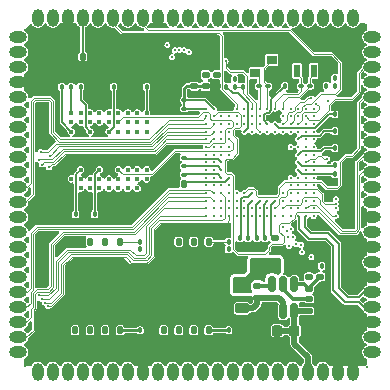
<source format=gbr>
%TF.GenerationSoftware,KiCad,Pcbnew,8.0.1*%
%TF.CreationDate,2024-09-11T08:29:46+07:00*%
%TF.ProjectId,siplex-som-s16,7369706c-6578-42d7-936f-6d2d7331362e,rev?*%
%TF.SameCoordinates,Original*%
%TF.FileFunction,Copper,L1,Top*%
%TF.FilePolarity,Positive*%
%FSLAX46Y46*%
G04 Gerber Fmt 4.6, Leading zero omitted, Abs format (unit mm)*
G04 Created by KiCad (PCBNEW 8.0.1) date 2024-09-11 08:29:46*
%MOMM*%
%LPD*%
G01*
G04 APERTURE LIST*
G04 Aperture macros list*
%AMRoundRect*
0 Rectangle with rounded corners*
0 $1 Rounding radius*
0 $2 $3 $4 $5 $6 $7 $8 $9 X,Y pos of 4 corners*
0 Add a 4 corners polygon primitive as box body*
4,1,4,$2,$3,$4,$5,$6,$7,$8,$9,$2,$3,0*
0 Add four circle primitives for the rounded corners*
1,1,$1+$1,$2,$3*
1,1,$1+$1,$4,$5*
1,1,$1+$1,$6,$7*
1,1,$1+$1,$8,$9*
0 Add four rect primitives between the rounded corners*
20,1,$1+$1,$2,$3,$4,$5,0*
20,1,$1+$1,$4,$5,$6,$7,0*
20,1,$1+$1,$6,$7,$8,$9,0*
20,1,$1+$1,$8,$9,$2,$3,0*%
G04 Aperture macros list end*
%TA.AperFunction,SMDPad,CuDef*%
%ADD10RoundRect,0.100000X0.100000X-0.130000X0.100000X0.130000X-0.100000X0.130000X-0.100000X-0.130000X0*%
%TD*%
%TA.AperFunction,SMDPad,CuDef*%
%ADD11RoundRect,0.225000X0.225000X0.250000X-0.225000X0.250000X-0.225000X-0.250000X0.225000X-0.250000X0*%
%TD*%
%TA.AperFunction,SMDPad,CuDef*%
%ADD12RoundRect,0.100000X-0.130000X-0.100000X0.130000X-0.100000X0.130000X0.100000X-0.130000X0.100000X0*%
%TD*%
%TA.AperFunction,SMDPad,CuDef*%
%ADD13RoundRect,0.100000X-0.100000X0.130000X-0.100000X-0.130000X0.100000X-0.130000X0.100000X0.130000X0*%
%TD*%
%TA.AperFunction,SMDPad,CuDef*%
%ADD14RoundRect,0.125000X-0.125000X0.200000X-0.125000X-0.200000X0.125000X-0.200000X0.125000X0.200000X0*%
%TD*%
%TA.AperFunction,HeatsinkPad*%
%ADD15R,4.300000X3.400000*%
%TD*%
%TA.AperFunction,SMDPad,CuDef*%
%ADD16RoundRect,0.140000X0.140000X0.170000X-0.140000X0.170000X-0.140000X-0.170000X0.140000X-0.170000X0*%
%TD*%
%TA.AperFunction,SMDPad,CuDef*%
%ADD17RoundRect,0.140000X-0.170000X0.140000X-0.170000X-0.140000X0.170000X-0.140000X0.170000X0.140000X0*%
%TD*%
%TA.AperFunction,SMDPad,CuDef*%
%ADD18RoundRect,0.135000X0.185000X-0.135000X0.185000X0.135000X-0.185000X0.135000X-0.185000X-0.135000X0*%
%TD*%
%TA.AperFunction,BGAPad,CuDef*%
%ADD19C,0.300000*%
%TD*%
%TA.AperFunction,SMDPad,CuDef*%
%ADD20RoundRect,0.135000X-0.185000X0.135000X-0.185000X-0.135000X0.185000X-0.135000X0.185000X0.135000X0*%
%TD*%
%TA.AperFunction,ComponentPad*%
%ADD21O,1.500000X1.000000*%
%TD*%
%TA.AperFunction,SMDPad,CuDef*%
%ADD22R,1.000000X1.000000*%
%TD*%
%TA.AperFunction,SMDPad,CuDef*%
%ADD23R,2.570000X1.000000*%
%TD*%
%TA.AperFunction,SMDPad,CuDef*%
%ADD24R,3.800000X1.000000*%
%TD*%
%TA.AperFunction,SMDPad,CuDef*%
%ADD25R,3.470000X1.000000*%
%TD*%
%TA.AperFunction,SMDPad,CuDef*%
%ADD26R,1.000000X2.570000*%
%TD*%
%TA.AperFunction,SMDPad,CuDef*%
%ADD27R,1.000000X3.800000*%
%TD*%
%TA.AperFunction,SMDPad,CuDef*%
%ADD28R,1.000000X3.470000*%
%TD*%
%TA.AperFunction,BGAPad,CuDef*%
%ADD29C,0.400000*%
%TD*%
%TA.AperFunction,SMDPad,CuDef*%
%ADD30R,0.600000X1.100000*%
%TD*%
%TA.AperFunction,ComponentPad*%
%ADD31O,1.000000X1.500000*%
%TD*%
%TA.AperFunction,SMDPad,CuDef*%
%ADD32RoundRect,0.218750X0.381250X-0.218750X0.381250X0.218750X-0.381250X0.218750X-0.381250X-0.218750X0*%
%TD*%
%TA.AperFunction,SMDPad,CuDef*%
%ADD33RoundRect,0.100000X0.130000X0.100000X-0.130000X0.100000X-0.130000X-0.100000X0.130000X-0.100000X0*%
%TD*%
%TA.AperFunction,SMDPad,CuDef*%
%ADD34RoundRect,0.225000X-0.225000X-0.250000X0.225000X-0.250000X0.225000X0.250000X-0.225000X0.250000X0*%
%TD*%
%TA.AperFunction,SMDPad,CuDef*%
%ADD35RoundRect,0.140000X-0.140000X-0.170000X0.140000X-0.170000X0.140000X0.170000X-0.140000X0.170000X0*%
%TD*%
%TA.AperFunction,SMDPad,CuDef*%
%ADD36R,0.900000X0.800000*%
%TD*%
%TA.AperFunction,SMDPad,CuDef*%
%ADD37RoundRect,0.140000X0.170000X-0.140000X0.170000X0.140000X-0.170000X0.140000X-0.170000X-0.140000X0*%
%TD*%
%TA.AperFunction,SMDPad,CuDef*%
%ADD38RoundRect,0.150000X0.150000X-0.512500X0.150000X0.512500X-0.150000X0.512500X-0.150000X-0.512500X0*%
%TD*%
%TA.AperFunction,SMDPad,CuDef*%
%ADD39RoundRect,0.147500X-0.172500X0.147500X-0.172500X-0.147500X0.172500X-0.147500X0.172500X0.147500X0*%
%TD*%
%TA.AperFunction,ViaPad*%
%ADD40C,0.600000*%
%TD*%
%TA.AperFunction,ViaPad*%
%ADD41C,0.300000*%
%TD*%
%TA.AperFunction,Conductor*%
%ADD42C,0.100000*%
%TD*%
%TA.AperFunction,Conductor*%
%ADD43C,0.150000*%
%TD*%
%TA.AperFunction,Conductor*%
%ADD44C,0.250000*%
%TD*%
%TA.AperFunction,Conductor*%
%ADD45C,0.500000*%
%TD*%
%TA.AperFunction,Conductor*%
%ADD46C,0.200000*%
%TD*%
%TA.AperFunction,Conductor*%
%ADD47C,0.300000*%
%TD*%
G04 APERTURE END LIST*
D10*
%TO.P,C38,1*%
%TO.N,+3V3*%
X143124400Y-109554600D03*
%TO.P,C38,2*%
%TO.N,GND*%
X143124400Y-108914600D03*
%TD*%
%TO.P,C29,1*%
%TO.N,GND*%
X131794400Y-100370600D03*
%TO.P,C29,2*%
%TO.N,+3V3*%
X131794400Y-99730600D03*
%TD*%
D11*
%TO.P,C36,1*%
%TO.N,+3V3*%
X145504200Y-103987600D03*
%TO.P,C36,2*%
%TO.N,GND*%
X143954200Y-103987600D03*
%TD*%
D12*
%TO.P,C9,1*%
%TO.N,GND*%
X138745000Y-90068400D03*
%TO.P,C9,2*%
%TO.N,VDDA*%
X139385000Y-90068400D03*
%TD*%
D13*
%TO.P,C33,1*%
%TO.N,GND*%
X129794000Y-88300600D03*
%TO.P,C33,2*%
%TO.N,+3V3*%
X129794000Y-88940600D03*
%TD*%
D14*
%TO.P,U5,1,~{CS}*%
%TO.N,/MCU/~{FLASH_BK2_CS}*%
X141427200Y-102054600D03*
%TO.P,U5,2,DO(IO1)*%
%TO.N,/MCU/FLASH_BK2_IO1*%
X140157200Y-102054600D03*
%TO.P,U5,3,IO2*%
%TO.N,/MCU/FLASH_BK2_IO2*%
X138887200Y-102054600D03*
%TO.P,U5,4,GND*%
%TO.N,GND*%
X137617200Y-102054600D03*
%TO.P,U5,5,DI(IO0)*%
%TO.N,/MCU/FLASH_BK2_IO0*%
X137617200Y-109554600D03*
%TO.P,U5,6,CLK*%
%TO.N,/MCU/FLASH_CLK*%
X138887200Y-109554600D03*
%TO.P,U5,7,IO3*%
%TO.N,/MCU/FLASH_BK2_IO3*%
X140157200Y-109554600D03*
%TO.P,U5,8,VCC*%
%TO.N,+3V3*%
X141427200Y-109554600D03*
D15*
%TO.P,U5,9,EP*%
%TO.N,GND*%
X139522200Y-105804600D03*
%TD*%
D16*
%TO.P,C1,1*%
%TO.N,Net-(C1-Pad1)*%
X139367200Y-97180400D03*
%TO.P,C1,2*%
%TO.N,GND*%
X138407200Y-97180400D03*
%TD*%
D17*
%TO.P,C40,1*%
%TO.N,+3V3*%
X142113000Y-87937400D03*
%TO.P,C40,2*%
%TO.N,GND*%
X142113000Y-88897400D03*
%TD*%
D10*
%TO.P,C22,1*%
%TO.N,GND*%
X145516600Y-102377200D03*
%TO.P,C22,2*%
%TO.N,+3V3*%
X145516600Y-101737200D03*
%TD*%
%TO.P,R4,1*%
%TO.N,+3V3*%
X135631400Y-102694600D03*
%TO.P,R4,2*%
%TO.N,/MCU/~{FLASH_BK1_CS}*%
X135631400Y-102054600D03*
%TD*%
D13*
%TO.P,C15,1*%
%TO.N,GND*%
X151003000Y-103464400D03*
%TO.P,C15,2*%
%TO.N,+3V3*%
X151003000Y-104104400D03*
%TD*%
D18*
%TO.P,R6,1*%
%TO.N,VIN*%
X149936200Y-107924600D03*
%TO.P,R6,2*%
%TO.N,Net-(U7-EN)*%
X149936200Y-106904600D03*
%TD*%
D12*
%TO.P,C13,1*%
%TO.N,GND*%
X138710400Y-95666200D03*
%TO.P,C13,2*%
%TO.N,+3V3*%
X139350400Y-95666200D03*
%TD*%
D13*
%TO.P,R3,1*%
%TO.N,GND*%
X151409400Y-88209600D03*
%TO.P,R3,2*%
%TO.N,/MCU/BOOT0*%
X151409400Y-88849600D03*
%TD*%
D12*
%TO.P,C11,1*%
%TO.N,GND*%
X138710400Y-96367600D03*
%TO.P,C11,2*%
%TO.N,+3V3*%
X139350400Y-96367600D03*
%TD*%
D10*
%TO.P,C26,1*%
%TO.N,GND*%
X130194400Y-100370600D03*
%TO.P,C26,2*%
%TO.N,+3V3*%
X130194400Y-99730600D03*
%TD*%
D19*
%TO.P,U1,A1,PE3*%
%TO.N,PE3*%
X150320600Y-90791200D03*
%TO.P,U1,A2,PE2*%
%TO.N,PE2*%
X150320600Y-91441200D03*
%TO.P,U1,A3,PE1*%
%TO.N,/MCU/SDRAM_DQMH*%
X150320600Y-92091200D03*
%TO.P,U1,A4,PE0*%
%TO.N,/MCU/SDRAM_DQML*%
X150320600Y-92741200D03*
%TO.P,U1,A5,PB8*%
%TO.N,PB8*%
X150320600Y-93391200D03*
%TO.P,U1,A6,PB5*%
%TO.N,PB5*%
X150320600Y-94041200D03*
%TO.P,U1,A7,PG14*%
%TO.N,/MCU/FLASH_BK2_IO3*%
X150320600Y-94691200D03*
%TO.P,U1,A8,PG13*%
%TO.N,/Castellated_holes/LTDC_R0*%
X150320600Y-95341200D03*
%TO.P,U1,A9,PB4*%
%TO.N,PB4*%
X150320600Y-95991200D03*
%TO.P,U1,A10,PB3*%
%TO.N,/Castellated_holes/SWO*%
X150320600Y-96641200D03*
%TO.P,U1,A11,PD7*%
%TO.N,PD7*%
X150320600Y-97291200D03*
%TO.P,U1,A12,PC12*%
%TO.N,PC12*%
X150320600Y-97941200D03*
%TO.P,U1,A13,PA15*%
%TO.N,PA15*%
X150320600Y-98591200D03*
%TO.P,U1,A14,PA14*%
%TO.N,/Castellated_holes/SWCLK*%
X150320600Y-99241200D03*
%TO.P,U1,A15,PA13*%
%TO.N,/Castellated_holes/SWDIO*%
X150320600Y-99891200D03*
%TO.P,U1,B1,PE4*%
%TO.N,/Castellated_holes/LTDC_B0*%
X149670600Y-90791200D03*
%TO.P,U1,B2,PE5*%
%TO.N,/Castellated_holes/LTDC_G0*%
X149670600Y-91441200D03*
%TO.P,U1,B3,PE6*%
%TO.N,/Castellated_holes/LTDC_G1*%
X149670600Y-92091200D03*
%TO.P,U1,B4,PB9*%
%TO.N,PB9*%
X149670600Y-92741200D03*
%TO.P,U1,B5,PB7*%
%TO.N,PB7*%
X149670600Y-93391200D03*
%TO.P,U1,B6,PB6*%
%TO.N,/MCU/~{FLASH_BK1_CS}*%
X149670600Y-94041200D03*
%TO.P,U1,B7,PG15*%
%TO.N,/MCU/~{SDRAM_CAS}*%
X149670600Y-94691200D03*
%TO.P,U1,B8,PG12*%
%TO.N,/Castellated_holes/LTDC_B1*%
X149670600Y-95341200D03*
%TO.P,U1,B9,PG11*%
%TO.N,PG11*%
X149670600Y-95991200D03*
%TO.P,U1,B10,PG10*%
%TO.N,/Castellated_holes/LTDC_G3*%
X149670600Y-96641200D03*
%TO.P,U1,B11,PD6*%
%TO.N,PD6*%
X149670600Y-97291200D03*
%TO.P,U1,B12,PD0*%
%TO.N,/MCU/SDRAM_DQ2*%
X149670600Y-97941200D03*
%TO.P,U1,B13,PC11*%
%TO.N,/MCU/~{FLASH_BK2_CS}*%
X149670600Y-98591200D03*
%TO.P,U1,B14,PC10*%
%TO.N,/Castellated_holes/LTDC_R2*%
X149670600Y-99241200D03*
%TO.P,U1,B15,PA12*%
%TO.N,/Castellated_holes/USB_DP*%
X149670600Y-99891200D03*
%TO.P,U1,C1,VBAT*%
%TO.N,VBAT*%
X149020600Y-90791200D03*
%TO.P,U1,C2,PI7*%
%TO.N,/Castellated_holes/LTDC_B7*%
X149020600Y-91441200D03*
%TO.P,U1,C3,PI6*%
%TO.N,/Castellated_holes/LTDC_B6*%
X149020600Y-92091200D03*
%TO.P,U1,C4,PI5*%
%TO.N,/Castellated_holes/LTDC_B5*%
X149020600Y-92741200D03*
%TO.P,U1,C5,VDD*%
%TO.N,+3V3*%
X149020600Y-93391200D03*
%TO.P,U1,C6,PDR_ON*%
%TO.N,Net-(U1-PDR_ON)*%
X149020600Y-94041200D03*
%TO.P,U1,C7,VDD*%
%TO.N,+3V3*%
X149020600Y-94691200D03*
%TO.P,U1,C8,VDD*%
X149020600Y-95341200D03*
%TO.P,U1,C9,VDD*%
X149020600Y-95991200D03*
%TO.P,U1,C10,PG9*%
%TO.N,/MCU/FLASH_BK2_IO2*%
X149020600Y-96641200D03*
%TO.P,U1,C11,PD5*%
%TO.N,PD5*%
X149020600Y-97291200D03*
%TO.P,U1,C12,PD1*%
%TO.N,/MCU/SDRAM_DQ3*%
X149020600Y-97941200D03*
%TO.P,U1,C13,PI3*%
%TO.N,PI3*%
X149020600Y-98591200D03*
%TO.P,U1,C14,PI2*%
%TO.N,/Castellated_holes/LTDC_G7*%
X149020600Y-99241200D03*
%TO.P,U1,C15,PA11*%
%TO.N,/Castellated_holes/USB_DN*%
X149020600Y-99891200D03*
%TO.P,U1,D1,PC13*%
%TO.N,PC13*%
X148370600Y-90791200D03*
%TO.P,U1,D2,PI8*%
%TO.N,PI8*%
X148370600Y-91441200D03*
%TO.P,U1,D3,PI9*%
%TO.N,/Castellated_holes/LTDC_VSYNC*%
X148370600Y-92091200D03*
%TO.P,U1,D4,PI4*%
%TO.N,/Castellated_holes/LTDC_B4*%
X148370600Y-92741200D03*
%TO.P,U1,D5,VSS*%
%TO.N,GND*%
X148370600Y-93391200D03*
%TO.P,U1,D6,BOOT0*%
%TO.N,/MCU/BOOT0*%
X148370600Y-94041200D03*
%TO.P,U1,D7,VSS*%
%TO.N,GND*%
X148370600Y-94691200D03*
%TO.P,U1,D8,VSS*%
X148370600Y-95341200D03*
%TO.P,U1,D9,VSS*%
X148370600Y-95991200D03*
%TO.P,U1,D10,PD4*%
%TO.N,unconnected-(U1-PD4-PadD10)*%
X148370600Y-96641200D03*
%TO.P,U1,D11,PD3*%
%TO.N,PD3*%
X148370600Y-97291200D03*
%TO.P,U1,D12,PD2*%
%TO.N,PD2*%
X148370600Y-97941200D03*
%TO.P,U1,D13,PH15*%
%TO.N,/Castellated_holes/LTDC_G4*%
X148370600Y-98591200D03*
%TO.P,U1,D14,PI1*%
%TO.N,/Castellated_holes/LTDC_G6*%
X148370600Y-99241200D03*
%TO.P,U1,D15,PA10*%
%TO.N,unconnected-(U1-PA10-PadD15)*%
X148370600Y-99891200D03*
%TO.P,U1,E1,PC14*%
%TO.N,Net-(U1-PC14)*%
X147720600Y-90791200D03*
%TO.P,U1,E2,PF0*%
%TO.N,/MCU/SDRAM_A0*%
X147720600Y-91441200D03*
%TO.P,U1,E3,PI10*%
%TO.N,/Castellated_holes/LTDC_HSYNC*%
X147720600Y-92091200D03*
%TO.P,U1,E4,PI11*%
%TO.N,PI11*%
X147720600Y-92741200D03*
%TO.P,U1,E12,PH13*%
%TO.N,/Castellated_holes/LTDC_G2*%
X147720600Y-97941200D03*
%TO.P,U1,E13,PH14*%
%TO.N,PH14*%
X147720600Y-98591200D03*
%TO.P,U1,E14,PI0*%
%TO.N,/Castellated_holes/LTDC_G5*%
X147720600Y-99241200D03*
%TO.P,U1,E15,PA9*%
%TO.N,/Castellated_holes/USB_VBUS_DET*%
X147720600Y-99891200D03*
%TO.P,U1,F1,PC15*%
%TO.N,Net-(U1-PC15)*%
X147070600Y-90791200D03*
%TO.P,U1,F2,VSS*%
%TO.N,GND*%
X147070600Y-91441200D03*
%TO.P,U1,F3,VDD*%
%TO.N,+3V3*%
X147070600Y-92091200D03*
%TO.P,U1,F4,PH2*%
%TO.N,/MCU/FLASH_BK2_IO0*%
X147070600Y-92741200D03*
%TO.P,U1,F6,VSS*%
%TO.N,GND*%
X147070600Y-94041200D03*
%TO.P,U1,F7,VSS*%
X147070600Y-94691200D03*
%TO.P,U1,F8,VSS*%
X147070600Y-95341200D03*
%TO.P,U1,F9,VSS*%
X147070600Y-95991200D03*
%TO.P,U1,F10,VSS*%
X147070600Y-96641200D03*
%TO.P,U1,F12,VSS*%
X147070600Y-97941200D03*
%TO.P,U1,F13,VCAP*%
%TO.N,Net-(C1-Pad1)*%
X147070600Y-98591200D03*
%TO.P,U1,F14,PC9*%
%TO.N,/Castellated_holes/LTDC_B2*%
X147070600Y-99241200D03*
%TO.P,U1,F15,PA8*%
%TO.N,/Castellated_holes/LTDC_B3*%
X147070600Y-99891200D03*
%TO.P,U1,G1,PH0*%
%TO.N,Net-(U1-PH0)*%
X146420600Y-90791200D03*
%TO.P,U1,G2,VSS*%
%TO.N,GND*%
X146420600Y-91441200D03*
%TO.P,U1,G3,VDD*%
%TO.N,+3V3*%
X146420600Y-92091200D03*
%TO.P,U1,G4,PH3*%
%TO.N,/MCU/FLASH_BK2_IO1*%
X146420600Y-92741200D03*
%TO.P,U1,G6,VSS*%
%TO.N,GND*%
X146420600Y-94041200D03*
%TO.P,U1,G7,VSS*%
X146420600Y-94691200D03*
%TO.P,U1,G8,VSS*%
X146420600Y-95341200D03*
%TO.P,U1,G9,VSS*%
X146420600Y-95991200D03*
%TO.P,U1,G10,VSS*%
X146420600Y-96641200D03*
%TO.P,U1,G12,VSS*%
X146420600Y-97941200D03*
%TO.P,U1,G13,VDD*%
%TO.N,+3V3*%
X146420600Y-98591200D03*
%TO.P,U1,G14,PC8*%
%TO.N,PC8*%
X146420600Y-99241200D03*
%TO.P,U1,G15,PC7*%
%TO.N,PC7*%
X146420600Y-99891200D03*
%TO.P,U1,H1,PH1*%
%TO.N,Net-(U1-PH1)*%
X145770600Y-90791200D03*
%TO.P,U1,H2,PF2*%
%TO.N,/MCU/SDRAM_A2*%
X145770600Y-91441200D03*
%TO.P,U1,H3,PF1*%
%TO.N,/MCU/SDRAM_A1*%
X145770600Y-92091200D03*
%TO.P,U1,H4,PH4*%
%TO.N,PH4*%
X145770600Y-92741200D03*
%TO.P,U1,H6,VSS*%
%TO.N,GND*%
X145770600Y-94041200D03*
%TO.P,U1,H7,VSS*%
X145770600Y-94691200D03*
%TO.P,U1,H8,VSS*%
X145770600Y-95341200D03*
%TO.P,U1,H9,VSS*%
X145770600Y-95991200D03*
%TO.P,U1,H10,VSS*%
X145770600Y-96641200D03*
%TO.P,U1,H12,VSS*%
X145770600Y-97941200D03*
%TO.P,U1,H13,VDD33_USB*%
%TO.N,+3V3*%
X145770600Y-98591200D03*
%TO.P,U1,H14,PG8*%
%TO.N,/MCU/SDRAM_CLK*%
X145770600Y-99241200D03*
%TO.P,U1,H15,PC6*%
%TO.N,PC6*%
X145770600Y-99891200D03*
%TO.P,U1,J1,NRST*%
%TO.N,/MCU/RSTn*%
X145120600Y-90791200D03*
%TO.P,U1,J2,PF3*%
%TO.N,/MCU/SDRAM_A3*%
X145120600Y-91441200D03*
%TO.P,U1,J3,PF4*%
%TO.N,/MCU/SDRAM_A4*%
X145120600Y-92091200D03*
%TO.P,U1,J4,PH5*%
%TO.N,/MCU/~{SDRAM_WE}*%
X145120600Y-92741200D03*
%TO.P,U1,J6,VSS*%
%TO.N,GND*%
X145120600Y-94041200D03*
%TO.P,U1,J7,VSS*%
X145120600Y-94691200D03*
%TO.P,U1,J8,VSS*%
X145120600Y-95341200D03*
%TO.P,U1,J9,VSS*%
X145120600Y-95991200D03*
%TO.P,U1,J10,VSS*%
X145120600Y-96641200D03*
%TO.P,U1,J12,VDD*%
%TO.N,+3V3*%
X145120600Y-97941200D03*
%TO.P,U1,J13,VDD*%
X145120600Y-98591200D03*
%TO.P,U1,J14,PG7*%
%TO.N,/Castellated_holes/LTDC_CLK*%
X145120600Y-99241200D03*
%TO.P,U1,J15,PG6*%
%TO.N,/Castellated_holes/LTDC_R7*%
X145120600Y-99891200D03*
%TO.P,U1,K1,PF7*%
%TO.N,/MCU/FLASH_BK1_IO2*%
X144470600Y-90791200D03*
%TO.P,U1,K2,PF6*%
%TO.N,/MCU/FLASH_BK1_IO3*%
X144470600Y-91441200D03*
%TO.P,U1,K3,PF5*%
%TO.N,/MCU/SDRAM_A5*%
X144470600Y-92091200D03*
%TO.P,U1,K4,VDD*%
%TO.N,+3V3*%
X144470600Y-92741200D03*
%TO.P,U1,K6,VSS*%
%TO.N,GND*%
X144470600Y-94041200D03*
%TO.P,U1,K7,VSS*%
X144470600Y-94691200D03*
%TO.P,U1,K8,VSS*%
X144470600Y-95341200D03*
%TO.P,U1,K9,VSS*%
X144470600Y-95991200D03*
%TO.P,U1,K10,VSS*%
X144470600Y-96641200D03*
%TO.P,U1,K12,PH12*%
%TO.N,/Castellated_holes/LTDC_R6*%
X144470600Y-97941200D03*
%TO.P,U1,K13,PG5*%
%TO.N,/MCU/SDRAM_BA1*%
X144470600Y-98591200D03*
%TO.P,U1,K14,PG4*%
%TO.N,/MCU/SDRAM_BA0*%
X144470600Y-99241200D03*
%TO.P,U1,K15,PG3*%
%TO.N,unconnected-(U1-PG3-PadK15)*%
X144470600Y-99891200D03*
%TO.P,U1,L1,PF10*%
%TO.N,/Castellated_holes/LTDC_DE*%
X143820600Y-90791200D03*
%TO.P,U1,L2,PF9*%
%TO.N,/MCU/FLASH_BK1_IO1*%
X143820600Y-91441200D03*
%TO.P,U1,L3,PF8*%
%TO.N,/MCU/FLASH_BK1_IO0*%
X143820600Y-92091200D03*
%TO.P,U1,L4,VSS*%
%TO.N,GND*%
X143820600Y-92741200D03*
%TO.P,U1,L12,PH11*%
%TO.N,/Castellated_holes/LTDC_R5*%
X143820600Y-97941200D03*
%TO.P,U1,L13,PH10*%
%TO.N,/Castellated_holes/LTDC_R4*%
X143820600Y-98591200D03*
%TO.P,U1,L14,PD15*%
%TO.N,/MCU/SDRAM_DQ1*%
X143820600Y-99241200D03*
%TO.P,U1,L15,PG2*%
%TO.N,/MCU/SDRAM_A12*%
X143820600Y-99891200D03*
%TO.P,U1,M1,VSSA*%
%TO.N,GND*%
X143170600Y-90791200D03*
%TO.P,U1,M2,PC0*%
%TO.N,PC0*%
X143170600Y-91441200D03*
%TO.P,U1,M3,PC1*%
%TO.N,PC1*%
X143170600Y-92091200D03*
%TO.P,U1,M4,PC2_C*%
%TO.N,/MCU/~{SDRAM_CS}*%
X143170600Y-92741200D03*
%TO.P,U1,M5,PC3_C*%
%TO.N,/MCU/SDRAM_CKE*%
X143170600Y-93391200D03*
%TO.P,U1,M6,PB2*%
%TO.N,/MCU/FLASH_CLK*%
X143170600Y-94041200D03*
%TO.P,U1,M7,PG1*%
%TO.N,/MCU/SDRAM_A11*%
X143170600Y-94691200D03*
%TO.P,U1,M8,VSS*%
%TO.N,GND*%
X143170600Y-95341200D03*
%TO.P,U1,M9,VSS*%
X143170600Y-95991200D03*
%TO.P,U1,M10,VCAP*%
%TO.N,Net-(C1-Pad1)*%
X143170600Y-96641200D03*
%TO.P,U1,M11,PH6*%
%TO.N,unconnected-(U1-PH6-PadM11)*%
X143170600Y-97291200D03*
%TO.P,U1,M12,PH8*%
%TO.N,unconnected-(U1-PH8-PadM12)*%
X143170600Y-97941200D03*
%TO.P,U1,M13,PH9*%
%TO.N,/Castellated_holes/LTDC_R3*%
X143170600Y-98591200D03*
%TO.P,U1,M14,PD14*%
%TO.N,/MCU/SDRAM_DQ0*%
X143170600Y-99241200D03*
%TO.P,U1,M15,PD13*%
%TO.N,PD13*%
X143170600Y-99891200D03*
%TO.P,U1,N1,VREF-*%
%TO.N,GND*%
X142520600Y-90791200D03*
%TO.P,U1,N2,PA1*%
%TO.N,PA1*%
X142520600Y-91441200D03*
%TO.P,U1,N3,PA0*%
%TO.N,PA0*%
X142520600Y-92091200D03*
%TO.P,U1,N4,PA4*%
%TO.N,PA4*%
X142520600Y-92741200D03*
%TO.P,U1,N5,PC4*%
%TO.N,PC4*%
X142520600Y-93391200D03*
%TO.P,U1,N6,PF13*%
%TO.N,/MCU/SDRAM_A7*%
X142520600Y-94041200D03*
%TO.P,U1,N7,PG0*%
%TO.N,/MCU/SDRAM_A10*%
X142520600Y-94691200D03*
%TO.P,U1,N8,VDD*%
%TO.N,+3V3*%
X142520600Y-95341200D03*
%TO.P,U1,N9,VDD*%
X142520600Y-95991200D03*
%TO.P,U1,N10,VDD*%
X142520600Y-96641200D03*
%TO.P,U1,N11,PE13*%
%TO.N,/MCU/SDRAM_DQ10*%
X142520600Y-97291200D03*
%TO.P,U1,N12,PH7*%
%TO.N,PH7*%
X142520600Y-97941200D03*
%TO.P,U1,N13,PD12*%
%TO.N,unconnected-(U1-PD12-PadN13)*%
X142520600Y-98591200D03*
%TO.P,U1,N14,PD11*%
%TO.N,unconnected-(U1-PD11-PadN14)*%
X142520600Y-99241200D03*
%TO.P,U1,N15,PD10*%
%TO.N,/MCU/SDRAM_DQ15*%
X142520600Y-99891200D03*
%TO.P,U1,P1,VREF+*%
%TO.N,VDDA*%
X141870600Y-90791200D03*
%TO.P,U1,P2,PA2*%
%TO.N,/Castellated_holes/LTDC_R1*%
X141870600Y-91441200D03*
%TO.P,U1,P3,PA6*%
%TO.N,PA6*%
X141870600Y-92091200D03*
%TO.P,U1,P4,PA5*%
%TO.N,PA5*%
X141870600Y-92741200D03*
%TO.P,U1,P5,PC5*%
%TO.N,PC5*%
X141870600Y-93391200D03*
%TO.P,U1,P6,PF12*%
%TO.N,/MCU/SDRAM_A6*%
X141870600Y-94041200D03*
%TO.P,U1,P7,PF15*%
%TO.N,/MCU/SDRAM_A9*%
X141870600Y-94691200D03*
%TO.P,U1,P8,PE8*%
%TO.N,/MCU/SDRAM_DQ5*%
X141870600Y-95341200D03*
%TO.P,U1,P9,PE9*%
%TO.N,/MCU/SDRAM_DQ6*%
X141870600Y-95991200D03*
%TO.P,U1,P10,PE11*%
%TO.N,/MCU/SDRAM_DQ8*%
X141870600Y-96641200D03*
%TO.P,U1,P11,PE14*%
%TO.N,/MCU/SDRAM_DQ11*%
X141870600Y-97291200D03*
%TO.P,U1,P12,PB12*%
%TO.N,PB12*%
X141870600Y-97941200D03*
%TO.P,U1,P13,PB13*%
%TO.N,PB13*%
X141870600Y-98591200D03*
%TO.P,U1,P14,PD9*%
%TO.N,/MCU/SDRAM_DQ14*%
X141870600Y-99241200D03*
%TO.P,U1,P15,PD8*%
%TO.N,/MCU/SDRAM_DQ13*%
X141870600Y-99891200D03*
%TO.P,U1,R1,VDDA*%
%TO.N,VDDA*%
X141220600Y-90791200D03*
%TO.P,U1,R2,PA3*%
%TO.N,PA3*%
X141220600Y-91441200D03*
%TO.P,U1,R3,PA7*%
%TO.N,PA7*%
X141220600Y-92091200D03*
%TO.P,U1,R4,PB1*%
%TO.N,PB1*%
X141220600Y-92741200D03*
%TO.P,U1,R5,PB0*%
%TO.N,PB0*%
X141220600Y-93391200D03*
%TO.P,U1,R6,PF11*%
%TO.N,/MCU/~{SDRAM_RAS}*%
X141220600Y-94041200D03*
%TO.P,U1,R7,PF14*%
%TO.N,/MCU/SDRAM_A8*%
X141220600Y-94691200D03*
%TO.P,U1,R8,PE7*%
%TO.N,/MCU/SDRAM_DQ4*%
X141220600Y-95341200D03*
%TO.P,U1,R9,PE10*%
%TO.N,/MCU/SDRAM_DQ7*%
X141220600Y-95991200D03*
%TO.P,U1,R10,PE12*%
%TO.N,/MCU/SDRAM_DQ9*%
X141220600Y-96641200D03*
%TO.P,U1,R11,PE15*%
%TO.N,/MCU/SDRAM_DQ12*%
X141220600Y-97291200D03*
%TO.P,U1,R12,PB10*%
%TO.N,PB10*%
X141220600Y-97941200D03*
%TO.P,U1,R13,PB11*%
%TO.N,PB11*%
X141220600Y-98591200D03*
%TO.P,U1,R14,PB14*%
%TO.N,PB14*%
X141220600Y-99241200D03*
%TO.P,U1,R15,PB15*%
%TO.N,PB15*%
X141220600Y-99891200D03*
%TD*%
D12*
%TO.P,C4,1*%
%TO.N,Net-(U1-PH0)*%
X146471600Y-88879200D03*
%TO.P,C4,2*%
%TO.N,GND*%
X147111600Y-88879200D03*
%TD*%
D20*
%TO.P,R8,1*%
%TO.N,Net-(U7-VFB)*%
X150901400Y-105027000D03*
%TO.P,R8,2*%
%TO.N,GND*%
X150901400Y-106047000D03*
%TD*%
D13*
%TO.P,C25,1*%
%TO.N,GND*%
X152120600Y-94904600D03*
%TO.P,C25,2*%
%TO.N,+3V3*%
X152120600Y-95544600D03*
%TD*%
D17*
%TO.P,C2,1*%
%TO.N,Net-(C1-Pad1)*%
X147040600Y-101780400D03*
%TO.P,C2,2*%
%TO.N,GND*%
X147040600Y-102740400D03*
%TD*%
D12*
%TO.P,C6,1*%
%TO.N,Net-(U1-PC14)*%
X150015400Y-88873400D03*
%TO.P,C6,2*%
%TO.N,GND*%
X150655400Y-88873400D03*
%TD*%
D13*
%TO.P,C32,1*%
%TO.N,GND*%
X128994000Y-88300600D03*
%TO.P,C32,2*%
%TO.N,+3V3*%
X128994000Y-88940600D03*
%TD*%
D14*
%TO.P,U3,1,~{CS}*%
%TO.N,/MCU/~{FLASH_BK1_CS}*%
X133934200Y-102054600D03*
%TO.P,U3,2,DO(IO1)*%
%TO.N,/MCU/FLASH_BK1_IO1*%
X132664200Y-102054600D03*
%TO.P,U3,3,IO2*%
%TO.N,/MCU/FLASH_BK1_IO2*%
X131394200Y-102054600D03*
%TO.P,U3,4,GND*%
%TO.N,GND*%
X130124200Y-102054600D03*
%TO.P,U3,5,DI(IO0)*%
%TO.N,/MCU/FLASH_BK1_IO0*%
X130124200Y-109554600D03*
%TO.P,U3,6,CLK*%
%TO.N,/MCU/FLASH_CLK*%
X131394200Y-109554600D03*
%TO.P,U3,7,IO3*%
%TO.N,/MCU/FLASH_BK1_IO3*%
X132664200Y-109554600D03*
%TO.P,U3,8,VCC*%
%TO.N,+3V3*%
X133934200Y-109554600D03*
D15*
%TO.P,U3,9,EP*%
%TO.N,GND*%
X132029200Y-105804600D03*
%TD*%
D21*
%TO.P,J8,1,Pin_1*%
%TO.N,PB8*%
X125310800Y-84736800D03*
%TO.P,J8,2,Pin_2*%
%TO.N,PB9*%
X125310800Y-86006800D03*
%TO.P,J8,3,Pin_3*%
%TO.N,PH4*%
X125310800Y-87276800D03*
%TO.P,J8,4,Pin_4*%
%TO.N,GND*%
X125310800Y-88546800D03*
%TO.P,J8,5,Pin_5*%
%TO.N,PC0*%
X125310800Y-89816800D03*
%TO.P,J8,6,Pin_6*%
%TO.N,PC1*%
X125310800Y-91086800D03*
%TO.P,J8,7,Pin_7*%
%TO.N,PC4*%
X125310800Y-92356800D03*
%TO.P,J8,8,Pin_8*%
%TO.N,PA0*%
X125310800Y-93626800D03*
%TO.P,J8,9,Pin_9*%
%TO.N,PA1*%
X125310800Y-94896800D03*
%TO.P,J8,10,Pin_10*%
%TO.N,PA4*%
X125310800Y-96166800D03*
%TO.P,J8,11,Pin_11*%
%TO.N,PA3*%
X125310800Y-97436800D03*
%TO.P,J8,12,Pin_12*%
%TO.N,PA7*%
X125310800Y-98706800D03*
%TO.P,J8,13,Pin_13*%
%TO.N,PA6*%
X125310800Y-99976800D03*
%TO.P,J8,14,Pin_14*%
%TO.N,PA5*%
X125310800Y-101246800D03*
%TO.P,J8,15,Pin_15*%
%TO.N,PB0*%
X125310800Y-102516800D03*
%TO.P,J8,16,Pin_16*%
%TO.N,PB1*%
X125310800Y-103786800D03*
%TO.P,J8,17,Pin_17*%
%TO.N,PC5*%
X125310800Y-105056800D03*
%TO.P,J8,18,Pin_18*%
%TO.N,PB12*%
X125310800Y-106326800D03*
%TO.P,J8,19,Pin_19*%
%TO.N,PB10*%
X125310800Y-107596800D03*
%TO.P,J8,20,Pin_20*%
%TO.N,PB13*%
X125310800Y-108866800D03*
%TO.P,J8,21,Pin_21*%
%TO.N,PB11*%
X125310800Y-110136800D03*
%TO.P,J8,22,Pin_22*%
%TO.N,PB14*%
X125310800Y-111406800D03*
%TD*%
D22*
%TO.P,J1,1,Shield*%
%TO.N,GND*%
X153315800Y-85066800D03*
D23*
X151530800Y-85066800D03*
D24*
X146145800Y-85066800D03*
D25*
X140310800Y-85066800D03*
D24*
X134475800Y-85066800D03*
D23*
X129090800Y-85066800D03*
D22*
X127305800Y-85066800D03*
D26*
X153315800Y-86851800D03*
X127305800Y-86851800D03*
D27*
X153315800Y-92236800D03*
X127305800Y-92236800D03*
D28*
X153315800Y-98071800D03*
X127305800Y-98071800D03*
D27*
X153315800Y-103906800D03*
X127305800Y-103906800D03*
D26*
X153315800Y-109291800D03*
X127305800Y-109291800D03*
D22*
X153315800Y-111076800D03*
D23*
X151530800Y-111076800D03*
D24*
X146145800Y-111076800D03*
D25*
X140310800Y-111076800D03*
D24*
X134475800Y-111076800D03*
D23*
X129090800Y-111076800D03*
D22*
X127305800Y-111076800D03*
%TD*%
D29*
%TO.P,U2,A1,VSS*%
%TO.N,GND*%
X129794400Y-97541200D03*
%TO.P,U2,A2,DQ15*%
%TO.N,/MCU/SDRAM_DQ15*%
X129794400Y-96741200D03*
%TO.P,U2,A3,VSSQ*%
%TO.N,GND*%
X129794400Y-95941200D03*
%TO.P,U2,A7,VDDQ*%
%TO.N,+3V3*%
X129794400Y-92741200D03*
%TO.P,U2,A8,DQ0*%
%TO.N,/MCU/SDRAM_DQ0*%
X129794400Y-91941200D03*
%TO.P,U2,A9,VDD*%
%TO.N,+3V3*%
X129794400Y-91141200D03*
%TO.P,U2,B1,DQ14*%
%TO.N,/MCU/SDRAM_DQ14*%
X130594400Y-97541200D03*
%TO.P,U2,B2,DQ13*%
%TO.N,/MCU/SDRAM_DQ13*%
X130594400Y-96741200D03*
%TO.P,U2,B3,VDDQ*%
%TO.N,+3V3*%
X130594400Y-95941200D03*
%TO.P,U2,B7,VSSQ*%
%TO.N,GND*%
X130594400Y-92741200D03*
%TO.P,U2,B8,DQ2*%
%TO.N,/MCU/SDRAM_DQ2*%
X130594400Y-91941200D03*
%TO.P,U2,B9,DQ1*%
%TO.N,/MCU/SDRAM_DQ1*%
X130594400Y-91141200D03*
%TO.P,U2,C1,DQ12*%
%TO.N,/MCU/SDRAM_DQ12*%
X131394400Y-97541200D03*
%TO.P,U2,C2,DQ11*%
%TO.N,/MCU/SDRAM_DQ11*%
X131394400Y-96741200D03*
%TO.P,U2,C3,VSSQ*%
%TO.N,GND*%
X131394400Y-95941200D03*
%TO.P,U2,C7,VDDQ*%
%TO.N,+3V3*%
X131394400Y-92741200D03*
%TO.P,U2,C8,DQ4*%
%TO.N,/MCU/SDRAM_DQ4*%
X131394400Y-91941200D03*
%TO.P,U2,C9,DQ3*%
%TO.N,/MCU/SDRAM_DQ3*%
X131394400Y-91141200D03*
%TO.P,U2,D1,DQ10*%
%TO.N,/MCU/SDRAM_DQ10*%
X132194400Y-97541200D03*
%TO.P,U2,D2,DQ9*%
%TO.N,/MCU/SDRAM_DQ9*%
X132194400Y-96741200D03*
%TO.P,U2,D3,VDDQ*%
%TO.N,+3V3*%
X132194400Y-95941200D03*
%TO.P,U2,D7,VSSQ*%
%TO.N,GND*%
X132194400Y-92741200D03*
%TO.P,U2,D8,DQ6*%
%TO.N,/MCU/SDRAM_DQ6*%
X132194400Y-91941200D03*
%TO.P,U2,D9,DQ5*%
%TO.N,/MCU/SDRAM_DQ5*%
X132194400Y-91141200D03*
%TO.P,U2,E1,DQ8*%
%TO.N,/MCU/SDRAM_DQ8*%
X132994400Y-97541200D03*
%TO.P,U2,E2,NC*%
%TO.N,unconnected-(U2-NC-PadE2)*%
X132994400Y-96741200D03*
%TO.P,U2,E3,VSS*%
%TO.N,GND*%
X132994400Y-95941200D03*
%TO.P,U2,E7,VDD*%
%TO.N,+3V3*%
X132994400Y-92741200D03*
%TO.P,U2,E8,DQML*%
%TO.N,/MCU/SDRAM_DQML*%
X132994400Y-91941200D03*
%TO.P,U2,E9,DQ7*%
%TO.N,/MCU/SDRAM_DQ7*%
X132994400Y-91141200D03*
%TO.P,U2,F1,DQMH*%
%TO.N,/MCU/SDRAM_DQMH*%
X133794400Y-97541200D03*
%TO.P,U2,F2,CLK*%
%TO.N,/MCU/SDRAM_CLK*%
X133794400Y-96741200D03*
%TO.P,U2,F3,CKE*%
%TO.N,/MCU/SDRAM_CKE*%
X133794400Y-95941200D03*
%TO.P,U2,F7,~{CAS}*%
%TO.N,/MCU/~{SDRAM_CAS}*%
X133794400Y-92741200D03*
%TO.P,U2,F8,~{RAS}*%
%TO.N,/MCU/~{SDRAM_RAS}*%
X133794400Y-91941200D03*
%TO.P,U2,F9,~{WE}*%
%TO.N,/MCU/~{SDRAM_WE}*%
X133794400Y-91141200D03*
%TO.P,U2,G1,A12*%
%TO.N,/MCU/SDRAM_A12*%
X134594400Y-97541200D03*
%TO.P,U2,G2,A11*%
%TO.N,/MCU/SDRAM_A11*%
X134594400Y-96741200D03*
%TO.P,U2,G3,A9*%
%TO.N,/MCU/SDRAM_A9*%
X134594400Y-95941200D03*
%TO.P,U2,G7,BA0*%
%TO.N,/MCU/SDRAM_BA0*%
X134594400Y-92741200D03*
%TO.P,U2,G8,BA1*%
%TO.N,/MCU/SDRAM_BA1*%
X134594400Y-91941200D03*
%TO.P,U2,G9,~{CS}*%
%TO.N,/MCU/~{SDRAM_CS}*%
X134594400Y-91141200D03*
%TO.P,U2,H1,A8*%
%TO.N,/MCU/SDRAM_A8*%
X135394400Y-97541200D03*
%TO.P,U2,H2,A7*%
%TO.N,/MCU/SDRAM_A7*%
X135394400Y-96741200D03*
%TO.P,U2,H3,A6*%
%TO.N,/MCU/SDRAM_A6*%
X135394400Y-95941200D03*
%TO.P,U2,H7,A0*%
%TO.N,/MCU/SDRAM_A0*%
X135394400Y-92741200D03*
%TO.P,U2,H8,A1*%
%TO.N,/MCU/SDRAM_A1*%
X135394400Y-91941200D03*
%TO.P,U2,H9,A10*%
%TO.N,/MCU/SDRAM_A10*%
X135394400Y-91141200D03*
%TO.P,U2,J1,VSS*%
%TO.N,GND*%
X136194400Y-97541200D03*
%TO.P,U2,J2,A5*%
%TO.N,/MCU/SDRAM_A5*%
X136194400Y-96741200D03*
%TO.P,U2,J3,A4*%
%TO.N,/MCU/SDRAM_A4*%
X136194400Y-95941200D03*
%TO.P,U2,J7,A3*%
%TO.N,/MCU/SDRAM_A3*%
X136194400Y-92741200D03*
%TO.P,U2,J8,A2*%
%TO.N,/MCU/SDRAM_A2*%
X136194400Y-91941200D03*
%TO.P,U2,J9,VDD*%
%TO.N,+3V3*%
X136194400Y-91141200D03*
%TD*%
D10*
%TO.P,R5,1*%
%TO.N,+3V3*%
X143124400Y-102694600D03*
%TO.P,R5,2*%
%TO.N,/MCU/~{FLASH_BK2_CS}*%
X143124400Y-102054600D03*
%TD*%
%TO.P,C31,1*%
%TO.N,+3V3*%
X135631400Y-109554600D03*
%TO.P,C31,2*%
%TO.N,GND*%
X135631400Y-108914600D03*
%TD*%
D13*
%TO.P,C27,1*%
%TO.N,GND*%
X130594000Y-88300600D03*
%TO.P,C27,2*%
%TO.N,+3V3*%
X130594000Y-88940600D03*
%TD*%
%TO.P,C14,1*%
%TO.N,GND*%
X152120600Y-93482200D03*
%TO.P,C14,2*%
%TO.N,+3V3*%
X152120600Y-94122200D03*
%TD*%
D21*
%TO.P,J5,1,Pin_1*%
%TO.N,/Castellated_holes/SWDIO*%
X155310800Y-111406800D03*
%TO.P,J5,2,Pin_2*%
%TO.N,/Castellated_holes/SWCLK*%
X155310800Y-110136800D03*
%TO.P,J5,3,Pin_3*%
%TO.N,GND*%
X155310800Y-108866800D03*
%TO.P,J5,4,Pin_4*%
%TO.N,/Castellated_holes/USB_DN*%
X155310800Y-107596800D03*
%TO.P,J5,5,Pin_5*%
%TO.N,/Castellated_holes/USB_DP*%
X155310800Y-106326800D03*
%TO.P,J5,6,Pin_6*%
%TO.N,GND*%
X155310800Y-105056800D03*
%TO.P,J5,7,Pin_7*%
%TO.N,/Castellated_holes/USB_VBUS_DET*%
X155310800Y-103786800D03*
%TO.P,J5,8,Pin_8*%
%TO.N,GND*%
X155310800Y-102516800D03*
%TO.P,J5,9,Pin_9*%
%TO.N,/Castellated_holes/LTDC_CLK*%
X155310800Y-101246800D03*
%TO.P,J5,10,Pin_10*%
%TO.N,GND*%
X155310800Y-99976800D03*
%TO.P,J5,11,Pin_11*%
%TO.N,/Castellated_holes/SWO*%
X155310800Y-98706800D03*
%TO.P,J5,12,Pin_12*%
%TO.N,/Castellated_holes/LTDC_R0*%
X155310800Y-97436800D03*
%TO.P,J5,13,Pin_13*%
%TO.N,/Castellated_holes/LTDC_R1*%
X155310800Y-96166800D03*
%TO.P,J5,14,Pin_14*%
%TO.N,/Castellated_holes/LTDC_R2*%
X155310800Y-94896800D03*
%TO.P,J5,15,Pin_15*%
%TO.N,/Castellated_holes/LTDC_R3*%
X155310800Y-93626800D03*
%TO.P,J5,16,Pin_16*%
%TO.N,/Castellated_holes/LTDC_R4*%
X155310800Y-92356800D03*
%TO.P,J5,17,Pin_17*%
%TO.N,/Castellated_holes/LTDC_R5*%
X155310800Y-91086800D03*
%TO.P,J5,18,Pin_18*%
%TO.N,/Castellated_holes/LTDC_R6*%
X155310800Y-89816800D03*
%TO.P,J5,19,Pin_19*%
%TO.N,/Castellated_holes/LTDC_R7*%
X155310800Y-88546800D03*
%TO.P,J5,20,Pin_20*%
%TO.N,/Castellated_holes/LTDC_G0*%
X155310800Y-87276800D03*
%TO.P,J5,21,Pin_21*%
%TO.N,/Castellated_holes/LTDC_G1*%
X155310800Y-86006800D03*
%TO.P,J5,22,Pin_22*%
%TO.N,/Castellated_holes/LTDC_G2*%
X155310800Y-84736800D03*
%TD*%
D30*
%TO.P,Y2,1,1*%
%TO.N,Net-(U1-PC15)*%
X148935400Y-87603400D03*
%TO.P,Y2,2,2*%
%TO.N,Net-(U1-PC14)*%
X150335400Y-87603400D03*
%TD*%
D31*
%TO.P,J9,1,Pin_1*%
%TO.N,PB15*%
X126975800Y-113071800D03*
%TO.P,J9,2,Pin_2*%
%TO.N,PH7*%
X128245800Y-113071800D03*
%TO.P,J9,3,Pin_3*%
%TO.N,PD13*%
X129515800Y-113071800D03*
%TO.P,J9,4,Pin_4*%
%TO.N,PC6*%
X130785800Y-113071800D03*
%TO.P,J9,5,Pin_5*%
%TO.N,PC7*%
X132055800Y-113071800D03*
%TO.P,J9,6,Pin_6*%
%TO.N,PC8*%
X133325800Y-113071800D03*
%TO.P,J9,7,Pin_7*%
%TO.N,PH14*%
X134595800Y-113071800D03*
%TO.P,J9,8,Pin_8*%
%TO.N,GND*%
X135865800Y-113071800D03*
%TO.P,J9,9,Pin_9*%
%TO.N,PD2*%
X137135800Y-113071800D03*
%TO.P,J9,10,Pin_10*%
%TO.N,PD3*%
X138405800Y-113071800D03*
%TO.P,J9,11,Pin_11*%
%TO.N,PD5*%
X139675800Y-113071800D03*
%TO.P,J9,12,Pin_12*%
%TO.N,PD6*%
X140945800Y-113071800D03*
%TO.P,J9,13,Pin_13*%
%TO.N,PD7*%
X142215800Y-113071800D03*
%TO.P,J9,14,Pin_14*%
%TO.N,PI3*%
X143485800Y-113071800D03*
%TO.P,J9,15,Pin_15*%
%TO.N,PA15*%
X144755800Y-113071800D03*
%TO.P,J9,16,Pin_16*%
%TO.N,PC12*%
X146025800Y-113071800D03*
%TO.P,J9,17,Pin_17*%
%TO.N,PG11*%
X147295800Y-113071800D03*
%TO.P,J9,18,Pin_18*%
%TO.N,PB4*%
X148565800Y-113071800D03*
%TO.P,J9,19,Pin_19*%
%TO.N,VIN*%
X149835800Y-113071800D03*
%TO.P,J9,20,Pin_20*%
%TO.N,+3V3*%
X151105800Y-113071800D03*
%TO.P,J9,21,Pin_21*%
%TO.N,GND*%
X152375800Y-113071800D03*
%TO.P,J9,22,Pin_22*%
X153645800Y-113071800D03*
%TD*%
D32*
%TO.P,L2,1*%
%TO.N,Net-(U7-SW)*%
X144246600Y-107691700D03*
%TO.P,L2,2*%
%TO.N,+3V3*%
X144246600Y-105566700D03*
%TD*%
D13*
%TO.P,C30,1*%
%TO.N,GND*%
X133394400Y-88300600D03*
%TO.P,C30,2*%
%TO.N,+3V3*%
X133394400Y-88940600D03*
%TD*%
D33*
%TO.P,C7,1*%
%TO.N,Net-(U1-PC15)*%
X149255400Y-88873400D03*
%TO.P,C7,2*%
%TO.N,GND*%
X148615400Y-88873400D03*
%TD*%
D34*
%TO.P,C44,1*%
%TO.N,+3V3*%
X146958200Y-103998700D03*
%TO.P,C44,2*%
%TO.N,GND*%
X148508200Y-103998700D03*
%TD*%
D13*
%TO.P,C16,1*%
%TO.N,GND*%
X152120600Y-90637400D03*
%TO.P,C16,2*%
%TO.N,+3V3*%
X152120600Y-91277400D03*
%TD*%
D20*
%TO.P,R7,1*%
%TO.N,+3V3*%
X149936200Y-105027000D03*
%TO.P,R7,2*%
%TO.N,Net-(U7-VFB)*%
X149936200Y-106047000D03*
%TD*%
D34*
%TO.P,C34,1*%
%TO.N,VIN*%
X148701800Y-109586700D03*
%TO.P,C34,2*%
%TO.N,GND*%
X150251800Y-109586700D03*
%TD*%
D13*
%TO.P,R1,1*%
%TO.N,+3V3*%
X152120600Y-88209600D03*
%TO.P,R1,2*%
%TO.N,Net-(U1-PDR_ON)*%
X152120600Y-88849600D03*
%TD*%
D33*
%TO.P,C5,1*%
%TO.N,Net-(U1-PH1)*%
X145711600Y-88879200D03*
%TO.P,C5,2*%
%TO.N,GND*%
X145071600Y-88879200D03*
%TD*%
D10*
%TO.P,C18,1*%
%TO.N,GND*%
X144795600Y-102377200D03*
%TO.P,C18,2*%
%TO.N,+3V3*%
X144795600Y-101737200D03*
%TD*%
D13*
%TO.P,C20,1*%
%TO.N,GND*%
X142925800Y-88275200D03*
%TO.P,C20,2*%
%TO.N,+3V3*%
X142925800Y-88915200D03*
%TD*%
%TO.P,C28,1*%
%TO.N,GND*%
X136194400Y-88300600D03*
%TO.P,C28,2*%
%TO.N,+3V3*%
X136194400Y-88940600D03*
%TD*%
D11*
%TO.P,C42,1*%
%TO.N,VIN*%
X147256800Y-109586700D03*
%TO.P,C42,2*%
%TO.N,GND*%
X145706800Y-109586700D03*
%TD*%
D35*
%TO.P,C10,1*%
%TO.N,VBAT*%
X130785800Y-86385400D03*
%TO.P,C10,2*%
%TO.N,GND*%
X131745800Y-86385400D03*
%TD*%
D12*
%TO.P,C12,1*%
%TO.N,GND*%
X138710400Y-94945200D03*
%TO.P,C12,2*%
%TO.N,+3V3*%
X139350400Y-94945200D03*
%TD*%
D36*
%TO.P,Y1,1,1*%
%TO.N,Net-(U1-PH0)*%
X146791600Y-86678200D03*
%TO.P,Y1,2,2*%
%TO.N,GND*%
X145391600Y-86678200D03*
%TO.P,Y1,3,3*%
%TO.N,Net-(U1-PH1)*%
X145391600Y-87778200D03*
%TO.P,Y1,4,4*%
%TO.N,GND*%
X146791600Y-87778200D03*
%TD*%
D10*
%TO.P,C17,1*%
%TO.N,GND*%
X144094200Y-102377200D03*
%TO.P,C17,2*%
%TO.N,+3V3*%
X144094200Y-101737200D03*
%TD*%
%TO.P,C24,1*%
%TO.N,GND*%
X152120600Y-96956200D03*
%TO.P,C24,2*%
%TO.N,+3V3*%
X152120600Y-96316200D03*
%TD*%
D37*
%TO.P,C8,1*%
%TO.N,VDDA*%
X140233400Y-88872000D03*
%TO.P,C8,2*%
%TO.N,GND*%
X140233400Y-87912000D03*
%TD*%
D13*
%TO.P,C3,1*%
%TO.N,GND*%
X144339000Y-88279800D03*
%TO.P,C3,2*%
%TO.N,/MCU/RSTn*%
X144339000Y-88919800D03*
%TD*%
D12*
%TO.P,C39,1*%
%TO.N,GND*%
X138745000Y-90791200D03*
%TO.P,C39,2*%
%TO.N,VDDA*%
X139385000Y-90791200D03*
%TD*%
D38*
%TO.P,U7,1,GND*%
%TO.N,GND*%
X146801800Y-107924600D03*
%TO.P,U7,2,SW*%
%TO.N,Net-(U7-SW)*%
X147751800Y-107924600D03*
%TO.P,U7,3,VIN*%
%TO.N,VIN*%
X148701800Y-107924600D03*
%TO.P,U7,4,VFB*%
%TO.N,Net-(U7-VFB)*%
X148701800Y-105649600D03*
%TO.P,U7,5,EN*%
%TO.N,Net-(U7-EN)*%
X147751800Y-105649600D03*
%TO.P,U7,6,VBST*%
%TO.N,Net-(U7-VBST)*%
X146801800Y-105649600D03*
%TD*%
D10*
%TO.P,C23,1*%
%TO.N,GND*%
X146227800Y-102377200D03*
%TO.P,C23,2*%
%TO.N,+3V3*%
X146227800Y-101737200D03*
%TD*%
D31*
%TO.P,J7,1,Pin_1*%
%TO.N,PB7*%
X126975800Y-83071800D03*
%TO.P,J7,2,Pin_2*%
%TO.N,PB5*%
X128245800Y-83071800D03*
%TO.P,J7,3,Pin_3*%
%TO.N,GND*%
X129515800Y-83071800D03*
%TO.P,J7,4,Pin_4*%
%TO.N,VBAT*%
X130785800Y-83071800D03*
%TO.P,J7,5,Pin_5*%
%TO.N,/MCU/BOOT0*%
X132055800Y-83071800D03*
%TO.P,J7,6,Pin_6*%
%TO.N,/Castellated_holes/LTDC_DE*%
X133325800Y-83071800D03*
%TO.P,J7,7,Pin_7*%
%TO.N,/Castellated_holes/LTDC_HSYNC*%
X134595800Y-83071800D03*
%TO.P,J7,8,Pin_8*%
%TO.N,/Castellated_holes/LTDC_VSYNC*%
X135865800Y-83071800D03*
%TO.P,J7,9,Pin_9*%
%TO.N,GND*%
X137135800Y-83071800D03*
%TO.P,J7,10,Pin_10*%
%TO.N,/Castellated_holes/LTDC_B7*%
X138405800Y-83071800D03*
%TO.P,J7,11,Pin_11*%
%TO.N,/Castellated_holes/LTDC_B6*%
X139675800Y-83071800D03*
%TO.P,J7,12,Pin_12*%
%TO.N,/Castellated_holes/LTDC_B5*%
X140945800Y-83071800D03*
%TO.P,J7,13,Pin_13*%
%TO.N,/Castellated_holes/LTDC_B4*%
X142215800Y-83071800D03*
%TO.P,J7,14,Pin_14*%
%TO.N,/Castellated_holes/LTDC_B3*%
X143485800Y-83071800D03*
%TO.P,J7,15,Pin_15*%
%TO.N,/Castellated_holes/LTDC_B2*%
X144755800Y-83071800D03*
%TO.P,J7,16,Pin_16*%
%TO.N,/Castellated_holes/LTDC_B1*%
X146025800Y-83071800D03*
%TO.P,J7,17,Pin_17*%
%TO.N,/Castellated_holes/LTDC_B0*%
X147295800Y-83071800D03*
%TO.P,J7,18,Pin_18*%
%TO.N,/Castellated_holes/LTDC_G7*%
X148565800Y-83071800D03*
%TO.P,J7,19,Pin_19*%
%TO.N,/Castellated_holes/LTDC_G6*%
X149835800Y-83071800D03*
%TO.P,J7,20,Pin_20*%
%TO.N,/Castellated_holes/LTDC_G5*%
X151105800Y-83071800D03*
%TO.P,J7,21,Pin_21*%
%TO.N,/Castellated_holes/LTDC_G4*%
X152375800Y-83071800D03*
%TO.P,J7,22,Pin_22*%
%TO.N,/Castellated_holes/LTDC_G3*%
X153645800Y-83071800D03*
%TD*%
D17*
%TO.P,C43,1*%
%TO.N,Net-(U7-VBST)*%
X145567400Y-105827100D03*
%TO.P,C43,2*%
%TO.N,Net-(U7-SW)*%
X145567400Y-106787100D03*
%TD*%
D39*
%TO.P,L1,1*%
%TO.N,+3V3*%
X141173200Y-87907000D03*
%TO.P,L1,2*%
%TO.N,VDDA*%
X141173200Y-88877000D03*
%TD*%
D13*
%TO.P,R2,1*%
%TO.N,+3V3*%
X143637000Y-88279800D03*
%TO.P,R2,2*%
%TO.N,/MCU/RSTn*%
X143637000Y-88919800D03*
%TD*%
%TO.P,C19,1*%
%TO.N,GND*%
X152120600Y-92059800D03*
%TO.P,C19,2*%
%TO.N,+3V3*%
X152120600Y-92699800D03*
%TD*%
%TO.P,C21,1*%
%TO.N,GND*%
X147878800Y-88239200D03*
%TO.P,C21,2*%
%TO.N,+3V3*%
X147878800Y-88879200D03*
%TD*%
D40*
%TO.N,GND*%
X150952200Y-102692200D03*
X151485600Y-107264200D03*
X151968200Y-109524800D03*
X132334000Y-108432600D03*
X128346200Y-109931200D03*
X128320800Y-97713800D03*
X129133600Y-102260400D03*
X151257000Y-87401400D03*
X149580600Y-86360000D03*
X147701000Y-87172800D03*
X144348200Y-86664800D03*
X141071600Y-87071200D03*
X133400800Y-86690200D03*
X137744200Y-87934800D03*
X132054600Y-88646000D03*
X128854200Y-86969600D03*
D41*
%TO.N,Net-(C1-Pad1)*%
X147040600Y-101780400D03*
X139367200Y-97180400D03*
%TO.N,GND*%
X146420600Y-95991200D03*
X128994000Y-88300600D03*
X142849600Y-112395000D03*
X145120600Y-95991200D03*
X152120600Y-96956200D03*
D40*
X145706800Y-109586700D03*
D41*
X144470600Y-95341200D03*
X145120600Y-94041200D03*
X147878800Y-88239200D03*
X138710400Y-95666200D03*
X154635200Y-89179400D03*
X145770600Y-94691200D03*
X143170600Y-90791200D03*
D40*
X139522200Y-106804600D03*
D41*
X146420600Y-97941200D03*
X145389600Y-112395000D03*
X147070600Y-96641200D03*
X130149600Y-83769200D03*
X154635200Y-101879400D03*
X146420600Y-96641200D03*
X146420600Y-95341200D03*
X147929600Y-83769200D03*
X146227800Y-102377200D03*
D40*
X140522200Y-105804600D03*
D41*
X126009400Y-98069400D03*
X154635200Y-100609400D03*
X147070600Y-91441200D03*
X148370600Y-94691200D03*
X145770600Y-95341200D03*
X143170600Y-95991200D03*
X126009400Y-104419400D03*
X154635200Y-90449400D03*
X144470600Y-95991200D03*
X130149600Y-112395000D03*
X137769600Y-83769200D03*
X145516600Y-102377200D03*
X126009400Y-91719400D03*
X154635200Y-87909400D03*
X129794000Y-88300600D03*
X143170600Y-95341200D03*
D40*
X138522200Y-104804600D03*
X132029200Y-106804600D03*
D41*
X129794400Y-97541200D03*
X154635200Y-110769400D03*
D40*
X131029200Y-106804600D03*
D41*
X141579600Y-112395000D03*
X131745800Y-86385400D03*
D40*
X132029200Y-104804600D03*
D41*
X149199600Y-112395000D03*
X126009400Y-92989400D03*
X147111600Y-88879200D03*
X154635200Y-91719400D03*
D40*
X146801800Y-107924600D03*
D41*
X154635200Y-95529400D03*
X139039600Y-83769200D03*
X144470600Y-94691200D03*
X138710400Y-96367600D03*
X140233400Y-87912000D03*
X129794400Y-95941200D03*
X128879600Y-83769200D03*
X154635200Y-85369400D03*
D40*
X133029200Y-105804600D03*
D41*
X138710400Y-94945200D03*
X147070600Y-94691200D03*
X144470600Y-94041200D03*
X126009400Y-99339400D03*
D40*
X150251800Y-109586700D03*
D41*
X154736800Y-83693000D03*
D40*
X132029200Y-105804600D03*
D41*
X132994400Y-95941200D03*
X126009400Y-90449400D03*
X133959600Y-112395000D03*
X147070600Y-94041200D03*
X152120600Y-90637400D03*
X126009400Y-110769400D03*
X140309600Y-83769200D03*
X127609600Y-83769200D03*
X148615400Y-88873400D03*
X145120600Y-96641200D03*
X131419600Y-112395000D03*
X141579600Y-83769200D03*
X145389600Y-83769200D03*
X151739600Y-83769200D03*
X152120600Y-94904600D03*
X145770600Y-97941200D03*
X139039600Y-112395000D03*
X142520600Y-90791200D03*
X137769600Y-112395000D03*
X154635200Y-108229400D03*
X145770600Y-96641200D03*
X154635200Y-109499400D03*
X128879600Y-112395000D03*
D40*
X138522200Y-105804600D03*
D41*
X125882400Y-112572800D03*
X130133133Y-102048267D03*
X148370600Y-95991200D03*
X126009400Y-101879400D03*
D40*
X131029200Y-104804600D03*
D41*
X126009400Y-86639400D03*
X140309600Y-112395000D03*
X126009400Y-89179400D03*
X146420600Y-94691200D03*
X146659600Y-83769200D03*
X126009400Y-100609400D03*
X142925800Y-88275200D03*
X136194400Y-88300600D03*
X148370600Y-95341200D03*
X153009600Y-83769200D03*
X149199600Y-83769200D03*
X127609600Y-112395000D03*
X126009400Y-109499400D03*
X132689600Y-83769200D03*
X126009400Y-95529400D03*
X138745000Y-90791200D03*
D40*
X140522200Y-104804600D03*
D41*
X143820600Y-92741200D03*
X147040600Y-102740400D03*
X154863800Y-112674400D03*
X144470600Y-96641200D03*
X138407200Y-97180400D03*
D40*
X127381000Y-101549200D03*
D41*
X145770600Y-94041200D03*
X152120600Y-92059800D03*
X131419600Y-83769200D03*
X145120600Y-95341200D03*
X126314200Y-84074000D03*
X126009400Y-103149400D03*
D40*
X133029200Y-104804600D03*
D41*
X135631400Y-108914600D03*
X143124400Y-108914600D03*
X150469600Y-83769200D03*
X126009400Y-94259400D03*
X133394400Y-88300600D03*
X147929600Y-112395000D03*
X154635200Y-103149400D03*
D40*
X139522200Y-104804600D03*
D41*
X144094200Y-102377200D03*
X126009400Y-85369400D03*
X154635200Y-98069400D03*
X154635200Y-96799400D03*
X154635200Y-99339400D03*
X154635200Y-86639400D03*
X142113000Y-88897400D03*
X150901400Y-106047000D03*
X132194400Y-92741200D03*
X145120600Y-94691200D03*
X147070600Y-95991200D03*
X146659600Y-112395000D03*
X145770600Y-95991200D03*
X138745000Y-90068400D03*
X136194400Y-97541200D03*
X126009400Y-108229400D03*
X130194400Y-100370600D03*
X144795600Y-102377200D03*
X126009400Y-106959400D03*
X126009400Y-87909400D03*
X136499600Y-112395000D03*
X144119600Y-83769200D03*
X130594000Y-88300600D03*
X154635200Y-104419400D03*
X154635200Y-94259400D03*
X146420600Y-94041200D03*
X131394400Y-95941200D03*
X148370600Y-93391200D03*
X145071600Y-88879200D03*
X131794400Y-100370600D03*
X150655400Y-88873400D03*
X132689600Y-112395000D03*
X154635200Y-92989400D03*
X152120600Y-93482200D03*
X154635200Y-105689400D03*
X142849600Y-83769200D03*
D40*
X140522200Y-106804600D03*
D41*
X133959600Y-83769200D03*
X154635200Y-106959400D03*
X136499600Y-83769200D03*
X126009400Y-96799400D03*
X146420600Y-91441200D03*
X151409400Y-88209600D03*
X137617200Y-102054600D03*
X126009400Y-105689400D03*
D40*
X131029200Y-105804600D03*
D41*
X147070600Y-95341200D03*
D40*
X138522200Y-106804600D03*
X133029200Y-106804600D03*
D41*
X144339000Y-88279800D03*
D40*
X128041400Y-93522800D03*
X139522200Y-105804600D03*
D41*
X144119600Y-112395000D03*
X135229600Y-112395000D03*
X147070600Y-97941200D03*
X135229600Y-83769200D03*
X130594400Y-92741200D03*
%TO.N,+3V3*%
X147878800Y-88879200D03*
X143637000Y-88279800D03*
X133394400Y-88940600D03*
X152120600Y-91277400D03*
X146227800Y-101737200D03*
X141173200Y-87907000D03*
X152120600Y-92699800D03*
X128994000Y-88940600D03*
X131794400Y-99730600D03*
X130194400Y-99730600D03*
X139350400Y-96367600D03*
X135631400Y-102694600D03*
X142925800Y-88915200D03*
X152120600Y-94122200D03*
X143124400Y-109554600D03*
X142113000Y-87937400D03*
X130594000Y-88940600D03*
X139350400Y-95666200D03*
X152120600Y-95544600D03*
X152120600Y-88209600D03*
X144795600Y-101737200D03*
X152120600Y-96316200D03*
X145516600Y-101737200D03*
X149936200Y-105027000D03*
X129794000Y-88940600D03*
D40*
X145897600Y-104902000D03*
X145237200Y-104902000D03*
D41*
X144094200Y-101737200D03*
D40*
X146227800Y-104013000D03*
D41*
X143124400Y-102694600D03*
X139350400Y-94945200D03*
D40*
X146913600Y-104013000D03*
D41*
X135631400Y-109554600D03*
X136194400Y-88940600D03*
%TO.N,Net-(U1-PDR_ON)*%
X149020600Y-94041200D03*
X152120600Y-88849600D03*
%TO.N,/MCU/BOOT0*%
X151409400Y-88849600D03*
X148370600Y-94041200D03*
%TO.N,/Castellated_holes/LTDC_G5*%
X147720600Y-99241200D03*
X152196800Y-99852200D03*
%TO.N,/Castellated_holes/LTDC_G7*%
X152196800Y-99241200D03*
X149020600Y-99241200D03*
%TO.N,/Castellated_holes/LTDC_B1*%
X151434800Y-95021400D03*
X149670600Y-95341200D03*
%TO.N,/Castellated_holes/LTDC_R4*%
X143820600Y-98591200D03*
%TO.N,unconnected-(U1-PH6-PadM11)*%
X143170600Y-97291200D03*
%TO.N,/Castellated_holes/LTDC_R0*%
X150320600Y-95341200D03*
%TO.N,/Castellated_holes/LTDC_B4*%
X148370600Y-92741200D03*
%TO.N,/Castellated_holes/LTDC_G1*%
X149670600Y-92091200D03*
%TO.N,/Castellated_holes/LTDC_R3*%
X143170600Y-98591200D03*
%TO.N,/Castellated_holes/LTDC_G0*%
X149670600Y-91441200D03*
%TO.N,unconnected-(U1-PA10-PadD15)*%
X148370600Y-99891200D03*
%TO.N,/Castellated_holes/LTDC_R2*%
X149670600Y-99241200D03*
%TO.N,/Castellated_holes/LTDC_CLK*%
X145120600Y-99241200D03*
%TO.N,/Castellated_holes/LTDC_VSYNC*%
X148370600Y-92091200D03*
%TO.N,/Castellated_holes/LTDC_B2*%
X152196800Y-98841197D03*
X147070600Y-99241200D03*
%TO.N,/Castellated_holes/LTDC_G4*%
X148370600Y-98591200D03*
%TO.N,/Castellated_holes/LTDC_R1*%
X141870600Y-91441200D03*
%TO.N,/Castellated_holes/LTDC_R5*%
X143820600Y-97941200D03*
%TO.N,/Castellated_holes/LTDC_G2*%
X147720600Y-97941200D03*
%TO.N,/Castellated_holes/LTDC_R7*%
X145120600Y-99891200D03*
%TO.N,unconnected-(U1-PH8-PadM12)*%
X143170600Y-97941200D03*
%TO.N,/Castellated_holes/LTDC_B6*%
X149020600Y-92091200D03*
X150557833Y-90353632D03*
%TO.N,VBAT*%
X149020600Y-90791200D03*
%TO.N,/Castellated_holes/LTDC_G6*%
X148370600Y-99241200D03*
%TO.N,/Castellated_holes/LTDC_R6*%
X144470600Y-97941200D03*
%TO.N,/Castellated_holes/LTDC_B7*%
X149020600Y-91441200D03*
%TO.N,/Castellated_holes/LTDC_HSYNC*%
X147720600Y-92091200D03*
X150139400Y-89916000D03*
%TO.N,unconnected-(U1-PG3-PadK15)*%
X144470600Y-99891200D03*
%TO.N,/Castellated_holes/LTDC_B3*%
X152196800Y-98441194D03*
X147070600Y-99891200D03*
%TO.N,/Castellated_holes/LTDC_B0*%
X149670600Y-90791200D03*
%TO.N,/Castellated_holes/LTDC_DE*%
X143820600Y-90791200D03*
%TO.N,/Castellated_holes/LTDC_G3*%
X149670600Y-96641200D03*
X151547080Y-90116054D03*
%TO.N,/Castellated_holes/LTDC_B5*%
X149020600Y-92741200D03*
%TO.N,/MCU/SDRAM_A12*%
X143820600Y-99891200D03*
X134594400Y-97541200D03*
%TO.N,/MCU/SDRAM_A8*%
X135394400Y-97541200D03*
X141220600Y-94691200D03*
%TO.N,/MCU/SDRAM_DQ13*%
X141870600Y-99891200D03*
X130594400Y-96741200D03*
%TO.N,/MCU/SDRAM_CKE*%
X143170600Y-93391200D03*
X133794400Y-95941200D03*
%TO.N,/MCU/SDRAM_DQ6*%
X141870600Y-95991200D03*
X132194400Y-91941200D03*
%TO.N,/MCU/SDRAM_A5*%
X144470600Y-92091200D03*
X136194400Y-96741200D03*
%TO.N,/MCU/SDRAM_DQ0*%
X129794400Y-91941200D03*
X143170600Y-99241200D03*
%TO.N,/MCU/SDRAM_DQMH*%
X150320600Y-92091200D03*
X133794400Y-97541200D03*
%TO.N,/MCU/SDRAM_DQ14*%
X130594400Y-97541200D03*
X141870600Y-99241200D03*
%TO.N,/MCU/SDRAM_A7*%
X142520600Y-94041200D03*
X135394400Y-96741200D03*
%TO.N,/MCU/SDRAM_A2*%
X136194400Y-91941200D03*
X145770600Y-91441200D03*
%TO.N,/MCU/SDRAM_DQ12*%
X131394400Y-97541200D03*
X141220600Y-97291200D03*
%TO.N,/MCU/SDRAM_A6*%
X135394400Y-95941200D03*
X141870600Y-94041200D03*
%TO.N,/MCU/SDRAM_A9*%
X141870600Y-94691200D03*
X134594400Y-95941200D03*
%TO.N,/MCU/~{SDRAM_RAS}*%
X141220600Y-94041200D03*
X133794400Y-91941200D03*
%TO.N,/MCU/SDRAM_DQ7*%
X132994400Y-91141200D03*
X141220600Y-95991200D03*
%TO.N,/MCU/SDRAM_A1*%
X145770600Y-92091200D03*
X135394400Y-91941200D03*
%TO.N,/MCU/SDRAM_DQ3*%
X149020600Y-97941200D03*
X131394400Y-91141200D03*
%TO.N,/MCU/~{SDRAM_CAS}*%
X149670600Y-94691200D03*
X133794400Y-92741200D03*
%TO.N,/MCU/SDRAM_DQ15*%
X129794400Y-96741200D03*
X142520600Y-99891200D03*
%TO.N,/MCU/SDRAM_A11*%
X143170600Y-94691200D03*
X134594400Y-96741200D03*
%TO.N,/MCU/SDRAM_DQ5*%
X141870600Y-95341200D03*
X132194400Y-91141200D03*
%TO.N,/MCU/SDRAM_A10*%
X142520600Y-94691200D03*
X135394400Y-91141200D03*
%TO.N,/MCU/SDRAM_A0*%
X135394400Y-92741200D03*
X147720600Y-91441200D03*
%TO.N,/MCU/~{SDRAM_WE}*%
X145120600Y-92741200D03*
X133794400Y-91141200D03*
%TO.N,/MCU/SDRAM_DQML*%
X132994400Y-91941200D03*
X150320600Y-92741200D03*
%TO.N,/MCU/SDRAM_DQ4*%
X141220600Y-95341200D03*
X131394400Y-91941200D03*
%TO.N,/MCU/SDRAM_DQ9*%
X141220600Y-96641200D03*
X132194400Y-96741200D03*
%TO.N,/MCU/SDRAM_DQ8*%
X132994400Y-97541200D03*
X141870600Y-96641200D03*
%TO.N,/MCU/SDRAM_DQ10*%
X142520600Y-97291200D03*
X132194400Y-97541200D03*
%TO.N,/MCU/SDRAM_BA1*%
X144470600Y-98591200D03*
X134594400Y-91941200D03*
%TO.N,/MCU/SDRAM_A4*%
X145120600Y-92091200D03*
X136194400Y-95941200D03*
%TO.N,/MCU/SDRAM_DQ1*%
X143820600Y-99241200D03*
X130594400Y-91141200D03*
%TO.N,/MCU/SDRAM_CLK*%
X145770600Y-99241200D03*
X133794400Y-96741200D03*
%TO.N,/MCU/SDRAM_A3*%
X145120600Y-91441200D03*
X136194400Y-92741200D03*
%TO.N,/MCU/SDRAM_DQ2*%
X130594400Y-91941200D03*
X149670600Y-97941200D03*
%TO.N,/MCU/SDRAM_BA0*%
X134594400Y-92741200D03*
X144470600Y-99241200D03*
%TO.N,/MCU/~{SDRAM_CS}*%
X134594400Y-91141200D03*
X143170600Y-92741200D03*
%TO.N,unconnected-(U2-NC-PadE2)*%
X132994400Y-96741200D03*
%TO.N,/MCU/SDRAM_DQ11*%
X131394400Y-96741200D03*
X141870600Y-97291200D03*
%TO.N,/Castellated_holes/USB_DN*%
X149020600Y-99891200D03*
%TO.N,/Castellated_holes/USB_DP*%
X149670600Y-99891200D03*
%TO.N,/MCU/~{FLASH_BK1_CS}*%
X149670600Y-94041200D03*
X133934200Y-102054600D03*
%TO.N,/MCU/~{FLASH_BK2_CS}*%
X149670600Y-98591200D03*
X141427200Y-102054600D03*
%TO.N,/MCU/FLASH_BK1_IO1*%
X143820600Y-91441200D03*
X132664200Y-102054600D03*
%TO.N,/MCU/FLASH_BK1_IO0*%
X143820600Y-92091200D03*
X130124200Y-109554600D03*
%TO.N,/MCU/FLASH_BK2_IO1*%
X146420600Y-92741200D03*
X140157200Y-102054600D03*
%TO.N,/MCU/FLASH_BK1_IO2*%
X144470600Y-90791200D03*
X131394200Y-102054600D03*
%TO.N,/MCU/FLASH_CLK*%
X143170600Y-94041200D03*
X131394200Y-109554600D03*
X138887200Y-109554600D03*
%TO.N,/MCU/FLASH_BK1_IO3*%
X144470600Y-91441200D03*
X132664200Y-109554600D03*
%TO.N,/MCU/FLASH_BK2_IO3*%
X140157200Y-109554600D03*
X150320600Y-94691200D03*
%TO.N,/MCU/FLASH_BK2_IO2*%
X149020600Y-96641200D03*
X138887200Y-102054600D03*
%TO.N,/MCU/FLASH_BK2_IO0*%
X147070600Y-92741200D03*
X137617200Y-109554600D03*
%TO.N,PB7*%
X149670600Y-93391200D03*
%TO.N,PB5*%
X150320600Y-94041200D03*
%TO.N,PB8*%
X150320600Y-93391200D03*
%TO.N,PB9*%
X149670600Y-92741200D03*
%TO.N,/Castellated_holes/SWCLK*%
X150320600Y-99241200D03*
%TO.N,/Castellated_holes/SWO*%
X150320600Y-96641200D03*
%TO.N,/Castellated_holes/SWDIO*%
X150320600Y-99891200D03*
%TO.N,/Castellated_holes/USB_VBUS_DET*%
X147720600Y-99891200D03*
%TO.N,PH4*%
X142875800Y-86766400D03*
X145770600Y-92741200D03*
%TO.N,PC1*%
X143170600Y-92091200D03*
X139369800Y-85816802D03*
%TO.N,PC0*%
X143170600Y-91441200D03*
X139750800Y-86004400D03*
%TO.N,PC4*%
X142520600Y-93391200D03*
X137942827Y-85374000D03*
%TO.N,PC5*%
X127897600Y-95762000D03*
X141870600Y-93391200D03*
%TO.N,PA1*%
X142520600Y-91441200D03*
X138969797Y-85816802D03*
%TO.N,PA4*%
X138314054Y-86429390D03*
X142520600Y-92741200D03*
%TO.N,PA0*%
X138569992Y-85829390D03*
X142520600Y-92091200D03*
%TO.N,PA7*%
X141220600Y-92091200D03*
%TO.N,PA3*%
X141220600Y-91441200D03*
%TO.N,PA6*%
X141870600Y-92091200D03*
X127203200Y-94462600D03*
%TO.N,PA5*%
X127050800Y-95097600D03*
X141870600Y-92741200D03*
%TO.N,PB0*%
X127297600Y-95521526D03*
X141220600Y-93391200D03*
%TO.N,PB1*%
X141220600Y-92741200D03*
X127990600Y-94788000D03*
%TO.N,PB11*%
X141220600Y-98591200D03*
%TO.N,PB10*%
X141220600Y-97941200D03*
%TO.N,PB13*%
X141870600Y-98591200D03*
%TO.N,PB12*%
X141870600Y-97941200D03*
%TO.N,PB14*%
X127068200Y-106599000D03*
X141220600Y-99241200D03*
%TO.N,PB15*%
X141220600Y-99891200D03*
X127315903Y-106913078D03*
%TO.N,PD13*%
X143170600Y-99891200D03*
X127842670Y-107518357D03*
%TO.N,PH7*%
X127584200Y-107213078D03*
X142520600Y-97941200D03*
%TO.N,PC7*%
X146420600Y-99891200D03*
%TO.N,PC6*%
X145770600Y-99891200D03*
%TO.N,PC8*%
X146420600Y-99241200D03*
%TO.N,PH14*%
X147720600Y-98591200D03*
%TO.N,PC12*%
X149292795Y-102328553D03*
X150320600Y-97941200D03*
%TO.N,PI3*%
X149020600Y-98591200D03*
X148400302Y-100957000D03*
%TO.N,PD6*%
X148562967Y-101649167D03*
X149670600Y-97291200D03*
%TO.N,PD7*%
X148241700Y-102394700D03*
X150320600Y-97291200D03*
%TO.N,PD5*%
X148132800Y-101650800D03*
X149020600Y-97291200D03*
%TO.N,PA15*%
X150320600Y-98591200D03*
X148844000Y-102260400D03*
%TO.N,PB4*%
X150139400Y-103352600D03*
X150320600Y-95991200D03*
%TO.N,PD2*%
X148370600Y-97941200D03*
X147728590Y-100787200D03*
%TO.N,PG11*%
X149354400Y-102948600D03*
X149670600Y-95991200D03*
%TO.N,PD3*%
X148032052Y-101113184D03*
X148370600Y-97291200D03*
%TD*%
D42*
%TO.N,/Castellated_holes/LTDC_VSYNC*%
X152577800Y-86893400D02*
X151866600Y-86182200D01*
X148691600Y-91770200D02*
X148691600Y-91345935D01*
X152577800Y-89103200D02*
X152577800Y-86893400D01*
X150977600Y-89509600D02*
X152171400Y-89509600D01*
X136299600Y-84153400D02*
X135865800Y-83719600D01*
X152171400Y-89509600D02*
X152577800Y-89103200D01*
X150114000Y-90373200D02*
X150977600Y-89509600D01*
X149352000Y-90932000D02*
X149352000Y-90680735D01*
X149352000Y-90680735D02*
X149659535Y-90373200D01*
X149659535Y-90373200D02*
X150114000Y-90373200D01*
X149174200Y-91109800D02*
X149352000Y-90932000D01*
X148927735Y-91109800D02*
X149174200Y-91109800D01*
X148691600Y-91345935D02*
X148927735Y-91109800D01*
X135865800Y-83719600D02*
X135865800Y-83071800D01*
X148370600Y-92091200D02*
X148691600Y-91770200D01*
X151866600Y-86182200D02*
X150317200Y-86182200D01*
X150317200Y-86182200D02*
X148288400Y-84153400D01*
X148288400Y-84153400D02*
X136299600Y-84153400D01*
%TO.N,/Castellated_holes/LTDC_DE*%
X143820600Y-90791200D02*
X143820600Y-90396324D01*
X134061200Y-84353400D02*
X133325800Y-83618000D01*
X133325800Y-83618000D02*
X133325800Y-83071800D01*
X143820600Y-90396324D02*
X142575800Y-89151524D01*
X142575800Y-89151524D02*
X142575800Y-84638400D01*
X142575800Y-84638400D02*
X142290800Y-84353400D01*
X142290800Y-84353400D02*
X134061200Y-84353400D01*
%TO.N,PA3*%
X141220600Y-91441200D02*
X140945600Y-91716200D01*
X140945600Y-91716200D02*
X138077600Y-91716200D01*
X138077600Y-91716200D02*
X136423400Y-93370400D01*
X128292200Y-90137957D02*
X128022644Y-89868400D01*
X136423400Y-93370400D02*
X128857642Y-93370400D01*
X126612357Y-89868400D02*
X126368200Y-90112557D01*
X128857642Y-93370400D02*
X128292200Y-92804958D01*
X128292200Y-92804958D02*
X128292200Y-90137957D01*
X128022644Y-89868400D02*
X126612357Y-89868400D01*
X126368200Y-97101000D02*
X126032400Y-97436800D01*
X126368200Y-90112557D02*
X126368200Y-97101000D01*
X126032400Y-97436800D02*
X125310800Y-97436800D01*
%TO.N,PB12*%
X141870600Y-97941200D02*
X141570600Y-97641200D01*
X138089316Y-97641200D02*
X134943316Y-100787200D01*
X141570600Y-97641200D02*
X138089316Y-97641200D01*
X134943316Y-100787200D02*
X126866358Y-100787200D01*
X126866358Y-100787200D02*
X126368200Y-101285358D01*
X126032400Y-106326800D02*
X125310800Y-106326800D01*
X126368200Y-101285358D02*
X126368200Y-105991000D01*
X126368200Y-105991000D02*
X126032400Y-106326800D01*
%TO.N,PB10*%
X141220600Y-97941200D02*
X138072158Y-97941200D01*
X126368200Y-107235600D02*
X126007000Y-107596800D01*
X138072158Y-97941200D02*
X135026158Y-100987200D01*
X126368200Y-106309051D02*
X126368200Y-107235600D01*
X135026158Y-100987200D02*
X126949200Y-100987200D01*
X126949200Y-100987200D02*
X126568200Y-101368200D01*
X126568200Y-101368200D02*
X126568200Y-106109051D01*
X126568200Y-106109051D02*
X126368200Y-106309051D01*
X126007000Y-107596800D02*
X125310800Y-107596800D01*
%TO.N,PB13*%
X138005000Y-98291200D02*
X141570600Y-98291200D01*
X129133600Y-101193600D02*
X135102600Y-101193600D01*
X128066800Y-102260400D02*
X129133600Y-101193600D01*
X126568200Y-106391893D02*
X126864293Y-106095800D01*
X128066800Y-105841800D02*
X128066800Y-102260400D01*
X127812800Y-106095800D02*
X128066800Y-105841800D01*
X126007000Y-108866800D02*
X126419000Y-108454800D01*
X126864293Y-106095800D02*
X127812800Y-106095800D01*
X126419000Y-108454800D02*
X126419000Y-107714758D01*
X135102600Y-101193600D02*
X138005000Y-98291200D01*
X126419000Y-107714758D02*
X126568200Y-107565558D01*
X126568200Y-107565558D02*
X126568200Y-106391893D01*
X125310800Y-108866800D02*
X126007000Y-108866800D01*
X141570600Y-98291200D02*
X141870600Y-98591200D01*
%TO.N,PB11*%
X141220600Y-98591200D02*
X138021431Y-98591200D01*
X138021431Y-98591200D02*
X135215831Y-101396800D01*
X135215831Y-101396800D02*
X129213242Y-101396800D01*
X129213242Y-101396800D02*
X128266800Y-102343242D01*
X128266800Y-102343242D02*
X128266800Y-105924642D01*
X128266800Y-105924642D02*
X127892442Y-106299000D01*
X126007000Y-110136800D02*
X125310800Y-110136800D01*
X127892442Y-106299000D02*
X126943935Y-106299000D01*
X126768200Y-106474735D02*
X126768200Y-107648400D01*
X126943935Y-106299000D02*
X126768200Y-106474735D01*
X126768200Y-107648400D02*
X126619000Y-107797600D01*
X126619000Y-107797600D02*
X126619000Y-109524800D01*
X126619000Y-109524800D02*
X126007000Y-110136800D01*
%TO.N,/Castellated_holes/LTDC_R2*%
X149670600Y-99241200D02*
X149995600Y-98916200D01*
X153831901Y-101107900D02*
X154003400Y-100936401D01*
X149995600Y-98916200D02*
X150529000Y-98916200D01*
X154003400Y-100936401D02*
X154003400Y-95315465D01*
X150529000Y-98916200D02*
X152720700Y-101107900D01*
X152720700Y-101107900D02*
X153831901Y-101107900D01*
X154003400Y-95315465D02*
X154422065Y-94896800D01*
X154422065Y-94896800D02*
X155310800Y-94896800D01*
%TO.N,/Castellated_holes/LTDC_R1*%
X147802600Y-101600000D02*
X147428590Y-101225990D01*
X147802600Y-102082600D02*
X147802600Y-101600000D01*
X146580600Y-102476398D02*
X146796598Y-102260400D01*
X146580600Y-102720400D02*
X146580600Y-102476398D01*
X146227800Y-103073200D02*
X146580600Y-102720400D01*
X143916400Y-103073200D02*
X146227800Y-103073200D01*
X143520600Y-102677400D02*
X143916400Y-103073200D01*
X143865600Y-93395800D02*
X143865600Y-94564200D01*
X143520600Y-96478800D02*
X143520600Y-102677400D01*
X143358600Y-96316800D02*
X143520600Y-96478800D01*
X143027400Y-96316800D02*
X143358600Y-96316800D01*
X142849600Y-95148400D02*
X142849600Y-96139000D01*
X143408400Y-95021400D02*
X142976600Y-95021400D01*
X141870600Y-91441200D02*
X142202000Y-91109800D01*
X143484600Y-93014800D02*
X143865600Y-93395800D01*
X142202000Y-91109800D02*
X143963465Y-91109800D01*
X146796598Y-102260400D02*
X147624800Y-102260400D01*
X143637000Y-92430600D02*
X143484600Y-92583000D01*
X143963465Y-91109800D02*
X144145000Y-91291335D01*
X147428590Y-100662935D02*
X147604325Y-100487200D01*
X143865600Y-94564200D02*
X143408400Y-95021400D01*
X143992600Y-92430600D02*
X143637000Y-92430600D01*
X144145000Y-91291335D02*
X144145000Y-92278200D01*
X153876643Y-101346000D02*
X154203400Y-101019243D01*
X147624800Y-102260400D02*
X147802600Y-102082600D01*
X144145000Y-92278200D02*
X143992600Y-92430600D01*
X147428590Y-101225990D02*
X147428590Y-100662935D01*
X143484600Y-92583000D02*
X143484600Y-93014800D01*
X142849600Y-96139000D02*
X143027400Y-96316800D01*
X142976600Y-95021400D02*
X142849600Y-95148400D01*
X147604325Y-100487200D02*
X148248865Y-100487200D01*
X148248865Y-100487200D02*
X148720600Y-100015465D01*
X148720600Y-100015465D02*
X148720600Y-99766935D01*
X148720600Y-99766935D02*
X148921335Y-99566200D01*
X148921335Y-99566200D02*
X150747200Y-99566200D01*
X150747200Y-99566200D02*
X152527000Y-101346000D01*
X152527000Y-101346000D02*
X153876643Y-101346000D01*
X154203400Y-96367600D02*
X154404200Y-96166800D01*
X154203400Y-101019243D02*
X154203400Y-96367600D01*
X154404200Y-96166800D02*
X155310800Y-96166800D01*
D43*
%TO.N,Net-(C1-Pad1)*%
X139581400Y-96966200D02*
X142845600Y-96966200D01*
X146745600Y-98916200D02*
X147070600Y-98591200D01*
X146745600Y-101485400D02*
X146745600Y-98916200D01*
X139367200Y-97180400D02*
X139581400Y-96966200D01*
X147040600Y-101780400D02*
X146745600Y-101485400D01*
X142845600Y-96966200D02*
X143170600Y-96641200D01*
D42*
%TO.N,GND*%
X139522200Y-105714800D02*
X139573000Y-105664000D01*
X130124200Y-102054600D02*
X130126800Y-102054600D01*
X130126800Y-102054600D02*
X130133133Y-102048267D01*
X139522200Y-105804600D02*
X139522200Y-105714800D01*
%TO.N,/MCU/RSTn*%
X144339000Y-89500400D02*
X144339000Y-88919800D01*
X145120600Y-90791200D02*
X145120600Y-90282000D01*
X143637000Y-88919800D02*
X144339000Y-88919800D01*
X145120600Y-90282000D02*
X144339000Y-89500400D01*
%TO.N,Net-(U1-PH0)*%
X146420600Y-88930200D02*
X146420600Y-90791200D01*
X146100800Y-88508400D02*
X146471600Y-88879200D01*
X146791600Y-86678200D02*
X146100800Y-87369000D01*
X146100800Y-87369000D02*
X146100800Y-88508400D01*
X146471600Y-88879200D02*
X146420600Y-88930200D01*
%TO.N,Net-(U1-PH1)*%
X145711600Y-88879200D02*
X145770600Y-88938200D01*
X145770600Y-88938200D02*
X145770600Y-90791200D01*
X145711600Y-88098200D02*
X145711600Y-88879200D01*
X145391600Y-87778200D02*
X145711600Y-88098200D01*
%TO.N,Net-(U1-PC14)*%
X150015400Y-88873400D02*
X150015400Y-88185800D01*
X150015400Y-88185800D02*
X150335400Y-87865800D01*
X149103000Y-89785800D02*
X150015400Y-88873400D01*
X147720600Y-90791200D02*
X147720600Y-90226600D01*
X147720600Y-90226600D02*
X148161400Y-89785800D01*
X148161400Y-89785800D02*
X149103000Y-89785800D01*
X150335400Y-87865800D02*
X150335400Y-87603400D01*
%TO.N,Net-(U1-PC15)*%
X149255400Y-88193800D02*
X148935400Y-87873800D01*
X147751800Y-89585800D02*
X148996400Y-89585800D01*
X147070600Y-90267000D02*
X147751800Y-89585800D01*
X147070600Y-90791200D02*
X147070600Y-90267000D01*
X148996400Y-89585800D02*
X149255400Y-89326800D01*
X149255400Y-88873400D02*
X149255400Y-88193800D01*
X148935400Y-87873800D02*
X148935400Y-87603400D01*
X149255400Y-89326800D02*
X149255400Y-88873400D01*
D43*
%TO.N,+3V3*%
X151191000Y-94122200D02*
X150947000Y-94366200D01*
X130594000Y-90030200D02*
X131019400Y-90455600D01*
X144145600Y-98456580D02*
X144335980Y-98266200D01*
X149345600Y-93066200D02*
X149020600Y-93391200D01*
X144145600Y-101685800D02*
X144145600Y-98456580D01*
X142195600Y-95666200D02*
X142520600Y-95991200D01*
X145445600Y-98916200D02*
X145770600Y-98591200D01*
X144795600Y-90312600D02*
X143941800Y-89458800D01*
X152120600Y-94122200D02*
X151191000Y-94122200D01*
X152120600Y-95544600D02*
X151999000Y-95666200D01*
X139350400Y-96367600D02*
X139401800Y-96316200D01*
X150947000Y-94366200D02*
X149345600Y-94366200D01*
D44*
X133934200Y-109554600D02*
X135631400Y-109554600D01*
D43*
X131794400Y-96341200D02*
X132194400Y-95941200D01*
X146095600Y-101605000D02*
X146095600Y-98916200D01*
X152120600Y-92699800D02*
X151216400Y-92699800D01*
X131794400Y-99730600D02*
X131794400Y-96341200D01*
X144795600Y-98266200D02*
X145120600Y-97941200D01*
X152120600Y-96316200D02*
X149345600Y-96316200D01*
X128994000Y-88940600D02*
X128994000Y-91940800D01*
X128994000Y-91940800D02*
X129794400Y-92741200D01*
X146420600Y-92091200D02*
X146095600Y-91766200D01*
X146095600Y-98916200D02*
X146420600Y-98591200D01*
X150850000Y-93066200D02*
X149345600Y-93066200D01*
X129794400Y-88941000D02*
X129794400Y-91141200D01*
X146745600Y-90012400D02*
X147878800Y-88879200D01*
D44*
X141427200Y-109554600D02*
X143124400Y-109554600D01*
D43*
X142195600Y-95016200D02*
X142520600Y-95341200D01*
X139421400Y-95016200D02*
X142195600Y-95016200D01*
X147395600Y-92416200D02*
X147070600Y-92091200D01*
X133394400Y-88940600D02*
X133394400Y-92341200D01*
X146285980Y-91116200D02*
X146555220Y-91116200D01*
X149345600Y-96316200D02*
X149020600Y-95991200D01*
X146095600Y-91766200D02*
X146095600Y-91306580D01*
X146555220Y-91116200D02*
X146745600Y-90925820D01*
X151999000Y-95666200D02*
X149345600Y-95666200D01*
X131019400Y-90455600D02*
X131019400Y-92366200D01*
X144335980Y-98266200D02*
X144795600Y-98266200D01*
X142195600Y-96316200D02*
X142520600Y-96641200D01*
X145516600Y-101737200D02*
X145445600Y-101666200D01*
X130594000Y-88940600D02*
X130594000Y-90030200D01*
X143469400Y-89458800D02*
X142925800Y-88915200D01*
X143941800Y-89458800D02*
X143469400Y-89458800D01*
X152120600Y-91277400D02*
X151594020Y-91277400D01*
X144094200Y-101737200D02*
X144145600Y-101685800D01*
X139350400Y-95666200D02*
X142195600Y-95666200D01*
X129794000Y-88940600D02*
X129794400Y-88941000D01*
X146095600Y-91306580D02*
X146285980Y-91116200D01*
X144470600Y-92741200D02*
X144795600Y-92416200D01*
X150455220Y-92416200D02*
X147395600Y-92416200D01*
X133394400Y-92341200D02*
X132994400Y-92741200D01*
X136194400Y-91141200D02*
X136194400Y-88940600D01*
X130194400Y-96341200D02*
X130594400Y-95941200D01*
X145445600Y-101666200D02*
X145445600Y-98916200D01*
X146745600Y-90925820D02*
X146745600Y-90012400D01*
X146227800Y-101737200D02*
X146095600Y-101605000D01*
X131019400Y-92366200D02*
X131394400Y-92741200D01*
X144795600Y-101737200D02*
X144795600Y-98916200D01*
X149345600Y-95666200D02*
X149020600Y-95341200D01*
X151594020Y-91277400D02*
X150455220Y-92416200D01*
D45*
X146958200Y-103998700D02*
X146927900Y-103998700D01*
D43*
X144795600Y-92416200D02*
X144795600Y-90312600D01*
X130194400Y-99730600D02*
X130194400Y-96341200D01*
X139401800Y-96316200D02*
X142195600Y-96316200D01*
X151216400Y-92699800D02*
X150850000Y-93066200D01*
X144795600Y-98916200D02*
X145120600Y-98591200D01*
X139350400Y-94945200D02*
X139421400Y-95016200D01*
D45*
X146927900Y-103998700D02*
X146913600Y-104013000D01*
D43*
X149345600Y-94366200D02*
X149020600Y-94691200D01*
D42*
%TO.N,Net-(U1-PDR_ON)*%
X152044800Y-88849600D02*
X152044400Y-88849200D01*
X152120600Y-88849600D02*
X152044800Y-88849600D01*
%TO.N,/Castellated_holes/LTDC_G5*%
X150615200Y-98291200D02*
X149546335Y-98291200D01*
X152196800Y-99852200D02*
X151849442Y-99852200D01*
X148020600Y-98941200D02*
X147720600Y-99241200D01*
X149546335Y-98291200D02*
X149370600Y-98466935D01*
X150825200Y-98827958D02*
X150825200Y-98501200D01*
X150825200Y-98501200D02*
X150615200Y-98291200D01*
X149144865Y-98941200D02*
X148020600Y-98941200D01*
X149370600Y-98715465D02*
X149144865Y-98941200D01*
X151849442Y-99852200D02*
X150825200Y-98827958D01*
X149370600Y-98466935D02*
X149370600Y-98715465D01*
%TO.N,/Castellated_holes/LTDC_B1*%
X151180800Y-95021400D02*
X151434800Y-95021400D01*
X149670600Y-95341200D02*
X149990400Y-95021400D01*
X149990400Y-95021400D02*
X150469600Y-95021400D01*
X150977600Y-94818200D02*
X151180800Y-95021400D01*
X150469600Y-95021400D02*
X150672800Y-94818200D01*
X150672800Y-94818200D02*
X150977600Y-94818200D01*
%TO.N,/Castellated_holes/LTDC_G0*%
X153543000Y-89966800D02*
X154152600Y-89357200D01*
X150812022Y-91741200D02*
X151612600Y-90940622D01*
X154607400Y-87276800D02*
X155310800Y-87276800D01*
X151612600Y-90491538D02*
X152137338Y-89966800D01*
X151612600Y-90940622D02*
X151612600Y-90491538D01*
X149970600Y-91741200D02*
X150812022Y-91741200D01*
X154152600Y-87731600D02*
X154607400Y-87276800D01*
X154152600Y-89357200D02*
X154152600Y-87731600D01*
X149670600Y-91441200D02*
X149970600Y-91741200D01*
X152137338Y-89966800D02*
X153543000Y-89966800D01*
%TO.N,/Castellated_holes/LTDC_B2*%
X148070600Y-97750600D02*
X148209000Y-97612200D01*
X147420600Y-98426000D02*
X147574000Y-98272600D01*
X147070600Y-99241200D02*
X147420600Y-98891200D01*
X151266797Y-98841197D02*
X152196800Y-98841197D01*
X150647400Y-97612200D02*
X151025200Y-97990000D01*
X148209000Y-97612200D02*
X150647400Y-97612200D01*
X148070600Y-98106200D02*
X148070600Y-97750600D01*
X151025200Y-98599600D02*
X151266797Y-98841197D01*
X147904200Y-98272600D02*
X148070600Y-98106200D01*
X151025200Y-97990000D02*
X151025200Y-98599600D01*
X147574000Y-98272600D02*
X147904200Y-98272600D01*
X147420600Y-98891200D02*
X147420600Y-98426000D01*
%TO.N,/Castellated_holes/LTDC_B6*%
X149370600Y-91741200D02*
X149370600Y-91269000D01*
X150564400Y-91091200D02*
X150799800Y-90855800D01*
X150799800Y-90595599D02*
X150557833Y-90353632D01*
X149020600Y-92091200D02*
X149370600Y-91741200D01*
X149370600Y-91269000D02*
X149548400Y-91091200D01*
X149548400Y-91091200D02*
X150564400Y-91091200D01*
X150799800Y-90855800D02*
X150799800Y-90595599D01*
D46*
%TO.N,VBAT*%
X130785800Y-83071800D02*
X130785800Y-86385400D01*
D42*
%TO.N,/Castellated_holes/LTDC_R6*%
X145618200Y-98272600D02*
X147193000Y-98272600D01*
X145440400Y-98094800D02*
X145618200Y-98272600D01*
X144799600Y-97612200D02*
X145277332Y-97612200D01*
X147420600Y-97474800D02*
X147904200Y-96991200D01*
X154178000Y-94157800D02*
X154178000Y-90246200D01*
X153543000Y-94792800D02*
X154178000Y-94157800D01*
X153035000Y-94792800D02*
X153543000Y-94792800D01*
X145440400Y-97775268D02*
X145440400Y-98094800D01*
X154607400Y-89816800D02*
X155310800Y-89816800D01*
X144470600Y-97941200D02*
X144799600Y-97612200D01*
X147193000Y-98272600D02*
X147420600Y-98045000D01*
X151434800Y-97510600D02*
X152323800Y-97510600D01*
X154178000Y-90246200D02*
X154607400Y-89816800D01*
X152552400Y-95275400D02*
X153035000Y-94792800D01*
X147904200Y-96991200D02*
X150915400Y-96991200D01*
X152323800Y-97510600D02*
X152552400Y-97282000D01*
X145277332Y-97612200D02*
X145440400Y-97775268D01*
X147420600Y-98045000D02*
X147420600Y-97474800D01*
X152552400Y-97282000D02*
X152552400Y-95275400D01*
X150915400Y-96991200D02*
X151434800Y-97510600D01*
%TO.N,/Castellated_holes/LTDC_HSYNC*%
X148720600Y-90666935D02*
X148720600Y-90915465D01*
X148070600Y-91316935D02*
X148070600Y-91741200D01*
X149535493Y-90214400D02*
X149173135Y-90214400D01*
X149833893Y-89916000D02*
X149535493Y-90214400D01*
X148720600Y-90915465D02*
X148526265Y-91109800D01*
X149173135Y-90214400D02*
X148720600Y-90666935D01*
X148277735Y-91109800D02*
X148070600Y-91316935D01*
X148070600Y-91741200D02*
X147720600Y-92091200D01*
X150139400Y-89916000D02*
X149833893Y-89916000D01*
X148526265Y-91109800D02*
X148277735Y-91109800D01*
%TO.N,/MCU/SDRAM_CKE*%
X143244865Y-94391200D02*
X138552200Y-94391200D01*
X143470600Y-94165465D02*
X143244865Y-94391200D01*
X143470600Y-93691200D02*
X143470600Y-94165465D01*
X143170600Y-93391200D02*
X143470600Y-93691200D01*
X136601200Y-96342200D02*
X134195400Y-96342200D01*
X134195400Y-96342200D02*
X133794400Y-95941200D01*
X138552200Y-94391200D02*
X136601200Y-96342200D01*
%TO.N,/MCU/~{SDRAM_RAS}*%
X142849600Y-92583000D02*
X142849600Y-93573600D01*
X143357600Y-91770200D02*
X143484600Y-91897200D01*
X143484600Y-92278200D02*
X143332200Y-92430600D01*
X140540867Y-91516200D02*
X140947267Y-91109800D01*
X142722600Y-93700600D02*
X141786935Y-93700600D01*
X141681200Y-91770200D02*
X143357600Y-91770200D01*
X141401800Y-91109800D02*
X141554200Y-91262200D01*
X141554200Y-91262200D02*
X141554200Y-91643200D01*
X133794400Y-91941200D02*
X134219400Y-91516200D01*
X141446335Y-94041200D02*
X141220600Y-94041200D01*
X143484600Y-91897200D02*
X143484600Y-92278200D01*
X141786935Y-93700600D02*
X141446335Y-94041200D01*
X142849600Y-93573600D02*
X142722600Y-93700600D01*
X141554200Y-91643200D02*
X141681200Y-91770200D01*
X140947267Y-91109800D02*
X141401800Y-91109800D01*
X143002000Y-92430600D02*
X142849600Y-92583000D01*
X143332200Y-92430600D02*
X143002000Y-92430600D01*
X134219400Y-91516200D02*
X140540867Y-91516200D01*
D46*
%TO.N,/Castellated_holes/USB_DN*%
X154560800Y-107596800D02*
X155310800Y-107596800D01*
X151997200Y-102404400D02*
X151997200Y-106163600D01*
X154150800Y-107186800D02*
X154560800Y-107596800D01*
X149120599Y-101000999D02*
X149919200Y-101799600D01*
X151392400Y-101799600D02*
X151997200Y-102404400D01*
X149120599Y-99991199D02*
X149120599Y-101000999D01*
X151997200Y-106163600D02*
X153020400Y-107186800D01*
X153020400Y-107186800D02*
X154150800Y-107186800D01*
X149020600Y-99891200D02*
X149120599Y-99991199D01*
X149919200Y-101799600D02*
X151392400Y-101799600D01*
%TO.N,/Castellated_holes/USB_DP*%
X149570601Y-100814601D02*
X150105600Y-101349600D01*
X152447200Y-105977200D02*
X153206800Y-106736800D01*
X152447200Y-102218000D02*
X152447200Y-105977200D01*
X154560800Y-106326800D02*
X155310800Y-106326800D01*
X154150800Y-106736800D02*
X154560800Y-106326800D01*
X153206800Y-106736800D02*
X154150800Y-106736800D01*
X150105600Y-101349600D02*
X151578800Y-101349600D01*
X149570601Y-99991199D02*
X149570601Y-100814601D01*
X151578800Y-101349600D02*
X152447200Y-102218000D01*
X149670600Y-99891200D02*
X149570601Y-99991199D01*
D45*
%TO.N,VIN*%
X149835800Y-111812000D02*
X148701800Y-110678000D01*
X147256800Y-109586700D02*
X148701800Y-109586700D01*
X149835800Y-113071800D02*
X149835800Y-111812000D01*
X149936200Y-107924600D02*
X148701800Y-107924600D01*
X148701800Y-109586700D02*
X148701800Y-107924600D01*
X148701800Y-110678000D02*
X148701800Y-109586700D01*
D44*
%TO.N,VDDA*%
X139385000Y-89062600D02*
X139385000Y-90068400D01*
X140238400Y-88877000D02*
X140233400Y-88872000D01*
D43*
X141220600Y-90791200D02*
X139385000Y-90791200D01*
X141147800Y-90068400D02*
X139385000Y-90068400D01*
D44*
X139575600Y-88872000D02*
X139385000Y-89062600D01*
X140233400Y-88872000D02*
X139575600Y-88872000D01*
X141173200Y-88877000D02*
X140238400Y-88877000D01*
D43*
X141870600Y-90791200D02*
X141147800Y-90068400D01*
X139385000Y-90068400D02*
X139385000Y-90791200D01*
D42*
%TO.N,/MCU/~{FLASH_BK1_CS}*%
X133934200Y-102054600D02*
X135631400Y-102054600D01*
%TO.N,/MCU/~{FLASH_BK2_CS}*%
X141427200Y-102054600D02*
X143124400Y-102054600D01*
%TO.N,PH4*%
X144691600Y-87998800D02*
X144691600Y-89548200D01*
X142875800Y-87326000D02*
X143230600Y-87680800D01*
X145470600Y-90327200D02*
X145470600Y-92441200D01*
X145470600Y-92441200D02*
X145770600Y-92741200D01*
X144373600Y-87680800D02*
X144691600Y-87998800D01*
X142875800Y-86766400D02*
X142875800Y-87326000D01*
X143230600Y-87680800D02*
X144373600Y-87680800D01*
X144691600Y-89548200D02*
X145470600Y-90327200D01*
%TO.N,PC5*%
X128155600Y-95504000D02*
X127897600Y-95762000D01*
X141870600Y-93391200D02*
X141762000Y-93391200D01*
X141462000Y-93691200D02*
X137799654Y-93691200D01*
X129260600Y-94589600D02*
X128346200Y-95504000D01*
X141762000Y-93391200D02*
X141462000Y-93691200D01*
X128346200Y-95504000D02*
X128155600Y-95504000D01*
X137799654Y-93691200D02*
X136901254Y-94589600D01*
X136901254Y-94589600D02*
X129260600Y-94589600D01*
%TO.N,PA7*%
X125880000Y-98706800D02*
X125310800Y-98706800D01*
X141220600Y-92091200D02*
X137985442Y-92091200D01*
X126568200Y-90195400D02*
X126568200Y-98018600D01*
X128774800Y-93570400D02*
X128092200Y-92887800D01*
X126695200Y-90068400D02*
X126568200Y-90195400D01*
X128092200Y-92887800D02*
X128092200Y-90220800D01*
X127939800Y-90068400D02*
X126695200Y-90068400D01*
X137985442Y-92091200D02*
X136506242Y-93570400D01*
X136506242Y-93570400D02*
X128774800Y-93570400D01*
X126568200Y-98018600D02*
X125880000Y-98706800D01*
X128092200Y-90220800D02*
X127939800Y-90068400D01*
%TO.N,PA6*%
X141870600Y-92091200D02*
X141570600Y-92391200D01*
X137968284Y-92391200D02*
X136582684Y-93776800D01*
X136582684Y-93776800D02*
X128524000Y-93776800D01*
X128524000Y-93776800D02*
X127838200Y-94462600D01*
X141570600Y-92391200D02*
X137968284Y-92391200D01*
X127838200Y-94462600D02*
X127203200Y-94462600D01*
%TO.N,PA5*%
X129076158Y-94186400D02*
X136738769Y-94186400D01*
X136738769Y-94186400D02*
X137883969Y-93041200D01*
X128174558Y-95088000D02*
X129076158Y-94186400D01*
X127050800Y-95097600D02*
X127060400Y-95088000D01*
X137883969Y-93041200D02*
X141570600Y-93041200D01*
X127060400Y-95088000D02*
X128174558Y-95088000D01*
X141570600Y-93041200D02*
X141870600Y-92741200D01*
%TO.N,PB0*%
X136948370Y-94259643D02*
X137448006Y-93760006D01*
X128244600Y-95300800D02*
X129159000Y-94386400D01*
X127297600Y-95521526D02*
X127518326Y-95300800D01*
X137448006Y-93760006D02*
X137816812Y-93391200D01*
X127518326Y-95300800D02*
X128244600Y-95300800D01*
X137816812Y-93391200D02*
X141220600Y-93391200D01*
X136821613Y-94386400D02*
X136948370Y-94259643D01*
X129159000Y-94386400D02*
X136821613Y-94386400D01*
%TO.N,PB1*%
X136665527Y-93976800D02*
X137901127Y-92741200D01*
X128810042Y-93976800D02*
X136665527Y-93976800D01*
X137901127Y-92741200D02*
X141220600Y-92741200D01*
X127990600Y-94788000D02*
X127998842Y-94788000D01*
X127998842Y-94788000D02*
X128810042Y-93976800D01*
%TO.N,PB14*%
X128498600Y-105975686D02*
X127875286Y-106599000D01*
X128498600Y-103682800D02*
X128498600Y-105975686D01*
X134772400Y-102717600D02*
X129463800Y-102717600D01*
X127875286Y-106599000D02*
X127068200Y-106599000D01*
X136169400Y-102971600D02*
X135940800Y-103200200D01*
X129463800Y-102717600D02*
X128498600Y-103682800D01*
X141220600Y-99241200D02*
X137654273Y-99241200D01*
X135255000Y-103200200D02*
X134772400Y-102717600D01*
X135940800Y-103200200D02*
X135255000Y-103200200D01*
X136169400Y-100726073D02*
X136169400Y-102971600D01*
X137654273Y-99241200D02*
X136169400Y-100726073D01*
%TO.N,PB15*%
X136045600Y-103400200D02*
X135124800Y-103400200D01*
X137287115Y-99891200D02*
X136369400Y-100808915D01*
X141220600Y-99891200D02*
X137287115Y-99891200D01*
X136369400Y-100808915D02*
X136369400Y-103076400D01*
X134642200Y-102917600D02*
X129568600Y-102917600D01*
X129568600Y-102917600D02*
X128698600Y-103787600D01*
X136369400Y-103076400D02*
X136045600Y-103400200D01*
X128698600Y-106124400D02*
X127909922Y-106913078D01*
X127909922Y-106913078D02*
X127315903Y-106913078D01*
X128698600Y-103787600D02*
X128698600Y-106124400D01*
X135124800Y-103400200D02*
X134642200Y-102917600D01*
%TO.N,PD13*%
X143170600Y-100237600D02*
X142979800Y-100428400D01*
X129098600Y-104051442D02*
X129098600Y-104368600D01*
X134594600Y-103505000D02*
X134407200Y-103317600D01*
X136261842Y-103800200D02*
X136255200Y-103800200D01*
X134407200Y-103317600D02*
X134188200Y-103317600D01*
X129098600Y-104368600D02*
X129098600Y-106489842D01*
X129832442Y-103317600D02*
X129579821Y-103570221D01*
X136769400Y-103292642D02*
X136261842Y-103800200D01*
X128728921Y-106859521D02*
X128070085Y-107518357D01*
X142979800Y-100428400D02*
X137315599Y-100428400D01*
X129579821Y-103570221D02*
X129098600Y-104051442D01*
X134188200Y-103317600D02*
X129832442Y-103317600D01*
X137315599Y-100428400D02*
X136769400Y-100974599D01*
X143170600Y-99891200D02*
X143170600Y-100237600D01*
X128070085Y-107518357D02*
X127842670Y-107518357D01*
X136255200Y-103800200D02*
X136239200Y-103816200D01*
X129098600Y-106489842D02*
X128728921Y-106859521D01*
X134905800Y-103816200D02*
X134594600Y-103505000D01*
X136769400Y-100974599D02*
X136769400Y-103292642D01*
X136239200Y-103816200D02*
X134905800Y-103816200D01*
%TO.N,PH7*%
X128092522Y-107213078D02*
X127584200Y-107213078D01*
X128898600Y-103968600D02*
X128898600Y-106407000D01*
X129749600Y-103117600D02*
X128898600Y-103968600D01*
X136569400Y-100891757D02*
X136569400Y-103209800D01*
X142520600Y-97941200D02*
X142820600Y-98241200D01*
X135020000Y-103600200D02*
X134537400Y-103117600D01*
X128898600Y-106407000D02*
X128092522Y-107213078D01*
X142820600Y-100015465D02*
X142607665Y-100228400D01*
X142820600Y-98241200D02*
X142820600Y-100015465D01*
X136569400Y-103209800D02*
X136179000Y-103600200D01*
X142607665Y-100228400D02*
X137232757Y-100228400D01*
X136179000Y-103600200D02*
X135020000Y-103600200D01*
X137232757Y-100228400D02*
X136569400Y-100891757D01*
X134537400Y-103117600D02*
X129749600Y-103117600D01*
D47*
%TO.N,Net-(U7-VBST)*%
X145567400Y-105827100D02*
X146624300Y-105827100D01*
X146624300Y-105827100D02*
X146801800Y-105649600D01*
D45*
%TO.N,Net-(U7-SW)*%
X147751800Y-107162600D02*
X147376300Y-106787100D01*
X145567400Y-107289600D02*
X145567400Y-106787100D01*
X147751800Y-107924600D02*
X147751800Y-107162600D01*
X147376300Y-106787100D02*
X145567400Y-106787100D01*
X145165300Y-107691700D02*
X145567400Y-107289600D01*
X144246600Y-107691700D02*
X145165300Y-107691700D01*
D47*
%TO.N,Net-(U7-EN)*%
X149936200Y-106904600D02*
X148560600Y-106904600D01*
X148560600Y-106904600D02*
X147751800Y-106095800D01*
X147751800Y-106095800D02*
X147751800Y-105649600D01*
%TO.N,Net-(U7-VFB)*%
X149936200Y-105992200D02*
X150901400Y-105027000D01*
X149538800Y-105649600D02*
X148701800Y-105649600D01*
X149936200Y-106047000D02*
X149936200Y-105992200D01*
X149936200Y-106047000D02*
X149538800Y-105649600D01*
%TD*%
%TA.AperFunction,Conductor*%
%TO.N,+3V3*%
G36*
X147466239Y-103448485D02*
G01*
X147511994Y-103501289D01*
X147523200Y-103552800D01*
X147523200Y-104651670D01*
X147503515Y-104718709D01*
X147455496Y-104762154D01*
X147363458Y-104809050D01*
X147363457Y-104809051D01*
X147355559Y-104814789D01*
X147354575Y-104813434D01*
X147303158Y-104841511D01*
X147233466Y-104836527D01*
X147198550Y-104814087D01*
X147198041Y-104814789D01*
X147190145Y-104809053D01*
X147190142Y-104809050D01*
X147098106Y-104762155D01*
X147077101Y-104751452D01*
X146983324Y-104736600D01*
X146620282Y-104736600D01*
X146539319Y-104749423D01*
X146526496Y-104751454D01*
X146413458Y-104809050D01*
X146413457Y-104809051D01*
X146413452Y-104809054D01*
X146323754Y-104898752D01*
X146323751Y-104898757D01*
X146266152Y-105011798D01*
X146251300Y-105105575D01*
X146251300Y-105302600D01*
X146231615Y-105369639D01*
X146178811Y-105415394D01*
X146127300Y-105426600D01*
X146080513Y-105426600D01*
X146013474Y-105406915D01*
X145992832Y-105390281D01*
X145969796Y-105367245D01*
X145969793Y-105367243D01*
X145969791Y-105367241D01*
X145859575Y-105311083D01*
X145859574Y-105311082D01*
X145859571Y-105311081D01*
X145768135Y-105296600D01*
X145366660Y-105296600D01*
X145366660Y-105296601D01*
X145275229Y-105311081D01*
X145275228Y-105311081D01*
X145165007Y-105367242D01*
X145165003Y-105367245D01*
X145077545Y-105454703D01*
X145077542Y-105454708D01*
X145021381Y-105564927D01*
X145021381Y-105564928D01*
X145006900Y-105656364D01*
X145006900Y-105997839D01*
X145021381Y-106089270D01*
X145021381Y-106089271D01*
X145077543Y-106199495D01*
X145080613Y-106203720D01*
X145104089Y-106269527D01*
X145088260Y-106337581D01*
X145038152Y-106386273D01*
X144980291Y-106400600D01*
X143634000Y-106400600D01*
X143566961Y-106380915D01*
X143521206Y-106328111D01*
X143510000Y-106276600D01*
X143510000Y-105153000D01*
X143529685Y-105085961D01*
X143582489Y-105040206D01*
X143634000Y-105029000D01*
X144576800Y-105029000D01*
X144957800Y-104648000D01*
X144957800Y-103552800D01*
X144977485Y-103485761D01*
X145030289Y-103440006D01*
X145081800Y-103428800D01*
X147399200Y-103428800D01*
X147466239Y-103448485D01*
G37*
%TD.AperFunction*%
%TD*%
%TA.AperFunction,Conductor*%
%TO.N,GND*%
G36*
X143289434Y-100434121D02*
G01*
X143345367Y-100475993D01*
X143369784Y-100541457D01*
X143370100Y-100550303D01*
X143370100Y-101600100D01*
X143350415Y-101667139D01*
X143297611Y-101712894D01*
X143246100Y-101724100D01*
X143004647Y-101724100D01*
X142946170Y-101735731D01*
X142946169Y-101735732D01*
X142879847Y-101780047D01*
X142833781Y-101848991D01*
X142780169Y-101893796D01*
X142730679Y-101904100D01*
X141893728Y-101904100D01*
X141826689Y-101884415D01*
X141780934Y-101831611D01*
X141772110Y-101804290D01*
X141764617Y-101766614D01*
X141714777Y-101692023D01*
X141653108Y-101650817D01*
X141640187Y-101642183D01*
X141618261Y-101637822D01*
X141574411Y-101629100D01*
X141574409Y-101629100D01*
X141279991Y-101629100D01*
X141214213Y-101642183D01*
X141214211Y-101642184D01*
X141139623Y-101692023D01*
X141089783Y-101766612D01*
X141089783Y-101766614D01*
X141077222Y-101829768D01*
X141076700Y-101832390D01*
X141076700Y-102276808D01*
X141082448Y-102305707D01*
X141089783Y-102342586D01*
X141139623Y-102417177D01*
X141195438Y-102454471D01*
X141214212Y-102467016D01*
X141214214Y-102467017D01*
X141279989Y-102480100D01*
X141574410Y-102480099D01*
X141640186Y-102467017D01*
X141714777Y-102417177D01*
X141764617Y-102342586D01*
X141768566Y-102322733D01*
X141772112Y-102304909D01*
X141804497Y-102242998D01*
X141865212Y-102208424D01*
X141893729Y-102205100D01*
X142730679Y-102205100D01*
X142797718Y-102224785D01*
X142833781Y-102260208D01*
X142835532Y-102262829D01*
X142835533Y-102262831D01*
X142864183Y-102305708D01*
X142885061Y-102372385D01*
X142866577Y-102439765D01*
X142864184Y-102443489D01*
X142835532Y-102486370D01*
X142835531Y-102486370D01*
X142823900Y-102544847D01*
X142823900Y-102844352D01*
X142835531Y-102902829D01*
X142835532Y-102902830D01*
X142879847Y-102969152D01*
X142946169Y-103013467D01*
X142946170Y-103013468D01*
X143004647Y-103025099D01*
X143004650Y-103025100D01*
X143004652Y-103025100D01*
X143244150Y-103025100D01*
X143244151Y-103025099D01*
X143258968Y-103022152D01*
X143302629Y-103013468D01*
X143302629Y-103013467D01*
X143302631Y-103013467D01*
X143368952Y-102969152D01*
X143377357Y-102956573D01*
X143430968Y-102911767D01*
X143500292Y-102903058D01*
X143563320Y-102933212D01*
X143568141Y-102937781D01*
X143831147Y-103200787D01*
X143831148Y-103200787D01*
X143831149Y-103200788D01*
X143857876Y-103211858D01*
X143857879Y-103211860D01*
X143857879Y-103211859D01*
X143857881Y-103211860D01*
X143886464Y-103223700D01*
X144626958Y-103223700D01*
X144693997Y-103243385D01*
X144739752Y-103296189D01*
X144749696Y-103365347D01*
X144736834Y-103405174D01*
X144732334Y-103413775D01*
X144732333Y-103413777D01*
X144712651Y-103480809D01*
X144712648Y-103480821D01*
X144702300Y-103552798D01*
X144702300Y-104490806D01*
X144682615Y-104557845D01*
X144665981Y-104578487D01*
X144507287Y-104737181D01*
X144445964Y-104770666D01*
X144419606Y-104773500D01*
X143633997Y-104773500D01*
X143579687Y-104779338D01*
X143528181Y-104790543D01*
X143528172Y-104790546D01*
X143501807Y-104797779D01*
X143501796Y-104797783D01*
X143415181Y-104847105D01*
X143415173Y-104847111D01*
X143362371Y-104892863D01*
X143330743Y-104925640D01*
X143284534Y-105013977D01*
X143284533Y-105013977D01*
X143264851Y-105081009D01*
X143264848Y-105081021D01*
X143254500Y-105152998D01*
X143254500Y-106276602D01*
X143260338Y-106330912D01*
X143271543Y-106382418D01*
X143271546Y-106382427D01*
X143278779Y-106408792D01*
X143278783Y-106408803D01*
X143328105Y-106495418D01*
X143328110Y-106495425D01*
X143328112Y-106495428D01*
X143353988Y-106525291D01*
X143373863Y-106548228D01*
X143373866Y-106548231D01*
X143373867Y-106548232D01*
X143406641Y-106579857D01*
X143494976Y-106626065D01*
X143494977Y-106626065D01*
X143494977Y-106626066D01*
X143545105Y-106640784D01*
X143562015Y-106645750D01*
X143562019Y-106645750D01*
X143562021Y-106645751D01*
X143573652Y-106647423D01*
X143634000Y-106656100D01*
X143634001Y-106656100D01*
X144980291Y-106656100D01*
X145017887Y-106651514D01*
X145086815Y-106662936D01*
X145138627Y-106709811D01*
X145156900Y-106774602D01*
X145156900Y-106950792D01*
X145170852Y-107020934D01*
X145170853Y-107020938D01*
X145170854Y-107020939D01*
X145182219Y-107037948D01*
X145203097Y-107104624D01*
X145184613Y-107172004D01*
X145166799Y-107194519D01*
X145071532Y-107289785D01*
X145010212Y-107323269D01*
X144940520Y-107318285D01*
X144896172Y-107289784D01*
X144813789Y-107207401D01*
X144711754Y-107159821D01*
X144711753Y-107159820D01*
X144665259Y-107153700D01*
X143827947Y-107153700D01*
X143817313Y-107155100D01*
X143781447Y-107159821D01*
X143781445Y-107159822D01*
X143781443Y-107159822D01*
X143679410Y-107207401D01*
X143599801Y-107287010D01*
X143552221Y-107389045D01*
X143552220Y-107389046D01*
X143546100Y-107435540D01*
X143546100Y-107947852D01*
X143546101Y-107947858D01*
X143552221Y-107994353D01*
X143552222Y-107994355D01*
X143552222Y-107994356D01*
X143598456Y-108093504D01*
X143599801Y-108096389D01*
X143679411Y-108175999D01*
X143767688Y-108217163D01*
X143781445Y-108223578D01*
X143781446Y-108223579D01*
X143787567Y-108224384D01*
X143827941Y-108229700D01*
X144665258Y-108229699D01*
X144711753Y-108223579D01*
X144813789Y-108175999D01*
X144893399Y-108096389D01*
X144893400Y-108096387D01*
X144894321Y-108095073D01*
X144896283Y-108093504D01*
X144901070Y-108088718D01*
X144901603Y-108089251D01*
X144948899Y-108051450D01*
X144995893Y-108042200D01*
X145211442Y-108042200D01*
X145211444Y-108042200D01*
X145300588Y-108018314D01*
X145380512Y-107972170D01*
X145847869Y-107504812D01*
X145894014Y-107424888D01*
X145902376Y-107393679D01*
X145902377Y-107393678D01*
X145912264Y-107356776D01*
X145917900Y-107335744D01*
X145917900Y-107261600D01*
X145937585Y-107194561D01*
X145990389Y-107148806D01*
X146041900Y-107137600D01*
X147179756Y-107137600D01*
X147246795Y-107157285D01*
X147267437Y-107173919D01*
X147325942Y-107232424D01*
X147359427Y-107293747D01*
X147359879Y-107344295D01*
X147351300Y-107387426D01*
X147351300Y-108461778D01*
X147365832Y-108534835D01*
X147365833Y-108534839D01*
X147365834Y-108534840D01*
X147421199Y-108617701D01*
X147504060Y-108673066D01*
X147504064Y-108673067D01*
X147577121Y-108687599D01*
X147577124Y-108687600D01*
X147577126Y-108687600D01*
X147926476Y-108687600D01*
X147926477Y-108687599D01*
X147999540Y-108673066D01*
X148082401Y-108617701D01*
X148123698Y-108555893D01*
X148177309Y-108511090D01*
X148246634Y-108502382D01*
X148309662Y-108532536D01*
X148329843Y-108555807D01*
X148330348Y-108556562D01*
X148351278Y-108623219D01*
X148351300Y-108625532D01*
X148351300Y-108957076D01*
X148331615Y-109024115D01*
X148294109Y-109056876D01*
X148296108Y-109059730D01*
X148287221Y-109065952D01*
X148206054Y-109147119D01*
X148197900Y-109164606D01*
X148151727Y-109217045D01*
X148085518Y-109236200D01*
X147873082Y-109236200D01*
X147806043Y-109216515D01*
X147760700Y-109164606D01*
X147752547Y-109147121D01*
X147671379Y-109065953D01*
X147567345Y-109017441D01*
X147567343Y-109017440D01*
X147567344Y-109017440D01*
X147519939Y-109011200D01*
X146993667Y-109011200D01*
X146978639Y-109013178D01*
X146946255Y-109017441D01*
X146946253Y-109017442D01*
X146946251Y-109017442D01*
X146842220Y-109065953D01*
X146761053Y-109147120D01*
X146712540Y-109251156D01*
X146706300Y-109298560D01*
X146706300Y-109874832D01*
X146706301Y-109874838D01*
X146712541Y-109922245D01*
X146712542Y-109922247D01*
X146712542Y-109922248D01*
X146739519Y-109980099D01*
X146761053Y-110026279D01*
X146842221Y-110107447D01*
X146946255Y-110155959D01*
X146993661Y-110162200D01*
X147519938Y-110162199D01*
X147567345Y-110155959D01*
X147671379Y-110107447D01*
X147752547Y-110026279D01*
X147760700Y-110008793D01*
X147806873Y-109956355D01*
X147873082Y-109937200D01*
X148085518Y-109937200D01*
X148152557Y-109956885D01*
X148197899Y-110008793D01*
X148206053Y-110026279D01*
X148287220Y-110107446D01*
X148287221Y-110107447D01*
X148296107Y-110113669D01*
X148294063Y-110116587D01*
X148332132Y-110150096D01*
X148351300Y-110216324D01*
X148351300Y-110724143D01*
X148373312Y-110806293D01*
X148373312Y-110806296D01*
X148373313Y-110806296D01*
X148375187Y-110813290D01*
X148421327Y-110893208D01*
X148421331Y-110893213D01*
X149448981Y-111920863D01*
X149482466Y-111982186D01*
X149485300Y-112008544D01*
X149485300Y-112271702D01*
X149465615Y-112338741D01*
X149448981Y-112359383D01*
X149355281Y-112453082D01*
X149355279Y-112453085D01*
X149322825Y-112509299D01*
X149272258Y-112557515D01*
X149215437Y-112571300D01*
X149186163Y-112571300D01*
X149119124Y-112551615D01*
X149078775Y-112509299D01*
X149072720Y-112498811D01*
X149046320Y-112453084D01*
X148934516Y-112341280D01*
X148934514Y-112341279D01*
X148934509Y-112341275D01*
X148797590Y-112262226D01*
X148797586Y-112262224D01*
X148797584Y-112262223D01*
X148644857Y-112221300D01*
X148486743Y-112221300D01*
X148334016Y-112262223D01*
X148334009Y-112262226D01*
X148197090Y-112341275D01*
X148197082Y-112341281D01*
X148085281Y-112453082D01*
X148085279Y-112453085D01*
X148052825Y-112509299D01*
X148002258Y-112557515D01*
X147945437Y-112571300D01*
X147916163Y-112571300D01*
X147849124Y-112551615D01*
X147808775Y-112509299D01*
X147802720Y-112498811D01*
X147776320Y-112453084D01*
X147664516Y-112341280D01*
X147664514Y-112341279D01*
X147664509Y-112341275D01*
X147527590Y-112262226D01*
X147527586Y-112262224D01*
X147527584Y-112262223D01*
X147374857Y-112221300D01*
X147216743Y-112221300D01*
X147064016Y-112262223D01*
X147064009Y-112262226D01*
X146927090Y-112341275D01*
X146927082Y-112341281D01*
X146815281Y-112453082D01*
X146815279Y-112453085D01*
X146782825Y-112509299D01*
X146732258Y-112557515D01*
X146675437Y-112571300D01*
X146646163Y-112571300D01*
X146579124Y-112551615D01*
X146538775Y-112509299D01*
X146532720Y-112498811D01*
X146506320Y-112453084D01*
X146394516Y-112341280D01*
X146394514Y-112341279D01*
X146394509Y-112341275D01*
X146257590Y-112262226D01*
X146257586Y-112262224D01*
X146257584Y-112262223D01*
X146104857Y-112221300D01*
X145946743Y-112221300D01*
X145794016Y-112262223D01*
X145794009Y-112262226D01*
X145657090Y-112341275D01*
X145657082Y-112341281D01*
X145545281Y-112453082D01*
X145545279Y-112453085D01*
X145512825Y-112509299D01*
X145462258Y-112557515D01*
X145405437Y-112571300D01*
X145376163Y-112571300D01*
X145309124Y-112551615D01*
X145268775Y-112509299D01*
X145262720Y-112498811D01*
X145236320Y-112453084D01*
X145124516Y-112341280D01*
X145124514Y-112341279D01*
X145124509Y-112341275D01*
X144987590Y-112262226D01*
X144987586Y-112262224D01*
X144987584Y-112262223D01*
X144834857Y-112221300D01*
X144676743Y-112221300D01*
X144524016Y-112262223D01*
X144524009Y-112262226D01*
X144387090Y-112341275D01*
X144387082Y-112341281D01*
X144275281Y-112453082D01*
X144275279Y-112453085D01*
X144242825Y-112509299D01*
X144192258Y-112557515D01*
X144135437Y-112571300D01*
X144106163Y-112571300D01*
X144039124Y-112551615D01*
X143998775Y-112509299D01*
X143992720Y-112498811D01*
X143966320Y-112453084D01*
X143854516Y-112341280D01*
X143854514Y-112341279D01*
X143854509Y-112341275D01*
X143717590Y-112262226D01*
X143717586Y-112262224D01*
X143717584Y-112262223D01*
X143564857Y-112221300D01*
X143406743Y-112221300D01*
X143254016Y-112262223D01*
X143254009Y-112262226D01*
X143117090Y-112341275D01*
X143117082Y-112341281D01*
X143005281Y-112453082D01*
X143005279Y-112453085D01*
X142972825Y-112509299D01*
X142922258Y-112557515D01*
X142865437Y-112571300D01*
X142836163Y-112571300D01*
X142769124Y-112551615D01*
X142728775Y-112509299D01*
X142722720Y-112498811D01*
X142696320Y-112453084D01*
X142584516Y-112341280D01*
X142584514Y-112341279D01*
X142584509Y-112341275D01*
X142447590Y-112262226D01*
X142447586Y-112262224D01*
X142447584Y-112262223D01*
X142294857Y-112221300D01*
X142136743Y-112221300D01*
X141984016Y-112262223D01*
X141984009Y-112262226D01*
X141847090Y-112341275D01*
X141847082Y-112341281D01*
X141735281Y-112453082D01*
X141735279Y-112453085D01*
X141702825Y-112509299D01*
X141652258Y-112557515D01*
X141595437Y-112571300D01*
X141566163Y-112571300D01*
X141499124Y-112551615D01*
X141458775Y-112509299D01*
X141452720Y-112498811D01*
X141426320Y-112453084D01*
X141314516Y-112341280D01*
X141314514Y-112341279D01*
X141314509Y-112341275D01*
X141177590Y-112262226D01*
X141177586Y-112262224D01*
X141177584Y-112262223D01*
X141024857Y-112221300D01*
X140866743Y-112221300D01*
X140714016Y-112262223D01*
X140714009Y-112262226D01*
X140577090Y-112341275D01*
X140577082Y-112341281D01*
X140465281Y-112453082D01*
X140465279Y-112453085D01*
X140432825Y-112509299D01*
X140382258Y-112557515D01*
X140325437Y-112571300D01*
X140296163Y-112571300D01*
X140229124Y-112551615D01*
X140188775Y-112509299D01*
X140182720Y-112498811D01*
X140156320Y-112453084D01*
X140044516Y-112341280D01*
X140044514Y-112341279D01*
X140044509Y-112341275D01*
X139907590Y-112262226D01*
X139907586Y-112262224D01*
X139907584Y-112262223D01*
X139754857Y-112221300D01*
X139596743Y-112221300D01*
X139444016Y-112262223D01*
X139444009Y-112262226D01*
X139307090Y-112341275D01*
X139307082Y-112341281D01*
X139195281Y-112453082D01*
X139195279Y-112453085D01*
X139162825Y-112509299D01*
X139112258Y-112557515D01*
X139055437Y-112571300D01*
X139026163Y-112571300D01*
X138959124Y-112551615D01*
X138918775Y-112509299D01*
X138912720Y-112498811D01*
X138886320Y-112453084D01*
X138774516Y-112341280D01*
X138774514Y-112341279D01*
X138774509Y-112341275D01*
X138637590Y-112262226D01*
X138637586Y-112262224D01*
X138637584Y-112262223D01*
X138484857Y-112221300D01*
X138326743Y-112221300D01*
X138174016Y-112262223D01*
X138174009Y-112262226D01*
X138037090Y-112341275D01*
X138037082Y-112341281D01*
X137925281Y-112453082D01*
X137925279Y-112453085D01*
X137892825Y-112509299D01*
X137842258Y-112557515D01*
X137785437Y-112571300D01*
X137756163Y-112571300D01*
X137689124Y-112551615D01*
X137648775Y-112509299D01*
X137642720Y-112498811D01*
X137616320Y-112453084D01*
X137504516Y-112341280D01*
X137504514Y-112341279D01*
X137504509Y-112341275D01*
X137367590Y-112262226D01*
X137367586Y-112262224D01*
X137367584Y-112262223D01*
X137214857Y-112221300D01*
X137056743Y-112221300D01*
X136904016Y-112262223D01*
X136904009Y-112262226D01*
X136767090Y-112341275D01*
X136767082Y-112341281D01*
X136655281Y-112453082D01*
X136655279Y-112453085D01*
X136622825Y-112509299D01*
X136572258Y-112557515D01*
X136515437Y-112571300D01*
X135216163Y-112571300D01*
X135149124Y-112551615D01*
X135108775Y-112509299D01*
X135102720Y-112498811D01*
X135076320Y-112453084D01*
X134964516Y-112341280D01*
X134964514Y-112341279D01*
X134964509Y-112341275D01*
X134827590Y-112262226D01*
X134827586Y-112262224D01*
X134827584Y-112262223D01*
X134674857Y-112221300D01*
X134516743Y-112221300D01*
X134364016Y-112262223D01*
X134364009Y-112262226D01*
X134227090Y-112341275D01*
X134227082Y-112341281D01*
X134115281Y-112453082D01*
X134115279Y-112453085D01*
X134082825Y-112509299D01*
X134032258Y-112557515D01*
X133975437Y-112571300D01*
X133946163Y-112571300D01*
X133879124Y-112551615D01*
X133838775Y-112509299D01*
X133832720Y-112498811D01*
X133806320Y-112453084D01*
X133694516Y-112341280D01*
X133694514Y-112341279D01*
X133694509Y-112341275D01*
X133557590Y-112262226D01*
X133557586Y-112262224D01*
X133557584Y-112262223D01*
X133404857Y-112221300D01*
X133246743Y-112221300D01*
X133094016Y-112262223D01*
X133094009Y-112262226D01*
X132957090Y-112341275D01*
X132957082Y-112341281D01*
X132845281Y-112453082D01*
X132845279Y-112453085D01*
X132812825Y-112509299D01*
X132762258Y-112557515D01*
X132705437Y-112571300D01*
X132676163Y-112571300D01*
X132609124Y-112551615D01*
X132568775Y-112509299D01*
X132562720Y-112498811D01*
X132536320Y-112453084D01*
X132424516Y-112341280D01*
X132424514Y-112341279D01*
X132424509Y-112341275D01*
X132287590Y-112262226D01*
X132287586Y-112262224D01*
X132287584Y-112262223D01*
X132134857Y-112221300D01*
X131976743Y-112221300D01*
X131824016Y-112262223D01*
X131824009Y-112262226D01*
X131687090Y-112341275D01*
X131687082Y-112341281D01*
X131575281Y-112453082D01*
X131575279Y-112453085D01*
X131542825Y-112509299D01*
X131492258Y-112557515D01*
X131435437Y-112571300D01*
X131406163Y-112571300D01*
X131339124Y-112551615D01*
X131298775Y-112509299D01*
X131292720Y-112498811D01*
X131266320Y-112453084D01*
X131154516Y-112341280D01*
X131154514Y-112341279D01*
X131154509Y-112341275D01*
X131017590Y-112262226D01*
X131017586Y-112262224D01*
X131017584Y-112262223D01*
X130864857Y-112221300D01*
X130706743Y-112221300D01*
X130554016Y-112262223D01*
X130554009Y-112262226D01*
X130417090Y-112341275D01*
X130417082Y-112341281D01*
X130305281Y-112453082D01*
X130305279Y-112453085D01*
X130272825Y-112509299D01*
X130222258Y-112557515D01*
X130165437Y-112571300D01*
X130136163Y-112571300D01*
X130069124Y-112551615D01*
X130028775Y-112509299D01*
X130022720Y-112498811D01*
X129996320Y-112453084D01*
X129884516Y-112341280D01*
X129884514Y-112341279D01*
X129884509Y-112341275D01*
X129747590Y-112262226D01*
X129747586Y-112262224D01*
X129747584Y-112262223D01*
X129594857Y-112221300D01*
X129436743Y-112221300D01*
X129284016Y-112262223D01*
X129284009Y-112262226D01*
X129147090Y-112341275D01*
X129147082Y-112341281D01*
X129035281Y-112453082D01*
X129035279Y-112453085D01*
X129002825Y-112509299D01*
X128952258Y-112557515D01*
X128895437Y-112571300D01*
X128866163Y-112571300D01*
X128799124Y-112551615D01*
X128758775Y-112509299D01*
X128752720Y-112498811D01*
X128726320Y-112453084D01*
X128614516Y-112341280D01*
X128614514Y-112341279D01*
X128614509Y-112341275D01*
X128477590Y-112262226D01*
X128477586Y-112262224D01*
X128477584Y-112262223D01*
X128324857Y-112221300D01*
X128166743Y-112221300D01*
X128014016Y-112262223D01*
X128014009Y-112262226D01*
X127877090Y-112341275D01*
X127877082Y-112341281D01*
X127765281Y-112453082D01*
X127765279Y-112453085D01*
X127732825Y-112509299D01*
X127682258Y-112557515D01*
X127625437Y-112571300D01*
X127596163Y-112571300D01*
X127529124Y-112551615D01*
X127488775Y-112509299D01*
X127482720Y-112498811D01*
X127456320Y-112453084D01*
X127344516Y-112341280D01*
X127344514Y-112341279D01*
X127344509Y-112341275D01*
X127207590Y-112262226D01*
X127207586Y-112262224D01*
X127207584Y-112262223D01*
X127054857Y-112221300D01*
X126896743Y-112221300D01*
X126744016Y-112262223D01*
X126744009Y-112262226D01*
X126607090Y-112341275D01*
X126607082Y-112341281D01*
X126495281Y-112453082D01*
X126495279Y-112453085D01*
X126462825Y-112509299D01*
X126412258Y-112557515D01*
X126355437Y-112571300D01*
X125935300Y-112571300D01*
X125868261Y-112551615D01*
X125822506Y-112498811D01*
X125811300Y-112447300D01*
X125811300Y-112027163D01*
X125830985Y-111960124D01*
X125873301Y-111919775D01*
X125929516Y-111887320D01*
X126041320Y-111775516D01*
X126120377Y-111638584D01*
X126161300Y-111485857D01*
X126161300Y-111327743D01*
X126120377Y-111175016D01*
X126120373Y-111175009D01*
X126041324Y-111038090D01*
X126041318Y-111038082D01*
X125929518Y-110926282D01*
X125929516Y-110926280D01*
X125873299Y-110893823D01*
X125825084Y-110843255D01*
X125811300Y-110786436D01*
X125811300Y-110757163D01*
X125830985Y-110690124D01*
X125873301Y-110649775D01*
X125929516Y-110617320D01*
X126041320Y-110505516D01*
X126120377Y-110368584D01*
X126160211Y-110219919D01*
X126192302Y-110164336D01*
X126579831Y-109776808D01*
X129773700Y-109776808D01*
X129778270Y-109799785D01*
X129786783Y-109842586D01*
X129836623Y-109917177D01*
X129866590Y-109937200D01*
X129911212Y-109967016D01*
X129911214Y-109967017D01*
X129976989Y-109980100D01*
X130271410Y-109980099D01*
X130337186Y-109967017D01*
X130411777Y-109917177D01*
X130461617Y-109842586D01*
X130474700Y-109776811D01*
X130474700Y-109776808D01*
X131043700Y-109776808D01*
X131048270Y-109799785D01*
X131056783Y-109842586D01*
X131106623Y-109917177D01*
X131136590Y-109937200D01*
X131181212Y-109967016D01*
X131181214Y-109967017D01*
X131246989Y-109980100D01*
X131541410Y-109980099D01*
X131607186Y-109967017D01*
X131681777Y-109917177D01*
X131731617Y-109842586D01*
X131744700Y-109776811D01*
X131744700Y-109776808D01*
X132313700Y-109776808D01*
X132318270Y-109799785D01*
X132326783Y-109842586D01*
X132376623Y-109917177D01*
X132406590Y-109937200D01*
X132451212Y-109967016D01*
X132451214Y-109967017D01*
X132516989Y-109980100D01*
X132811410Y-109980099D01*
X132877186Y-109967017D01*
X132951777Y-109917177D01*
X133001617Y-109842586D01*
X133014700Y-109776811D01*
X133014700Y-109776808D01*
X133583700Y-109776808D01*
X133588270Y-109799785D01*
X133596783Y-109842586D01*
X133646623Y-109917177D01*
X133676590Y-109937200D01*
X133721212Y-109967016D01*
X133721214Y-109967017D01*
X133786989Y-109980100D01*
X134081410Y-109980099D01*
X134147186Y-109967017D01*
X134221777Y-109917177D01*
X134271617Y-109842586D01*
X134271617Y-109842585D01*
X134276546Y-109835209D01*
X134330158Y-109790404D01*
X134379648Y-109780100D01*
X135287793Y-109780100D01*
X135354832Y-109799785D01*
X135377084Y-109821644D01*
X135378212Y-109820517D01*
X135386846Y-109829151D01*
X135453169Y-109873467D01*
X135453170Y-109873468D01*
X135511647Y-109885099D01*
X135511650Y-109885100D01*
X135511652Y-109885100D01*
X135751150Y-109885100D01*
X135751151Y-109885099D01*
X135765968Y-109882152D01*
X135809629Y-109873468D01*
X135809629Y-109873467D01*
X135809631Y-109873467D01*
X135875952Y-109829152D01*
X135910928Y-109776808D01*
X137266700Y-109776808D01*
X137271270Y-109799785D01*
X137279783Y-109842586D01*
X137329623Y-109917177D01*
X137359590Y-109937200D01*
X137404212Y-109967016D01*
X137404214Y-109967017D01*
X137469989Y-109980100D01*
X137764410Y-109980099D01*
X137830186Y-109967017D01*
X137904777Y-109917177D01*
X137954617Y-109842586D01*
X137967700Y-109776811D01*
X137967700Y-109776808D01*
X138536700Y-109776808D01*
X138541270Y-109799785D01*
X138549783Y-109842586D01*
X138599623Y-109917177D01*
X138629590Y-109937200D01*
X138674212Y-109967016D01*
X138674214Y-109967017D01*
X138739989Y-109980100D01*
X139034410Y-109980099D01*
X139100186Y-109967017D01*
X139174777Y-109917177D01*
X139224617Y-109842586D01*
X139237700Y-109776811D01*
X139237700Y-109776808D01*
X139806700Y-109776808D01*
X139811270Y-109799785D01*
X139819783Y-109842586D01*
X139869623Y-109917177D01*
X139899590Y-109937200D01*
X139944212Y-109967016D01*
X139944214Y-109967017D01*
X140009989Y-109980100D01*
X140304410Y-109980099D01*
X140370186Y-109967017D01*
X140444777Y-109917177D01*
X140494617Y-109842586D01*
X140507700Y-109776811D01*
X140507700Y-109776808D01*
X141076700Y-109776808D01*
X141081270Y-109799785D01*
X141089783Y-109842586D01*
X141139623Y-109917177D01*
X141169590Y-109937200D01*
X141214212Y-109967016D01*
X141214214Y-109967017D01*
X141279989Y-109980100D01*
X141574410Y-109980099D01*
X141640186Y-109967017D01*
X141714777Y-109917177D01*
X141764617Y-109842586D01*
X141764617Y-109842585D01*
X141769546Y-109835209D01*
X141823158Y-109790404D01*
X141872648Y-109780100D01*
X142780793Y-109780100D01*
X142847832Y-109799785D01*
X142870084Y-109821644D01*
X142871212Y-109820517D01*
X142879846Y-109829151D01*
X142946169Y-109873467D01*
X142946170Y-109873468D01*
X143004647Y-109885099D01*
X143004650Y-109885100D01*
X143004652Y-109885100D01*
X143244150Y-109885100D01*
X143244151Y-109885099D01*
X143258968Y-109882152D01*
X143302629Y-109873468D01*
X143302629Y-109873467D01*
X143302631Y-109873467D01*
X143368952Y-109829152D01*
X143413267Y-109762831D01*
X143413267Y-109762829D01*
X143413268Y-109762829D01*
X143424899Y-109704352D01*
X143424900Y-109704350D01*
X143424900Y-109404849D01*
X143424899Y-109404847D01*
X143413268Y-109346370D01*
X143413267Y-109346369D01*
X143368952Y-109280047D01*
X143302630Y-109235732D01*
X143302629Y-109235731D01*
X143244152Y-109224100D01*
X143244148Y-109224100D01*
X143004652Y-109224100D01*
X143004647Y-109224100D01*
X142946170Y-109235731D01*
X142946169Y-109235732D01*
X142879846Y-109280048D01*
X142871212Y-109288683D01*
X142868982Y-109286453D01*
X142830287Y-109318794D01*
X142780793Y-109329100D01*
X141872648Y-109329100D01*
X141805609Y-109309415D01*
X141769546Y-109273991D01*
X141764616Y-109266613D01*
X141714777Y-109192023D01*
X141677481Y-109167103D01*
X141640187Y-109142183D01*
X141618261Y-109137822D01*
X141574411Y-109129100D01*
X141574409Y-109129100D01*
X141279991Y-109129100D01*
X141214213Y-109142183D01*
X141214211Y-109142184D01*
X141139623Y-109192023D01*
X141089783Y-109266612D01*
X141076700Y-109332390D01*
X141076700Y-109776808D01*
X140507700Y-109776808D01*
X140507699Y-109332390D01*
X140494617Y-109266614D01*
X140444777Y-109192023D01*
X140407481Y-109167103D01*
X140370187Y-109142183D01*
X140348261Y-109137822D01*
X140304411Y-109129100D01*
X140304409Y-109129100D01*
X140009991Y-109129100D01*
X139944213Y-109142183D01*
X139944211Y-109142184D01*
X139869623Y-109192023D01*
X139819783Y-109266612D01*
X139806700Y-109332390D01*
X139806700Y-109776808D01*
X139237700Y-109776808D01*
X139237699Y-109332390D01*
X139224617Y-109266614D01*
X139174777Y-109192023D01*
X139137481Y-109167103D01*
X139100187Y-109142183D01*
X139078261Y-109137822D01*
X139034411Y-109129100D01*
X139034409Y-109129100D01*
X138739991Y-109129100D01*
X138674213Y-109142183D01*
X138674211Y-109142184D01*
X138599623Y-109192023D01*
X138549783Y-109266612D01*
X138536700Y-109332390D01*
X138536700Y-109776808D01*
X137967700Y-109776808D01*
X137967699Y-109332390D01*
X137954617Y-109266614D01*
X137904777Y-109192023D01*
X137867481Y-109167103D01*
X137830187Y-109142183D01*
X137808261Y-109137822D01*
X137764411Y-109129100D01*
X137764409Y-109129100D01*
X137469991Y-109129100D01*
X137404213Y-109142183D01*
X137404211Y-109142184D01*
X137329623Y-109192023D01*
X137279783Y-109266612D01*
X137266700Y-109332390D01*
X137266700Y-109776808D01*
X135910928Y-109776808D01*
X135920267Y-109762831D01*
X135920267Y-109762829D01*
X135920268Y-109762829D01*
X135931899Y-109704352D01*
X135931900Y-109704350D01*
X135931900Y-109404849D01*
X135931899Y-109404847D01*
X135920268Y-109346370D01*
X135920267Y-109346369D01*
X135875952Y-109280047D01*
X135809630Y-109235732D01*
X135809629Y-109235731D01*
X135751152Y-109224100D01*
X135751148Y-109224100D01*
X135511652Y-109224100D01*
X135511647Y-109224100D01*
X135453170Y-109235731D01*
X135453169Y-109235732D01*
X135386846Y-109280048D01*
X135378212Y-109288683D01*
X135375982Y-109286453D01*
X135337287Y-109318794D01*
X135287793Y-109329100D01*
X134379648Y-109329100D01*
X134312609Y-109309415D01*
X134276546Y-109273991D01*
X134271616Y-109266613D01*
X134221777Y-109192023D01*
X134184481Y-109167103D01*
X134147187Y-109142183D01*
X134125261Y-109137822D01*
X134081411Y-109129100D01*
X134081409Y-109129100D01*
X133786991Y-109129100D01*
X133721213Y-109142183D01*
X133721211Y-109142184D01*
X133646623Y-109192023D01*
X133596783Y-109266612D01*
X133583700Y-109332390D01*
X133583700Y-109776808D01*
X133014700Y-109776808D01*
X133014699Y-109332390D01*
X133001617Y-109266614D01*
X132951777Y-109192023D01*
X132914481Y-109167103D01*
X132877187Y-109142183D01*
X132855261Y-109137822D01*
X132811411Y-109129100D01*
X132811409Y-109129100D01*
X132516991Y-109129100D01*
X132451213Y-109142183D01*
X132451211Y-109142184D01*
X132376623Y-109192023D01*
X132326783Y-109266612D01*
X132313700Y-109332390D01*
X132313700Y-109776808D01*
X131744700Y-109776808D01*
X131744699Y-109332390D01*
X131731617Y-109266614D01*
X131681777Y-109192023D01*
X131644481Y-109167103D01*
X131607187Y-109142183D01*
X131585261Y-109137822D01*
X131541411Y-109129100D01*
X131541409Y-109129100D01*
X131246991Y-109129100D01*
X131181213Y-109142183D01*
X131181211Y-109142184D01*
X131106623Y-109192023D01*
X131056783Y-109266612D01*
X131043700Y-109332390D01*
X131043700Y-109776808D01*
X130474700Y-109776808D01*
X130474699Y-109332390D01*
X130461617Y-109266614D01*
X130411777Y-109192023D01*
X130374481Y-109167103D01*
X130337187Y-109142183D01*
X130315261Y-109137822D01*
X130271411Y-109129100D01*
X130271409Y-109129100D01*
X129976991Y-109129100D01*
X129911213Y-109142183D01*
X129911211Y-109142184D01*
X129836623Y-109192023D01*
X129786783Y-109266612D01*
X129773700Y-109332390D01*
X129773700Y-109776808D01*
X126579831Y-109776808D01*
X126746588Y-109610051D01*
X126760185Y-109577223D01*
X126769500Y-109554736D01*
X126769500Y-107911301D01*
X126789185Y-107844262D01*
X126805819Y-107823620D01*
X126845221Y-107784218D01*
X126895788Y-107733651D01*
X126910674Y-107697712D01*
X126918700Y-107678336D01*
X126918700Y-107176439D01*
X126938385Y-107109400D01*
X126991189Y-107063645D01*
X127060347Y-107053701D01*
X127123903Y-107082726D01*
X127130381Y-107088758D01*
X127135299Y-107093676D01*
X127135300Y-107093677D01*
X127135302Y-107093679D01*
X127218163Y-107149044D01*
X127238824Y-107153153D01*
X127300735Y-107185537D01*
X127335310Y-107246253D01*
X127336251Y-107250579D01*
X127348233Y-107310816D01*
X127348233Y-107310817D01*
X127348234Y-107310818D01*
X127403599Y-107393679D01*
X127486460Y-107449044D01*
X127495794Y-107450900D01*
X127557705Y-107483283D01*
X127592281Y-107543997D01*
X127593223Y-107548327D01*
X127606703Y-107616095D01*
X127606703Y-107616096D01*
X127606704Y-107616097D01*
X127662069Y-107698958D01*
X127744930Y-107754323D01*
X127777510Y-107760803D01*
X127842668Y-107773765D01*
X127842670Y-107773765D01*
X127842672Y-107773765D01*
X127891540Y-107764044D01*
X127940410Y-107754323D01*
X128023271Y-107698958D01*
X128023270Y-107698958D01*
X128033426Y-107692173D01*
X128035415Y-107695150D01*
X128078377Y-107671691D01*
X128094471Y-107669960D01*
X128100015Y-107668857D01*
X128100021Y-107668857D01*
X128123583Y-107659097D01*
X128155337Y-107645945D01*
X128796733Y-107004546D01*
X128796736Y-107004545D01*
X128814172Y-106987109D01*
X128814173Y-106987109D01*
X129226187Y-106575094D01*
X129233025Y-106558584D01*
X129249100Y-106519778D01*
X129249100Y-104338664D01*
X129249100Y-104165142D01*
X129268785Y-104098103D01*
X129285415Y-104077465D01*
X129647630Y-103715249D01*
X129647634Y-103715247D01*
X129665072Y-103697809D01*
X129665073Y-103697809D01*
X129858463Y-103504417D01*
X129919784Y-103470934D01*
X129946143Y-103468100D01*
X134158264Y-103468100D01*
X134293497Y-103468100D01*
X134360536Y-103487785D01*
X134381178Y-103504418D01*
X134467011Y-103590250D01*
X134467011Y-103590251D01*
X134467012Y-103590252D01*
X134820548Y-103943787D01*
X134836740Y-103950493D01*
X134836748Y-103950499D01*
X134836750Y-103950497D01*
X134875864Y-103966700D01*
X134875865Y-103966700D01*
X136269134Y-103966700D01*
X136269136Y-103966700D01*
X136292041Y-103957211D01*
X136292046Y-103957211D01*
X136292046Y-103957210D01*
X136295978Y-103955580D01*
X136324452Y-103943788D01*
X136324458Y-103943781D01*
X136331529Y-103939057D01*
X136337239Y-103934372D01*
X136347090Y-103927789D01*
X136347094Y-103927788D01*
X136896987Y-103377894D01*
X136903860Y-103361300D01*
X136919900Y-103322578D01*
X136919900Y-102276808D01*
X138536700Y-102276808D01*
X138542448Y-102305707D01*
X138549783Y-102342586D01*
X138599623Y-102417177D01*
X138655438Y-102454471D01*
X138674212Y-102467016D01*
X138674214Y-102467017D01*
X138739989Y-102480100D01*
X139034410Y-102480099D01*
X139100186Y-102467017D01*
X139174777Y-102417177D01*
X139224617Y-102342586D01*
X139237700Y-102276811D01*
X139237700Y-102276808D01*
X139806700Y-102276808D01*
X139812448Y-102305707D01*
X139819783Y-102342586D01*
X139869623Y-102417177D01*
X139925438Y-102454471D01*
X139944212Y-102467016D01*
X139944214Y-102467017D01*
X140009989Y-102480100D01*
X140304410Y-102480099D01*
X140370186Y-102467017D01*
X140444777Y-102417177D01*
X140494617Y-102342586D01*
X140507700Y-102276811D01*
X140507699Y-101832390D01*
X140494617Y-101766614D01*
X140444777Y-101692023D01*
X140383108Y-101650817D01*
X140370187Y-101642183D01*
X140348261Y-101637822D01*
X140304411Y-101629100D01*
X140304409Y-101629100D01*
X140009991Y-101629100D01*
X139944213Y-101642183D01*
X139944211Y-101642184D01*
X139869623Y-101692023D01*
X139819783Y-101766612D01*
X139819783Y-101766614D01*
X139807222Y-101829768D01*
X139806700Y-101832390D01*
X139806700Y-102276808D01*
X139237700Y-102276808D01*
X139237699Y-101832390D01*
X139224617Y-101766614D01*
X139174777Y-101692023D01*
X139113108Y-101650817D01*
X139100187Y-101642183D01*
X139078261Y-101637822D01*
X139034411Y-101629100D01*
X139034409Y-101629100D01*
X138739991Y-101629100D01*
X138674213Y-101642183D01*
X138674211Y-101642184D01*
X138599623Y-101692023D01*
X138549783Y-101766612D01*
X138549783Y-101766614D01*
X138537222Y-101829768D01*
X138536700Y-101832390D01*
X138536700Y-102276808D01*
X136919900Y-102276808D01*
X136919900Y-101088300D01*
X136939585Y-101021261D01*
X136956219Y-101000619D01*
X137341619Y-100615219D01*
X137402942Y-100581734D01*
X137429300Y-100578900D01*
X143009734Y-100578900D01*
X143009736Y-100578900D01*
X143032642Y-100569411D01*
X143032648Y-100569410D01*
X143032648Y-100569409D01*
X143065052Y-100555988D01*
X143108871Y-100512169D01*
X143158419Y-100462622D01*
X143219742Y-100429137D01*
X143289434Y-100434121D01*
G37*
%TD.AperFunction*%
%TA.AperFunction,Conductor*%
G36*
X148839433Y-100211986D02*
G01*
X148895366Y-100253858D01*
X148919783Y-100319322D01*
X148920099Y-100328168D01*
X148920099Y-101040882D01*
X148939737Y-101088292D01*
X148950623Y-101114573D01*
X149347762Y-101511712D01*
X149742153Y-101906102D01*
X149742156Y-101906106D01*
X149749224Y-101913174D01*
X149805626Y-101969576D01*
X149879318Y-102000100D01*
X151257988Y-102000100D01*
X151325027Y-102019785D01*
X151345669Y-102036419D01*
X151760381Y-102451130D01*
X151793866Y-102512453D01*
X151796700Y-102538811D01*
X151796700Y-106203483D01*
X151813408Y-106243819D01*
X151827224Y-106277174D01*
X152850424Y-107300374D01*
X152906826Y-107356776D01*
X152980518Y-107387300D01*
X154016388Y-107387300D01*
X154083427Y-107406985D01*
X154104069Y-107423619D01*
X154447226Y-107766776D01*
X154447229Y-107766777D01*
X154455209Y-107772109D01*
X154496732Y-107821792D01*
X154497159Y-107821546D01*
X154498572Y-107823993D01*
X154500015Y-107825720D01*
X154500883Y-107827763D01*
X154501224Y-107828588D01*
X154580275Y-107965509D01*
X154580279Y-107965514D01*
X154580280Y-107965516D01*
X154692084Y-108077320D01*
X154748299Y-108109775D01*
X154796515Y-108160342D01*
X154810300Y-108217163D01*
X154810300Y-109516436D01*
X154790615Y-109583475D01*
X154748301Y-109623823D01*
X154692084Y-109656280D01*
X154692081Y-109656282D01*
X154580281Y-109768082D01*
X154580275Y-109768090D01*
X154501226Y-109905009D01*
X154501223Y-109905016D01*
X154460300Y-110057743D01*
X154460300Y-110215856D01*
X154501223Y-110368583D01*
X154501226Y-110368590D01*
X154580275Y-110505509D01*
X154580279Y-110505514D01*
X154580280Y-110505516D01*
X154692084Y-110617320D01*
X154748299Y-110649775D01*
X154796515Y-110700342D01*
X154810300Y-110757163D01*
X154810300Y-110786436D01*
X154790615Y-110853475D01*
X154748301Y-110893823D01*
X154692084Y-110926280D01*
X154692081Y-110926282D01*
X154580281Y-111038082D01*
X154580275Y-111038090D01*
X154501226Y-111175009D01*
X154501223Y-111175016D01*
X154460300Y-111327743D01*
X154460300Y-111485857D01*
X154490024Y-111596786D01*
X154501223Y-111638583D01*
X154501226Y-111638590D01*
X154580275Y-111775509D01*
X154580279Y-111775514D01*
X154580280Y-111775516D01*
X154692084Y-111887320D01*
X154748299Y-111919775D01*
X154796515Y-111970342D01*
X154810300Y-112027163D01*
X154810300Y-112447300D01*
X154790615Y-112514339D01*
X154737811Y-112560094D01*
X154686300Y-112571300D01*
X151726163Y-112571300D01*
X151659124Y-112551615D01*
X151618775Y-112509299D01*
X151612720Y-112498811D01*
X151586320Y-112453084D01*
X151474516Y-112341280D01*
X151474514Y-112341279D01*
X151474509Y-112341275D01*
X151337590Y-112262226D01*
X151337586Y-112262224D01*
X151337584Y-112262223D01*
X151184857Y-112221300D01*
X151026743Y-112221300D01*
X150874016Y-112262223D01*
X150874009Y-112262226D01*
X150737090Y-112341275D01*
X150737082Y-112341281D01*
X150625281Y-112453082D01*
X150625279Y-112453085D01*
X150592825Y-112509299D01*
X150542258Y-112557515D01*
X150485437Y-112571300D01*
X150456163Y-112571300D01*
X150389124Y-112551615D01*
X150348775Y-112509299D01*
X150342720Y-112498811D01*
X150316320Y-112453084D01*
X150222619Y-112359383D01*
X150189134Y-112298060D01*
X150186300Y-112271702D01*
X150186300Y-111765858D01*
X150186300Y-111765856D01*
X150162414Y-111676712D01*
X150116270Y-111596788D01*
X149088619Y-110569137D01*
X149055134Y-110507814D01*
X149052300Y-110481456D01*
X149052300Y-110216324D01*
X149071985Y-110149285D01*
X149109493Y-110116526D01*
X149107493Y-110113669D01*
X149116376Y-110107448D01*
X149116379Y-110107447D01*
X149197547Y-110026279D01*
X149246059Y-109922245D01*
X149252300Y-109874839D01*
X149252299Y-109298562D01*
X149246059Y-109251155D01*
X149197547Y-109147121D01*
X149116379Y-109065953D01*
X149116378Y-109065952D01*
X149107492Y-109059730D01*
X149109533Y-109056813D01*
X149071455Y-109023285D01*
X149052300Y-108957076D01*
X149052300Y-108625532D01*
X149071985Y-108558493D01*
X149073158Y-108556702D01*
X149087766Y-108534840D01*
X149102300Y-108461774D01*
X149102300Y-108399100D01*
X149121985Y-108332061D01*
X149174789Y-108286306D01*
X149226300Y-108275100D01*
X149619351Y-108275100D01*
X149647025Y-108280604D01*
X149647334Y-108279053D01*
X149659311Y-108281435D01*
X149659312Y-108281436D01*
X149683795Y-108286306D01*
X149728003Y-108295100D01*
X149728004Y-108295100D01*
X150144398Y-108295100D01*
X150213084Y-108281437D01*
X150213084Y-108281436D01*
X150213088Y-108281436D01*
X150290986Y-108229386D01*
X150343036Y-108151488D01*
X150343037Y-108151484D01*
X150356700Y-108082798D01*
X150356700Y-107766401D01*
X150343037Y-107697715D01*
X150343036Y-107697713D01*
X150343036Y-107697712D01*
X150290986Y-107619814D01*
X150213088Y-107567764D01*
X150213086Y-107567763D01*
X150213084Y-107567762D01*
X150144398Y-107554100D01*
X150144396Y-107554100D01*
X149728004Y-107554100D01*
X149728003Y-107554100D01*
X149699961Y-107559678D01*
X149659312Y-107567764D01*
X149659311Y-107567764D01*
X149647334Y-107570147D01*
X149647025Y-107568595D01*
X149619351Y-107574100D01*
X149226300Y-107574100D01*
X149159261Y-107554415D01*
X149113506Y-107501611D01*
X149102300Y-107450100D01*
X149102300Y-107387423D01*
X149102299Y-107387421D01*
X149085565Y-107303291D01*
X149091792Y-107233700D01*
X149134655Y-107178522D01*
X149200545Y-107155278D01*
X149207182Y-107155100D01*
X149478862Y-107155100D01*
X149545901Y-107174785D01*
X149572555Y-107200968D01*
X149572776Y-107200748D01*
X149581413Y-107209385D01*
X149581414Y-107209386D01*
X149659312Y-107261436D01*
X149659314Y-107261436D01*
X149659315Y-107261437D01*
X149728001Y-107275100D01*
X149728004Y-107275100D01*
X150144398Y-107275100D01*
X150213084Y-107261437D01*
X150213084Y-107261436D01*
X150213088Y-107261436D01*
X150290986Y-107209386D01*
X150343036Y-107131488D01*
X150350557Y-107093679D01*
X150356700Y-107062798D01*
X150356700Y-106746401D01*
X150343037Y-106677715D01*
X150343036Y-106677714D01*
X150343036Y-106677712D01*
X150290986Y-106599814D01*
X150259686Y-106578900D01*
X150214883Y-106525291D01*
X150206176Y-106455966D01*
X150236330Y-106392938D01*
X150259683Y-106372701D01*
X150290986Y-106351786D01*
X150343036Y-106273888D01*
X150344775Y-106265146D01*
X150356700Y-106205198D01*
X150356700Y-105977322D01*
X150376385Y-105910283D01*
X150393019Y-105889641D01*
X150848841Y-105433819D01*
X150910164Y-105400334D01*
X150936522Y-105397500D01*
X151109598Y-105397500D01*
X151178284Y-105383837D01*
X151178284Y-105383836D01*
X151178288Y-105383836D01*
X151256186Y-105331786D01*
X151308236Y-105253888D01*
X151321900Y-105185196D01*
X151321900Y-104868804D01*
X151321900Y-104868801D01*
X151308237Y-104800115D01*
X151308236Y-104800114D01*
X151308236Y-104800112D01*
X151256186Y-104722214D01*
X151178288Y-104670164D01*
X151178286Y-104670163D01*
X151178283Y-104670162D01*
X151170555Y-104668625D01*
X151108644Y-104636240D01*
X151074070Y-104575524D01*
X151077809Y-104505755D01*
X151118676Y-104449083D01*
X151170556Y-104425390D01*
X151181231Y-104423267D01*
X151247552Y-104378952D01*
X151291867Y-104312631D01*
X151291867Y-104312629D01*
X151291868Y-104312629D01*
X151303499Y-104254152D01*
X151303500Y-104254150D01*
X151303500Y-103954649D01*
X151303499Y-103954647D01*
X151291868Y-103896170D01*
X151291867Y-103896169D01*
X151247552Y-103829847D01*
X151181230Y-103785532D01*
X151181229Y-103785531D01*
X151122752Y-103773900D01*
X151122748Y-103773900D01*
X150883252Y-103773900D01*
X150883247Y-103773900D01*
X150824770Y-103785531D01*
X150824769Y-103785532D01*
X150758447Y-103829847D01*
X150714132Y-103896169D01*
X150714131Y-103896170D01*
X150702500Y-103954647D01*
X150702500Y-104254152D01*
X150714131Y-104312629D01*
X150714132Y-104312630D01*
X150758447Y-104378952D01*
X150833944Y-104429398D01*
X150878749Y-104483011D01*
X150887456Y-104552336D01*
X150857301Y-104615363D01*
X150797858Y-104652082D01*
X150765053Y-104656500D01*
X150693202Y-104656500D01*
X150624515Y-104670162D01*
X150624512Y-104670164D01*
X150546614Y-104722214D01*
X150521902Y-104759198D01*
X150468289Y-104804003D01*
X150398964Y-104812710D01*
X150335937Y-104782555D01*
X150315698Y-104759198D01*
X150290986Y-104722214D01*
X150213088Y-104670164D01*
X150213086Y-104670163D01*
X150213084Y-104670162D01*
X150144398Y-104656500D01*
X150144396Y-104656500D01*
X149728004Y-104656500D01*
X149728002Y-104656500D01*
X149659315Y-104670162D01*
X149659312Y-104670164D01*
X149581414Y-104722214D01*
X149529364Y-104800112D01*
X149529362Y-104800115D01*
X149515700Y-104868801D01*
X149515700Y-104868804D01*
X149515700Y-105185196D01*
X149515700Y-105185198D01*
X149515699Y-105185198D01*
X149528771Y-105250908D01*
X149522544Y-105320500D01*
X149479682Y-105375677D01*
X149413792Y-105398922D01*
X149407154Y-105399100D01*
X149226300Y-105399100D01*
X149159261Y-105379415D01*
X149113506Y-105326611D01*
X149102300Y-105275100D01*
X149102300Y-105112423D01*
X149102299Y-105112421D01*
X149087767Y-105039364D01*
X149087766Y-105039360D01*
X149032401Y-104956499D01*
X148949540Y-104901134D01*
X148949539Y-104901133D01*
X148949535Y-104901132D01*
X148876477Y-104886600D01*
X148876474Y-104886600D01*
X148527126Y-104886600D01*
X148527123Y-104886600D01*
X148454064Y-104901132D01*
X148454060Y-104901133D01*
X148371198Y-104956499D01*
X148329902Y-105018305D01*
X148276290Y-105063110D01*
X148206965Y-105071817D01*
X148143938Y-105041663D01*
X148123698Y-105018305D01*
X148082401Y-104956499D01*
X147999539Y-104901133D01*
X147999535Y-104901132D01*
X147926477Y-104886600D01*
X147926474Y-104886600D01*
X147886150Y-104886600D01*
X147819111Y-104866915D01*
X147773356Y-104814111D01*
X147763412Y-104744953D01*
X147767173Y-104727666D01*
X147768347Y-104723664D01*
X147768350Y-104723655D01*
X147778700Y-104651670D01*
X147778700Y-103552800D01*
X147772861Y-103498487D01*
X147761655Y-103446976D01*
X147754419Y-103420602D01*
X147752989Y-103418090D01*
X147715698Y-103352602D01*
X149883992Y-103352602D01*
X149903433Y-103450338D01*
X149903433Y-103450339D01*
X149903434Y-103450340D01*
X149958799Y-103533201D01*
X150041660Y-103588566D01*
X150074240Y-103595046D01*
X150139398Y-103608008D01*
X150139400Y-103608008D01*
X150139402Y-103608008D01*
X150188270Y-103598287D01*
X150237140Y-103588566D01*
X150320001Y-103533201D01*
X150375366Y-103450340D01*
X150391729Y-103368079D01*
X150394808Y-103352602D01*
X150394808Y-103352597D01*
X150375366Y-103254861D01*
X150375366Y-103254860D01*
X150320001Y-103171999D01*
X150237140Y-103116634D01*
X150237139Y-103116633D01*
X150237138Y-103116633D01*
X150139402Y-103097192D01*
X150139398Y-103097192D01*
X150041661Y-103116633D01*
X149958799Y-103171999D01*
X149903433Y-103254861D01*
X149883992Y-103352597D01*
X149883992Y-103352602D01*
X147715698Y-103352602D01*
X147705094Y-103333981D01*
X147705090Y-103333976D01*
X147705088Y-103333972D01*
X147659333Y-103281168D01*
X147626559Y-103249543D01*
X147538224Y-103203335D01*
X147538223Y-103203334D01*
X147538222Y-103203334D01*
X147538222Y-103203333D01*
X147471190Y-103183651D01*
X147471178Y-103183648D01*
X147399201Y-103173300D01*
X147399200Y-103173300D01*
X146639901Y-103173300D01*
X146572862Y-103153615D01*
X146527107Y-103100811D01*
X146517163Y-103031653D01*
X146546188Y-102968097D01*
X146552220Y-102961619D01*
X146628323Y-102885516D01*
X146708188Y-102805651D01*
X146708188Y-102805649D01*
X146708190Y-102805648D01*
X146725482Y-102763898D01*
X146731100Y-102750336D01*
X146731100Y-102690464D01*
X146731100Y-102590099D01*
X146750785Y-102523060D01*
X146767419Y-102502418D01*
X146822618Y-102447219D01*
X146883941Y-102413734D01*
X146910299Y-102410900D01*
X147654733Y-102410900D01*
X147654736Y-102410900D01*
X147678298Y-102401140D01*
X147710052Y-102387988D01*
X147775307Y-102322732D01*
X147836628Y-102289247D01*
X147906320Y-102294231D01*
X147962254Y-102336101D01*
X147984605Y-102386221D01*
X148005733Y-102492438D01*
X148005733Y-102492439D01*
X148005734Y-102492440D01*
X148061099Y-102575301D01*
X148143960Y-102630666D01*
X148176540Y-102637146D01*
X148241698Y-102650108D01*
X148241700Y-102650108D01*
X148241702Y-102650108D01*
X148290570Y-102640387D01*
X148339440Y-102630666D01*
X148422301Y-102575301D01*
X148477666Y-102492440D01*
X148477666Y-102492439D01*
X148484451Y-102482285D01*
X148485896Y-102483250D01*
X148520625Y-102440147D01*
X148586917Y-102418075D01*
X148654618Y-102435348D01*
X148660245Y-102438893D01*
X148663398Y-102440999D01*
X148663399Y-102441001D01*
X148746260Y-102496366D01*
X148776685Y-102502418D01*
X148843998Y-102515808D01*
X148844000Y-102515808D01*
X148844002Y-102515808D01*
X148897470Y-102505172D01*
X148941740Y-102496366D01*
X148951640Y-102489750D01*
X149018318Y-102468873D01*
X149085698Y-102487358D01*
X149108212Y-102505172D01*
X149112191Y-102509151D01*
X149112192Y-102509152D01*
X149112194Y-102509154D01*
X149182388Y-102556055D01*
X149227192Y-102609666D01*
X149235900Y-102678991D01*
X149205746Y-102742019D01*
X149182393Y-102762256D01*
X149173800Y-102767998D01*
X149118433Y-102850861D01*
X149098992Y-102948597D01*
X149098992Y-102948602D01*
X149118433Y-103046338D01*
X149118433Y-103046339D01*
X149118434Y-103046340D01*
X149173799Y-103129201D01*
X149256660Y-103184566D01*
X149289240Y-103191046D01*
X149354398Y-103204008D01*
X149354400Y-103204008D01*
X149354402Y-103204008D01*
X149403270Y-103194287D01*
X149452140Y-103184566D01*
X149535001Y-103129201D01*
X149590366Y-103046340D01*
X149605930Y-102968097D01*
X149609808Y-102948602D01*
X149609808Y-102948597D01*
X149590366Y-102850861D01*
X149590366Y-102850860D01*
X149535001Y-102767999D01*
X149464806Y-102721097D01*
X149420001Y-102667485D01*
X149411294Y-102598161D01*
X149441448Y-102535133D01*
X149464808Y-102514892D01*
X149473396Y-102509154D01*
X149528761Y-102426293D01*
X149542318Y-102358140D01*
X149548203Y-102328555D01*
X149548203Y-102328550D01*
X149528761Y-102230814D01*
X149528761Y-102230813D01*
X149473396Y-102147952D01*
X149390535Y-102092587D01*
X149390534Y-102092586D01*
X149390533Y-102092586D01*
X149292797Y-102073145D01*
X149292793Y-102073145D01*
X149195055Y-102092586D01*
X149195053Y-102092587D01*
X149185148Y-102099205D01*
X149118469Y-102120079D01*
X149051090Y-102101591D01*
X149028582Y-102083780D01*
X149024603Y-102079801D01*
X149024601Y-102079800D01*
X149024601Y-102079799D01*
X148941740Y-102024434D01*
X148941739Y-102024433D01*
X148941738Y-102024433D01*
X148834017Y-102003006D01*
X148772106Y-101970621D01*
X148737532Y-101909906D01*
X148741271Y-101840136D01*
X148755102Y-101812505D01*
X148798933Y-101746907D01*
X148818375Y-101649167D01*
X148818375Y-101649164D01*
X148802028Y-101566985D01*
X148798933Y-101551427D01*
X148743568Y-101468566D01*
X148660707Y-101413201D01*
X148660706Y-101413200D01*
X148660705Y-101413200D01*
X148574974Y-101396147D01*
X148513064Y-101363762D01*
X148478489Y-101303046D01*
X148482229Y-101233277D01*
X148523096Y-101176605D01*
X148530265Y-101171435D01*
X148580903Y-101137601D01*
X148636268Y-101054740D01*
X148654891Y-100961117D01*
X148655710Y-100957002D01*
X148655710Y-100956997D01*
X148636268Y-100859261D01*
X148636268Y-100859260D01*
X148580903Y-100776399D01*
X148498042Y-100721034D01*
X148498040Y-100721033D01*
X148498038Y-100721032D01*
X148486759Y-100716360D01*
X148487417Y-100714769D01*
X148438308Y-100689077D01*
X148403738Y-100628359D01*
X148407482Y-100558590D01*
X148436733Y-100512171D01*
X148589293Y-100359612D01*
X148708418Y-100240487D01*
X148769741Y-100207002D01*
X148839433Y-100211986D01*
G37*
%TD.AperFunction*%
%TA.AperFunction,Conductor*%
G36*
X126387834Y-108801321D02*
G01*
X126443768Y-108843192D01*
X126468184Y-108908657D01*
X126468500Y-108917502D01*
X126468500Y-109411097D01*
X126448815Y-109478136D01*
X126432181Y-109498778D01*
X126189778Y-109741180D01*
X126128455Y-109774665D01*
X126058763Y-109769681D01*
X126014416Y-109741180D01*
X125929518Y-109656282D01*
X125929516Y-109656280D01*
X125873299Y-109623823D01*
X125825084Y-109573255D01*
X125811300Y-109516436D01*
X125811300Y-109487163D01*
X125830985Y-109420124D01*
X125873301Y-109379775D01*
X125929516Y-109347320D01*
X126041320Y-109235516D01*
X126120377Y-109098584D01*
X126160211Y-108949919D01*
X126192300Y-108894339D01*
X126256821Y-108829818D01*
X126318143Y-108796336D01*
X126387834Y-108801321D01*
G37*
%TD.AperFunction*%
%TA.AperFunction,Conductor*%
G36*
X126233219Y-107948110D02*
G01*
X126265971Y-108009827D01*
X126268500Y-108034741D01*
X126268500Y-108341097D01*
X126248815Y-108408136D01*
X126232180Y-108428779D01*
X126189777Y-108471181D01*
X126128454Y-108504666D01*
X126058762Y-108499680D01*
X126014416Y-108471180D01*
X125929518Y-108386282D01*
X125929516Y-108386280D01*
X125873299Y-108353823D01*
X125825084Y-108303255D01*
X125811300Y-108246436D01*
X125811300Y-108217163D01*
X125830985Y-108150124D01*
X125873301Y-108109775D01*
X125929516Y-108077320D01*
X126041320Y-107965516D01*
X126041325Y-107965505D01*
X126046124Y-107959254D01*
X126102552Y-107918052D01*
X126172298Y-107913897D01*
X126233219Y-107948110D01*
G37*
%TD.AperFunction*%
%TA.AperFunction,Conductor*%
G36*
X126137034Y-106702316D02*
G01*
X126192967Y-106744188D01*
X126217384Y-106809652D01*
X126217700Y-106818498D01*
X126217700Y-107105102D01*
X126198015Y-107172141D01*
X126145211Y-107217896D01*
X126076053Y-107227840D01*
X126012497Y-107198815D01*
X126006019Y-107192783D01*
X125929518Y-107116282D01*
X125929516Y-107116280D01*
X125873299Y-107083823D01*
X125825084Y-107033255D01*
X125811300Y-106976436D01*
X125811300Y-106947163D01*
X125830985Y-106880124D01*
X125873301Y-106839775D01*
X125929516Y-106807320D01*
X126006019Y-106730817D01*
X126067342Y-106697332D01*
X126137034Y-106702316D01*
G37*
%TD.AperFunction*%
%TA.AperFunction,Conductor*%
G36*
X154571290Y-106702372D02*
G01*
X154615637Y-106730873D01*
X154692084Y-106807320D01*
X154748299Y-106839775D01*
X154796515Y-106890342D01*
X154810300Y-106947163D01*
X154810300Y-106976436D01*
X154790615Y-107043475D01*
X154748301Y-107083823D01*
X154692084Y-107116280D01*
X154692081Y-107116282D01*
X154615638Y-107192726D01*
X154554315Y-107226211D01*
X154484623Y-107221227D01*
X154440276Y-107192726D01*
X154297030Y-107049480D01*
X154263545Y-106988157D01*
X154268529Y-106918465D01*
X154297026Y-106874123D01*
X154440278Y-106730871D01*
X154501598Y-106697388D01*
X154571290Y-106702372D01*
G37*
%TD.AperFunction*%
%TA.AperFunction,Conductor*%
G36*
X150740631Y-99789643D02*
G01*
X150787059Y-99818899D01*
X152441744Y-101473584D01*
X152441745Y-101473584D01*
X152441748Y-101473587D01*
X152445878Y-101475297D01*
X152445883Y-101475301D01*
X152445884Y-101475300D01*
X152497064Y-101496500D01*
X152497065Y-101496500D01*
X153906577Y-101496500D01*
X153906579Y-101496500D01*
X153929485Y-101487011D01*
X153929491Y-101487010D01*
X153929491Y-101487009D01*
X153961895Y-101473588D01*
X154145754Y-101289729D01*
X154248619Y-101186864D01*
X154309942Y-101153379D01*
X154379633Y-101158363D01*
X154435567Y-101200234D01*
X154459984Y-101265699D01*
X154460300Y-101274545D01*
X154460300Y-101325857D01*
X154500344Y-101475301D01*
X154501223Y-101478583D01*
X154501226Y-101478590D01*
X154580275Y-101615509D01*
X154580279Y-101615514D01*
X154580280Y-101615516D01*
X154692084Y-101727320D01*
X154748299Y-101759775D01*
X154796515Y-101810342D01*
X154810300Y-101867163D01*
X154810300Y-103166436D01*
X154790615Y-103233475D01*
X154748301Y-103273823D01*
X154692084Y-103306280D01*
X154692081Y-103306282D01*
X154580281Y-103418082D01*
X154580275Y-103418090D01*
X154501226Y-103555009D01*
X154501223Y-103555016D01*
X154460300Y-103707743D01*
X154460300Y-103865857D01*
X154487321Y-103966699D01*
X154501223Y-104018583D01*
X154501226Y-104018590D01*
X154580275Y-104155509D01*
X154580279Y-104155514D01*
X154580280Y-104155516D01*
X154692084Y-104267320D01*
X154748299Y-104299775D01*
X154796515Y-104350342D01*
X154810300Y-104407163D01*
X154810300Y-105706436D01*
X154790615Y-105773475D01*
X154748301Y-105813823D01*
X154692084Y-105846280D01*
X154692081Y-105846282D01*
X154580281Y-105958082D01*
X154580275Y-105958090D01*
X154501222Y-106095015D01*
X154500879Y-106095845D01*
X154500402Y-106096436D01*
X154497159Y-106102054D01*
X154496282Y-106101548D01*
X154457035Y-106150246D01*
X154455214Y-106151486D01*
X154447224Y-106156824D01*
X154104069Y-106499981D01*
X154042746Y-106533466D01*
X154016388Y-106536300D01*
X153341212Y-106536300D01*
X153274173Y-106516615D01*
X153253531Y-106499981D01*
X152684019Y-105930469D01*
X152650534Y-105869146D01*
X152647700Y-105842788D01*
X152647700Y-102178119D01*
X152647699Y-102178116D01*
X152645103Y-102171849D01*
X152617176Y-102104426D01*
X152560774Y-102048024D01*
X151692374Y-101179624D01*
X151618683Y-101149100D01*
X151618682Y-101149100D01*
X150240012Y-101149100D01*
X150172973Y-101129415D01*
X150152331Y-101112781D01*
X149807420Y-100767870D01*
X149773935Y-100706547D01*
X149771101Y-100680189D01*
X149771101Y-100191601D01*
X149790786Y-100124562D01*
X149826213Y-100088497D01*
X149826709Y-100088166D01*
X149851201Y-100071801D01*
X149892498Y-100009993D01*
X149946109Y-99965190D01*
X150015434Y-99956482D01*
X150078462Y-99986636D01*
X150098699Y-100009991D01*
X150139999Y-100071801D01*
X150222860Y-100127166D01*
X150255440Y-100133646D01*
X150320598Y-100146608D01*
X150320600Y-100146608D01*
X150320602Y-100146608D01*
X150369470Y-100136887D01*
X150418340Y-100127166D01*
X150501201Y-100071801D01*
X150556566Y-99988940D01*
X150574706Y-99897745D01*
X150577761Y-99882389D01*
X150610146Y-99820478D01*
X150670862Y-99785904D01*
X150740631Y-99789643D01*
G37*
%TD.AperFunction*%
%TA.AperFunction,Conductor*%
G36*
X126137034Y-105432316D02*
G01*
X126192967Y-105474188D01*
X126217384Y-105539652D01*
X126217700Y-105548498D01*
X126217700Y-105835102D01*
X126198015Y-105902141D01*
X126145211Y-105947896D01*
X126076053Y-105957840D01*
X126012497Y-105928815D01*
X126006019Y-105922783D01*
X125929518Y-105846282D01*
X125929516Y-105846280D01*
X125873299Y-105813823D01*
X125825084Y-105763255D01*
X125811300Y-105706436D01*
X125811300Y-105677163D01*
X125830985Y-105610124D01*
X125873301Y-105569775D01*
X125929516Y-105537320D01*
X126006019Y-105460817D01*
X126067342Y-105427332D01*
X126137034Y-105432316D01*
G37*
%TD.AperFunction*%
%TA.AperFunction,Conductor*%
G36*
X128744338Y-101157385D02*
G01*
X128790093Y-101210189D01*
X128800037Y-101279347D01*
X128771012Y-101342903D01*
X128764980Y-101349381D01*
X127939211Y-102175147D01*
X127927925Y-102202399D01*
X127927118Y-102204348D01*
X127925430Y-102208424D01*
X127916300Y-102230464D01*
X127916300Y-105728098D01*
X127896615Y-105795137D01*
X127879981Y-105815779D01*
X127786779Y-105908981D01*
X127725456Y-105942466D01*
X127699098Y-105945300D01*
X126842700Y-105945300D01*
X126775661Y-105925615D01*
X126729906Y-105872811D01*
X126718700Y-105821300D01*
X126718700Y-101481901D01*
X126738385Y-101414862D01*
X126755019Y-101394220D01*
X126975220Y-101174019D01*
X127036543Y-101140534D01*
X127062901Y-101137700D01*
X128677299Y-101137700D01*
X128744338Y-101157385D01*
G37*
%TD.AperFunction*%
%TA.AperFunction,Conductor*%
G36*
X126137034Y-104162316D02*
G01*
X126192967Y-104204188D01*
X126217384Y-104269652D01*
X126217700Y-104278498D01*
X126217700Y-104565102D01*
X126198015Y-104632141D01*
X126145211Y-104677896D01*
X126076053Y-104687840D01*
X126012497Y-104658815D01*
X126006019Y-104652783D01*
X125929518Y-104576282D01*
X125929516Y-104576280D01*
X125873299Y-104543823D01*
X125825084Y-104493255D01*
X125811300Y-104436436D01*
X125811300Y-104407163D01*
X125830985Y-104340124D01*
X125873301Y-104299775D01*
X125929516Y-104267320D01*
X126006019Y-104190817D01*
X126067342Y-104157332D01*
X126137034Y-104162316D01*
G37*
%TD.AperFunction*%
%TA.AperFunction,Conductor*%
G36*
X126137034Y-102892316D02*
G01*
X126192967Y-102934188D01*
X126217384Y-102999652D01*
X126217700Y-103008498D01*
X126217700Y-103295102D01*
X126198015Y-103362141D01*
X126145211Y-103407896D01*
X126076053Y-103417840D01*
X126012497Y-103388815D01*
X126006019Y-103382783D01*
X125929518Y-103306282D01*
X125929516Y-103306280D01*
X125873299Y-103273823D01*
X125825084Y-103223255D01*
X125811300Y-103166436D01*
X125811300Y-103137163D01*
X125830985Y-103070124D01*
X125873301Y-103029775D01*
X125929516Y-102997320D01*
X126006019Y-102920817D01*
X126067342Y-102887332D01*
X126137034Y-102892316D01*
G37*
%TD.AperFunction*%
%TA.AperFunction,Conductor*%
G36*
X131038375Y-101566985D02*
G01*
X131084130Y-101619789D01*
X131094074Y-101688947D01*
X131074438Y-101740191D01*
X131056783Y-101766612D01*
X131056783Y-101766614D01*
X131044222Y-101829768D01*
X131043700Y-101832390D01*
X131043700Y-102276808D01*
X131049448Y-102305707D01*
X131056783Y-102342586D01*
X131071437Y-102364518D01*
X131077913Y-102374209D01*
X131098791Y-102440886D01*
X131080307Y-102508267D01*
X131028328Y-102554957D01*
X130974811Y-102567100D01*
X129433861Y-102567100D01*
X129414070Y-102575299D01*
X129414068Y-102575300D01*
X129414066Y-102575301D01*
X129399351Y-102581395D01*
X129378546Y-102590012D01*
X128628981Y-103339578D01*
X128567658Y-103373063D01*
X128497966Y-103368079D01*
X128442033Y-103326207D01*
X128417616Y-103260743D01*
X128417300Y-103251897D01*
X128417300Y-102456943D01*
X128436985Y-102389904D01*
X128453619Y-102369262D01*
X129239262Y-101583619D01*
X129300585Y-101550134D01*
X129326943Y-101547300D01*
X130971336Y-101547300D01*
X131038375Y-101566985D01*
G37*
%TD.AperFunction*%
%TA.AperFunction,Conductor*%
G36*
X145238962Y-101969169D02*
G01*
X145259202Y-101992528D01*
X145272046Y-102011751D01*
X145338369Y-102056067D01*
X145338370Y-102056068D01*
X145396847Y-102067699D01*
X145396850Y-102067700D01*
X145396852Y-102067700D01*
X145636350Y-102067700D01*
X145636351Y-102067699D01*
X145651168Y-102064752D01*
X145694829Y-102056068D01*
X145694829Y-102056067D01*
X145694831Y-102056067D01*
X145761152Y-102011752D01*
X145769098Y-101999860D01*
X145822709Y-101955056D01*
X145892034Y-101946347D01*
X145955062Y-101976502D01*
X145975301Y-101999858D01*
X145980413Y-102007509D01*
X145983248Y-102011752D01*
X146049569Y-102056067D01*
X146049570Y-102056068D01*
X146108047Y-102067699D01*
X146108050Y-102067700D01*
X146108052Y-102067700D01*
X146347550Y-102067700D01*
X146347551Y-102067699D01*
X146362368Y-102064752D01*
X146406029Y-102056068D01*
X146406029Y-102056067D01*
X146406031Y-102056067D01*
X146472352Y-102011752D01*
X146472351Y-102011752D01*
X146482507Y-102004967D01*
X146484205Y-102007509D01*
X146528751Y-101983178D01*
X146598443Y-101988153D01*
X146654382Y-102030017D01*
X146658228Y-102035452D01*
X146661965Y-102041045D01*
X146682842Y-102107723D01*
X146664356Y-102175102D01*
X146646543Y-102197615D01*
X146453014Y-102391143D01*
X146453012Y-102391145D01*
X146453012Y-102391146D01*
X146444831Y-102410899D01*
X146441042Y-102420046D01*
X146441041Y-102420048D01*
X146430100Y-102446460D01*
X146430100Y-102606698D01*
X146410415Y-102673737D01*
X146393781Y-102694379D01*
X146201779Y-102886381D01*
X146140456Y-102919866D01*
X146114098Y-102922700D01*
X144030101Y-102922700D01*
X143963062Y-102903015D01*
X143942420Y-102886381D01*
X143707419Y-102651379D01*
X143673934Y-102590056D01*
X143671100Y-102563698D01*
X143671100Y-102124438D01*
X143690785Y-102057399D01*
X143743589Y-102011644D01*
X143812747Y-102001700D01*
X143863990Y-102021335D01*
X143915969Y-102056067D01*
X143915971Y-102056067D01*
X143915972Y-102056068D01*
X143915970Y-102056068D01*
X143974447Y-102067699D01*
X143974450Y-102067700D01*
X143974452Y-102067700D01*
X144213950Y-102067700D01*
X144213951Y-102067699D01*
X144228768Y-102064752D01*
X144272429Y-102056068D01*
X144272429Y-102056067D01*
X144272431Y-102056067D01*
X144338752Y-102011752D01*
X144341798Y-102007194D01*
X144395410Y-101962389D01*
X144464735Y-101953682D01*
X144527763Y-101983837D01*
X144548002Y-102007194D01*
X144551047Y-102011752D01*
X144617369Y-102056067D01*
X144617370Y-102056068D01*
X144675847Y-102067699D01*
X144675850Y-102067700D01*
X144675852Y-102067700D01*
X144915350Y-102067700D01*
X144915351Y-102067699D01*
X144930168Y-102064752D01*
X144973829Y-102056068D01*
X144973829Y-102056067D01*
X144973831Y-102056067D01*
X145040152Y-102011752D01*
X145040224Y-102011644D01*
X145052998Y-101992528D01*
X145106610Y-101947722D01*
X145175935Y-101939015D01*
X145238962Y-101969169D01*
G37*
%TD.AperFunction*%
%TA.AperFunction,Conductor*%
G36*
X126137034Y-101622316D02*
G01*
X126192967Y-101664188D01*
X126217384Y-101729652D01*
X126217700Y-101738498D01*
X126217700Y-102025102D01*
X126198015Y-102092141D01*
X126145211Y-102137896D01*
X126076053Y-102147840D01*
X126012497Y-102118815D01*
X126006019Y-102112783D01*
X125929518Y-102036282D01*
X125929516Y-102036280D01*
X125873299Y-102003823D01*
X125825084Y-101953255D01*
X125811300Y-101896436D01*
X125811300Y-101867163D01*
X125830985Y-101800124D01*
X125873301Y-101759775D01*
X125929516Y-101727320D01*
X126006019Y-101650817D01*
X126067342Y-101617332D01*
X126137034Y-101622316D01*
G37*
%TD.AperFunction*%
%TA.AperFunction,Conductor*%
G36*
X140920820Y-93861385D02*
G01*
X140966575Y-93914189D01*
X140976519Y-93983347D01*
X140975398Y-93989892D01*
X140965192Y-94041199D01*
X140965192Y-94041200D01*
X140975398Y-94092508D01*
X140969171Y-94162100D01*
X140926308Y-94217277D01*
X140860419Y-94240522D01*
X140853781Y-94240700D01*
X138522264Y-94240700D01*
X138498081Y-94250717D01*
X138498080Y-94250716D01*
X138466954Y-94263609D01*
X138466946Y-94263614D01*
X136711217Y-96019343D01*
X136649894Y-96052828D01*
X136580202Y-96047844D01*
X136524269Y-96005972D01*
X136503929Y-95951441D01*
X136501420Y-95951884D01*
X136494773Y-95914189D01*
X136481134Y-95836837D01*
X136468516Y-95814982D01*
X136428150Y-95745065D01*
X136428149Y-95745064D01*
X136428148Y-95745062D01*
X136400469Y-95721836D01*
X136346968Y-95676943D01*
X136346966Y-95676942D01*
X136256494Y-95644015D01*
X136247386Y-95640700D01*
X136141414Y-95640700D01*
X136141411Y-95640700D01*
X136141411Y-95640701D01*
X136041833Y-95676942D01*
X136041831Y-95676943D01*
X135960654Y-95745060D01*
X135960649Y-95745065D01*
X135902241Y-95846232D01*
X135898856Y-95844278D01*
X135869487Y-95884160D01*
X135804216Y-95909090D01*
X135735828Y-95894774D01*
X135686037Y-95845757D01*
X135685099Y-95843703D01*
X135628150Y-95745065D01*
X135628149Y-95745064D01*
X135628148Y-95745062D01*
X135600469Y-95721836D01*
X135546968Y-95676943D01*
X135546966Y-95676942D01*
X135456494Y-95644015D01*
X135447386Y-95640700D01*
X135341414Y-95640700D01*
X135341411Y-95640700D01*
X135341411Y-95640701D01*
X135241833Y-95676942D01*
X135241831Y-95676943D01*
X135160654Y-95745060D01*
X135160649Y-95745065D01*
X135102241Y-95846232D01*
X135098856Y-95844278D01*
X135069487Y-95884160D01*
X135004216Y-95909090D01*
X134935828Y-95894774D01*
X134886037Y-95845757D01*
X134885099Y-95843703D01*
X134828150Y-95745065D01*
X134828149Y-95745064D01*
X134828148Y-95745062D01*
X134800469Y-95721836D01*
X134746968Y-95676943D01*
X134746966Y-95676942D01*
X134656494Y-95644015D01*
X134647386Y-95640700D01*
X134541414Y-95640700D01*
X134541411Y-95640700D01*
X134541411Y-95640701D01*
X134441833Y-95676942D01*
X134441831Y-95676943D01*
X134360654Y-95745060D01*
X134360649Y-95745065D01*
X134302241Y-95846232D01*
X134298856Y-95844278D01*
X134269487Y-95884160D01*
X134204216Y-95909090D01*
X134135828Y-95894774D01*
X134086037Y-95845757D01*
X134085099Y-95843703D01*
X134028150Y-95745065D01*
X134028149Y-95745064D01*
X134028148Y-95745062D01*
X134000469Y-95721836D01*
X133946968Y-95676943D01*
X133946966Y-95676942D01*
X133856494Y-95644015D01*
X133847386Y-95640700D01*
X133741414Y-95640700D01*
X133741411Y-95640700D01*
X133741411Y-95640701D01*
X133641833Y-95676942D01*
X133641831Y-95676943D01*
X133560654Y-95745060D01*
X133560649Y-95745065D01*
X133507668Y-95836831D01*
X133507666Y-95836837D01*
X133490270Y-95935497D01*
X133489264Y-95941200D01*
X133506078Y-96036559D01*
X133507666Y-96045562D01*
X133507668Y-96045568D01*
X133560649Y-96137334D01*
X133560650Y-96137335D01*
X133560652Y-96137338D01*
X133564447Y-96140522D01*
X133641831Y-96205456D01*
X133641833Y-96205457D01*
X133694644Y-96224678D01*
X133750909Y-96266103D01*
X133775845Y-96331372D01*
X133761536Y-96399761D01*
X133712524Y-96449557D01*
X133694644Y-96457722D01*
X133641833Y-96476942D01*
X133641831Y-96476943D01*
X133560654Y-96545060D01*
X133560649Y-96545065D01*
X133502241Y-96646232D01*
X133498856Y-96644278D01*
X133469487Y-96684160D01*
X133404216Y-96709090D01*
X133335828Y-96694774D01*
X133286037Y-96645757D01*
X133285099Y-96643703D01*
X133228150Y-96545065D01*
X133228149Y-96545064D01*
X133228148Y-96545062D01*
X133188831Y-96512071D01*
X133146968Y-96476943D01*
X133146966Y-96476942D01*
X133057516Y-96444387D01*
X133047386Y-96440700D01*
X132941414Y-96440700D01*
X132941411Y-96440700D01*
X132941411Y-96440701D01*
X132841833Y-96476942D01*
X132841831Y-96476943D01*
X132760654Y-96545060D01*
X132760649Y-96545065D01*
X132702241Y-96646232D01*
X132698856Y-96644278D01*
X132669487Y-96684160D01*
X132604216Y-96709090D01*
X132535828Y-96694774D01*
X132486037Y-96645757D01*
X132485099Y-96643703D01*
X132428150Y-96545065D01*
X132428149Y-96545064D01*
X132428148Y-96545062D01*
X132346968Y-96476944D01*
X132294152Y-96457721D01*
X132237891Y-96416297D01*
X132212954Y-96351029D01*
X132227263Y-96282640D01*
X132276274Y-96232844D01*
X132294145Y-96224681D01*
X132346968Y-96205456D01*
X132428148Y-96137338D01*
X132481134Y-96045563D01*
X132499536Y-95941200D01*
X132498530Y-95935497D01*
X132493874Y-95909090D01*
X132481134Y-95836837D01*
X132468516Y-95814982D01*
X132428150Y-95745065D01*
X132428149Y-95745064D01*
X132428148Y-95745062D01*
X132400469Y-95721836D01*
X132346968Y-95676943D01*
X132346966Y-95676942D01*
X132256494Y-95644015D01*
X132247386Y-95640700D01*
X132141414Y-95640700D01*
X132141411Y-95640700D01*
X132141411Y-95640701D01*
X132041833Y-95676942D01*
X132041831Y-95676943D01*
X131960654Y-95745060D01*
X131960649Y-95745065D01*
X131907668Y-95836831D01*
X131907666Y-95836837D01*
X131889264Y-95941199D01*
X131889264Y-95946778D01*
X131869579Y-96013817D01*
X131852945Y-96034459D01*
X131677549Y-96209853D01*
X131677545Y-96209859D01*
X131645618Y-96241786D01*
X131618900Y-96306291D01*
X131618900Y-96326036D01*
X131599215Y-96393075D01*
X131546411Y-96438830D01*
X131477253Y-96448774D01*
X131452497Y-96442560D01*
X131447386Y-96440700D01*
X131341414Y-96440700D01*
X131341411Y-96440700D01*
X131341411Y-96440701D01*
X131241833Y-96476942D01*
X131241831Y-96476943D01*
X131160654Y-96545060D01*
X131160649Y-96545065D01*
X131102241Y-96646232D01*
X131098856Y-96644278D01*
X131069487Y-96684160D01*
X131004216Y-96709090D01*
X130935828Y-96694774D01*
X130886037Y-96645757D01*
X130885099Y-96643703D01*
X130828150Y-96545065D01*
X130828149Y-96545064D01*
X130828148Y-96545062D01*
X130746968Y-96476944D01*
X130694152Y-96457721D01*
X130637891Y-96416297D01*
X130612954Y-96351029D01*
X130627263Y-96282640D01*
X130676274Y-96232844D01*
X130694145Y-96224681D01*
X130746968Y-96205456D01*
X130828148Y-96137338D01*
X130881134Y-96045563D01*
X130899536Y-95941200D01*
X130898530Y-95935497D01*
X130893874Y-95909090D01*
X130881134Y-95836837D01*
X130868516Y-95814982D01*
X130828150Y-95745065D01*
X130828149Y-95745064D01*
X130828148Y-95745062D01*
X130800469Y-95721836D01*
X130746968Y-95676943D01*
X130746966Y-95676942D01*
X130656494Y-95644015D01*
X130647386Y-95640700D01*
X130541414Y-95640700D01*
X130541411Y-95640700D01*
X130541411Y-95640701D01*
X130441833Y-95676942D01*
X130441831Y-95676943D01*
X130360654Y-95745060D01*
X130360649Y-95745065D01*
X130307668Y-95836831D01*
X130307666Y-95836837D01*
X130289264Y-95941199D01*
X130289264Y-95946778D01*
X130269579Y-96013817D01*
X130252945Y-96034459D01*
X130077549Y-96209853D01*
X130077545Y-96209859D01*
X130045618Y-96241786D01*
X130018900Y-96306291D01*
X130018900Y-96326036D01*
X129999215Y-96393075D01*
X129946411Y-96438830D01*
X129877253Y-96448774D01*
X129852497Y-96442560D01*
X129847386Y-96440700D01*
X129741414Y-96440700D01*
X129741411Y-96440700D01*
X129741411Y-96440701D01*
X129641833Y-96476942D01*
X129641831Y-96476943D01*
X129560654Y-96545060D01*
X129560649Y-96545065D01*
X129507668Y-96636831D01*
X129507666Y-96636837D01*
X129491179Y-96730342D01*
X129489264Y-96741200D01*
X129506009Y-96836168D01*
X129507666Y-96845562D01*
X129507668Y-96845568D01*
X129560649Y-96937334D01*
X129560650Y-96937335D01*
X129560652Y-96937338D01*
X129583229Y-96956282D01*
X129641831Y-97005456D01*
X129641833Y-97005457D01*
X129682849Y-97020384D01*
X129741414Y-97041700D01*
X129741417Y-97041700D01*
X129847383Y-97041700D01*
X129847386Y-97041700D01*
X129852488Y-97039842D01*
X129922214Y-97035409D01*
X129983271Y-97069377D01*
X130016271Y-97130963D01*
X130018900Y-97156363D01*
X130018900Y-99343629D01*
X129999215Y-99410668D01*
X129963791Y-99446731D01*
X129949847Y-99456047D01*
X129905532Y-99522369D01*
X129905531Y-99522370D01*
X129893900Y-99580847D01*
X129893900Y-99880352D01*
X129905531Y-99938829D01*
X129905532Y-99938830D01*
X129949847Y-100005152D01*
X130016169Y-100049467D01*
X130016170Y-100049468D01*
X130074647Y-100061099D01*
X130074650Y-100061100D01*
X130074652Y-100061100D01*
X130314150Y-100061100D01*
X130314151Y-100061099D01*
X130328968Y-100058152D01*
X130372629Y-100049468D01*
X130372629Y-100049467D01*
X130372631Y-100049467D01*
X130438952Y-100005152D01*
X130483267Y-99938831D01*
X130483267Y-99938829D01*
X130483268Y-99938829D01*
X130494899Y-99880352D01*
X130494900Y-99880350D01*
X130494900Y-99580849D01*
X130494899Y-99580847D01*
X130483268Y-99522370D01*
X130483267Y-99522369D01*
X130438952Y-99456047D01*
X130425009Y-99446731D01*
X130380204Y-99393118D01*
X130369900Y-99343629D01*
X130369900Y-97956363D01*
X130389585Y-97889324D01*
X130442389Y-97843569D01*
X130511547Y-97833625D01*
X130536304Y-97839840D01*
X130541414Y-97841700D01*
X130541417Y-97841700D01*
X130647383Y-97841700D01*
X130647386Y-97841700D01*
X130729420Y-97811842D01*
X130746966Y-97805457D01*
X130746968Y-97805456D01*
X130753117Y-97800296D01*
X130828148Y-97737338D01*
X130860096Y-97682002D01*
X130886559Y-97636168D01*
X130889945Y-97638123D01*
X130919288Y-97598258D01*
X130984552Y-97573312D01*
X131052943Y-97587610D01*
X131102747Y-97636614D01*
X131103687Y-97638673D01*
X131160649Y-97737334D01*
X131160650Y-97737335D01*
X131160652Y-97737338D01*
X131190877Y-97762700D01*
X131241831Y-97805456D01*
X131241833Y-97805457D01*
X131282849Y-97820384D01*
X131341414Y-97841700D01*
X131341417Y-97841700D01*
X131447383Y-97841700D01*
X131447386Y-97841700D01*
X131452488Y-97839842D01*
X131522214Y-97835409D01*
X131583271Y-97869377D01*
X131616271Y-97930963D01*
X131618900Y-97956363D01*
X131618900Y-99343629D01*
X131599215Y-99410668D01*
X131563791Y-99446731D01*
X131549847Y-99456047D01*
X131505532Y-99522369D01*
X131505531Y-99522370D01*
X131493900Y-99580847D01*
X131493900Y-99880352D01*
X131505531Y-99938829D01*
X131505532Y-99938830D01*
X131549847Y-100005152D01*
X131616169Y-100049467D01*
X131616170Y-100049468D01*
X131674647Y-100061099D01*
X131674650Y-100061100D01*
X131674652Y-100061100D01*
X131914150Y-100061100D01*
X131914151Y-100061099D01*
X131928968Y-100058152D01*
X131972629Y-100049468D01*
X131972629Y-100049467D01*
X131972631Y-100049467D01*
X132038952Y-100005152D01*
X132083267Y-99938831D01*
X132083267Y-99938829D01*
X132083268Y-99938829D01*
X132094899Y-99880352D01*
X132094900Y-99880350D01*
X132094900Y-99580849D01*
X132094899Y-99580847D01*
X132083268Y-99522370D01*
X132083267Y-99522369D01*
X132038952Y-99456047D01*
X132025009Y-99446731D01*
X131980204Y-99393118D01*
X131969900Y-99343629D01*
X131969900Y-97956363D01*
X131989585Y-97889324D01*
X132042389Y-97843569D01*
X132111547Y-97833625D01*
X132136304Y-97839840D01*
X132141414Y-97841700D01*
X132141417Y-97841700D01*
X132247383Y-97841700D01*
X132247386Y-97841700D01*
X132329420Y-97811842D01*
X132346966Y-97805457D01*
X132346968Y-97805456D01*
X132353117Y-97800296D01*
X132428148Y-97737338D01*
X132460096Y-97682002D01*
X132486559Y-97636168D01*
X132489945Y-97638123D01*
X132519288Y-97598258D01*
X132584552Y-97573312D01*
X132652943Y-97587610D01*
X132702747Y-97636614D01*
X132703687Y-97638673D01*
X132760649Y-97737334D01*
X132760650Y-97737335D01*
X132760652Y-97737338D01*
X132790877Y-97762700D01*
X132841831Y-97805456D01*
X132841833Y-97805457D01*
X132882849Y-97820384D01*
X132941414Y-97841700D01*
X132941417Y-97841700D01*
X133047383Y-97841700D01*
X133047386Y-97841700D01*
X133129420Y-97811842D01*
X133146966Y-97805457D01*
X133146968Y-97805456D01*
X133153117Y-97800296D01*
X133228148Y-97737338D01*
X133260096Y-97682002D01*
X133286559Y-97636168D01*
X133289945Y-97638123D01*
X133319288Y-97598258D01*
X133384552Y-97573312D01*
X133452943Y-97587610D01*
X133502747Y-97636614D01*
X133503687Y-97638673D01*
X133560649Y-97737334D01*
X133560650Y-97737335D01*
X133560652Y-97737338D01*
X133590877Y-97762700D01*
X133641831Y-97805456D01*
X133641833Y-97805457D01*
X133682849Y-97820384D01*
X133741414Y-97841700D01*
X133741417Y-97841700D01*
X133847383Y-97841700D01*
X133847386Y-97841700D01*
X133929420Y-97811842D01*
X133946966Y-97805457D01*
X133946968Y-97805456D01*
X133953117Y-97800296D01*
X134028148Y-97737338D01*
X134060096Y-97682002D01*
X134086559Y-97636168D01*
X134089945Y-97638123D01*
X134119288Y-97598258D01*
X134184552Y-97573312D01*
X134252943Y-97587610D01*
X134302747Y-97636614D01*
X134303687Y-97638673D01*
X134360649Y-97737334D01*
X134360650Y-97737335D01*
X134360652Y-97737338D01*
X134390877Y-97762700D01*
X134441831Y-97805456D01*
X134441833Y-97805457D01*
X134482849Y-97820384D01*
X134541414Y-97841700D01*
X134541417Y-97841700D01*
X134647383Y-97841700D01*
X134647386Y-97841700D01*
X134729420Y-97811842D01*
X134746966Y-97805457D01*
X134746968Y-97805456D01*
X134753117Y-97800296D01*
X134828148Y-97737338D01*
X134860096Y-97682002D01*
X134886559Y-97636168D01*
X134889945Y-97638123D01*
X134919288Y-97598258D01*
X134984552Y-97573312D01*
X135052943Y-97587610D01*
X135102747Y-97636614D01*
X135103687Y-97638673D01*
X135160649Y-97737334D01*
X135160650Y-97737335D01*
X135160652Y-97737338D01*
X135190877Y-97762700D01*
X135241831Y-97805456D01*
X135241833Y-97805457D01*
X135282849Y-97820384D01*
X135341414Y-97841700D01*
X135341417Y-97841700D01*
X135447383Y-97841700D01*
X135447386Y-97841700D01*
X135529420Y-97811842D01*
X135546966Y-97805457D01*
X135546968Y-97805456D01*
X135553117Y-97800296D01*
X135628148Y-97737338D01*
X135681134Y-97645563D01*
X135699536Y-97541200D01*
X135681134Y-97436837D01*
X135679345Y-97433739D01*
X135628150Y-97345065D01*
X135628149Y-97345064D01*
X135628148Y-97345062D01*
X135546968Y-97276944D01*
X135494152Y-97257721D01*
X135437891Y-97216297D01*
X135412954Y-97151029D01*
X135427263Y-97082640D01*
X135476274Y-97032844D01*
X135494145Y-97024681D01*
X135546968Y-97005456D01*
X135628148Y-96937338D01*
X135651663Y-96896608D01*
X135686559Y-96836168D01*
X135689945Y-96838123D01*
X135719288Y-96798258D01*
X135784552Y-96773312D01*
X135852943Y-96787610D01*
X135902747Y-96836614D01*
X135903687Y-96838673D01*
X135960649Y-96937334D01*
X135960650Y-96937335D01*
X135960652Y-96937338D01*
X135983229Y-96956282D01*
X136041831Y-97005456D01*
X136041833Y-97005457D01*
X136082849Y-97020384D01*
X136141414Y-97041700D01*
X136141417Y-97041700D01*
X136247383Y-97041700D01*
X136247386Y-97041700D01*
X136329420Y-97011842D01*
X136346966Y-97005457D01*
X136346968Y-97005456D01*
X136369312Y-96986707D01*
X136428148Y-96937338D01*
X136481134Y-96845563D01*
X136499536Y-96741200D01*
X136497621Y-96730342D01*
X136488705Y-96679775D01*
X136481380Y-96638232D01*
X136489124Y-96568793D01*
X136533180Y-96514564D01*
X136599561Y-96492762D01*
X136603496Y-96492700D01*
X136631134Y-96492700D01*
X136631136Y-96492700D01*
X136654042Y-96483211D01*
X136654048Y-96483210D01*
X136654048Y-96483209D01*
X136658795Y-96481243D01*
X136686452Y-96469788D01*
X138578220Y-94578018D01*
X138639543Y-94544534D01*
X138665901Y-94541700D01*
X138950065Y-94541700D01*
X139017104Y-94561385D01*
X139062859Y-94614189D01*
X139072803Y-94683347D01*
X139053167Y-94734591D01*
X139031532Y-94766969D01*
X139031531Y-94766970D01*
X139019900Y-94825447D01*
X139019900Y-95064952D01*
X139031531Y-95123429D01*
X139031532Y-95123430D01*
X139075848Y-95189753D01*
X139095073Y-95202599D01*
X139139878Y-95256212D01*
X139148584Y-95325537D01*
X139118428Y-95388564D01*
X139095073Y-95408801D01*
X139075848Y-95421646D01*
X139031532Y-95487969D01*
X139031531Y-95487970D01*
X139019900Y-95546447D01*
X139019900Y-95785952D01*
X139031531Y-95844429D01*
X139031532Y-95844430D01*
X139075848Y-95910753D01*
X139080408Y-95913800D01*
X139125212Y-95967414D01*
X139133917Y-96036739D01*
X139103760Y-96099766D01*
X139080408Y-96120000D01*
X139075848Y-96123046D01*
X139031532Y-96189369D01*
X139031531Y-96189370D01*
X139019900Y-96247847D01*
X139019900Y-96487352D01*
X139031531Y-96545829D01*
X139031532Y-96545830D01*
X139075847Y-96612151D01*
X139078783Y-96614113D01*
X139083745Y-96620050D01*
X139084483Y-96620788D01*
X139084416Y-96620854D01*
X139123590Y-96667724D01*
X139132299Y-96737049D01*
X139102146Y-96800077D01*
X139078788Y-96820318D01*
X139053809Y-96837009D01*
X139000654Y-96916561D01*
X139000652Y-96916565D01*
X138986700Y-96986707D01*
X138986700Y-97366700D01*
X138967015Y-97433739D01*
X138914211Y-97479494D01*
X138862700Y-97490700D01*
X138059378Y-97490700D01*
X138036469Y-97500188D01*
X138036467Y-97500190D01*
X138021171Y-97506526D01*
X138004061Y-97513613D01*
X134917295Y-100600381D01*
X134855972Y-100633866D01*
X134829614Y-100636700D01*
X126836422Y-100636700D01*
X126812857Y-100646461D01*
X126812856Y-100646460D01*
X126781112Y-100659609D01*
X126781107Y-100659612D01*
X126336767Y-101103950D01*
X126275444Y-101137434D01*
X126205752Y-101132450D01*
X126149819Y-101090578D01*
X126129311Y-101048360D01*
X126127307Y-101040882D01*
X126120377Y-101015016D01*
X126086880Y-100956997D01*
X126041324Y-100878090D01*
X126041318Y-100878082D01*
X125929518Y-100766282D01*
X125929516Y-100766280D01*
X125873299Y-100733823D01*
X125825084Y-100683255D01*
X125811300Y-100626436D01*
X125811300Y-100597163D01*
X125830985Y-100530124D01*
X125873301Y-100489775D01*
X125929516Y-100457320D01*
X126041320Y-100345516D01*
X126120377Y-100208584D01*
X126161300Y-100055857D01*
X126161300Y-99897743D01*
X126120377Y-99745016D01*
X126104029Y-99716700D01*
X126041324Y-99608090D01*
X126041318Y-99608082D01*
X125929518Y-99496282D01*
X125929516Y-99496280D01*
X125873299Y-99463823D01*
X125825084Y-99413255D01*
X125811300Y-99356436D01*
X125811300Y-99327163D01*
X125830985Y-99260124D01*
X125873301Y-99219775D01*
X125929516Y-99187320D01*
X126041320Y-99075516D01*
X126120377Y-98938584D01*
X126161300Y-98785857D01*
X126161300Y-98689701D01*
X126180985Y-98622662D01*
X126197619Y-98602020D01*
X126695786Y-98103853D01*
X126695788Y-98103851D01*
X126711936Y-98064864D01*
X126718700Y-98048536D01*
X126718700Y-95408959D01*
X126738385Y-95341920D01*
X126791189Y-95296165D01*
X126860347Y-95286221D01*
X126911588Y-95305855D01*
X126953060Y-95333566D01*
X126953142Y-95333582D01*
X126953311Y-95333670D01*
X126964343Y-95338240D01*
X126963934Y-95339226D01*
X127015052Y-95365963D01*
X127049630Y-95426677D01*
X127050573Y-95479390D01*
X127042192Y-95521527D01*
X127042192Y-95521528D01*
X127061633Y-95619264D01*
X127061633Y-95619265D01*
X127061634Y-95619266D01*
X127116999Y-95702127D01*
X127199860Y-95757492D01*
X127222523Y-95762000D01*
X127297598Y-95776934D01*
X127297600Y-95776934D01*
X127297602Y-95776934D01*
X127346470Y-95767213D01*
X127395340Y-95757492D01*
X127458140Y-95715531D01*
X127524814Y-95694654D01*
X127592194Y-95713138D01*
X127638885Y-95765117D01*
X127648645Y-95794443D01*
X127661633Y-95859738D01*
X127661633Y-95859739D01*
X127661634Y-95859740D01*
X127716999Y-95942601D01*
X127799860Y-95997966D01*
X127832440Y-96004446D01*
X127897598Y-96017408D01*
X127897600Y-96017408D01*
X127897602Y-96017408D01*
X127946470Y-96007687D01*
X127995340Y-95997966D01*
X128078201Y-95942601D01*
X128133566Y-95859740D01*
X128153008Y-95762000D01*
X128154538Y-95754309D01*
X128186923Y-95692398D01*
X128247638Y-95657824D01*
X128276155Y-95654500D01*
X128376134Y-95654500D01*
X128376136Y-95654500D01*
X128401451Y-95644013D01*
X128401455Y-95644013D01*
X128401455Y-95644012D01*
X128431452Y-95631588D01*
X129286621Y-94776419D01*
X129347944Y-94742934D01*
X129374302Y-94740100D01*
X136931188Y-94740100D01*
X136931190Y-94740100D01*
X136954096Y-94730611D01*
X136954102Y-94730610D01*
X136954102Y-94730609D01*
X136969682Y-94724156D01*
X136986506Y-94717188D01*
X137825674Y-93878018D01*
X137886997Y-93844534D01*
X137913355Y-93841700D01*
X140853781Y-93841700D01*
X140920820Y-93861385D01*
G37*
%TD.AperFunction*%
%TA.AperFunction,Conductor*%
G36*
X154533703Y-93928481D02*
G01*
X154559886Y-93960193D01*
X154580280Y-93995516D01*
X154692084Y-94107320D01*
X154748299Y-94139775D01*
X154796515Y-94190342D01*
X154810300Y-94247163D01*
X154810300Y-94276436D01*
X154790615Y-94343475D01*
X154748301Y-94383823D01*
X154692084Y-94416280D01*
X154692081Y-94416282D01*
X154580281Y-94528082D01*
X154580275Y-94528090D01*
X154501223Y-94665013D01*
X154499261Y-94669752D01*
X154455420Y-94724156D01*
X154403605Y-94741401D01*
X154404106Y-94743918D01*
X154392127Y-94746300D01*
X154336813Y-94769212D01*
X154336812Y-94769213D01*
X153875812Y-95230211D01*
X153865155Y-95255944D01*
X153865152Y-95255949D01*
X153852901Y-95285524D01*
X153852900Y-95285530D01*
X153852900Y-100822699D01*
X153833215Y-100889738D01*
X153816581Y-100910380D01*
X153805880Y-100921081D01*
X153744557Y-100954566D01*
X153718199Y-100957400D01*
X152834402Y-100957400D01*
X152767363Y-100937715D01*
X152746721Y-100921081D01*
X152141013Y-100315373D01*
X152107528Y-100254050D01*
X152112512Y-100184358D01*
X152154384Y-100128425D01*
X152204497Y-100106076D01*
X152294540Y-100088166D01*
X152377401Y-100032801D01*
X152432766Y-99949940D01*
X152447151Y-99877625D01*
X152452208Y-99852202D01*
X152452208Y-99852197D01*
X152437626Y-99778895D01*
X152432766Y-99754460D01*
X152377401Y-99671599D01*
X152344777Y-99649800D01*
X152299974Y-99596191D01*
X152291265Y-99526866D01*
X152321419Y-99463839D01*
X152344774Y-99443601D01*
X152377401Y-99421801D01*
X152432766Y-99338940D01*
X152448444Y-99260124D01*
X152452208Y-99241202D01*
X152452208Y-99241197D01*
X152432766Y-99143461D01*
X152432766Y-99143460D01*
X152410467Y-99110087D01*
X152389590Y-99043412D01*
X152408074Y-98976031D01*
X152410445Y-98972342D01*
X152432766Y-98938937D01*
X152452208Y-98841197D01*
X152452208Y-98841194D01*
X152432766Y-98743458D01*
X152432766Y-98743457D01*
X152410467Y-98710084D01*
X152389590Y-98643409D01*
X152408074Y-98576028D01*
X152410445Y-98572339D01*
X152432766Y-98538934D01*
X152446000Y-98472405D01*
X152452208Y-98441196D01*
X152452208Y-98441191D01*
X152434951Y-98354441D01*
X152432766Y-98343454D01*
X152377401Y-98260593D01*
X152294540Y-98205228D01*
X152294539Y-98205227D01*
X152294538Y-98205227D01*
X152196802Y-98185786D01*
X152196798Y-98185786D01*
X152099061Y-98205227D01*
X152016199Y-98260593D01*
X151960833Y-98343455D01*
X151941392Y-98441191D01*
X151941392Y-98441196D01*
X151961544Y-98542506D01*
X151955317Y-98612097D01*
X151912454Y-98667275D01*
X151846564Y-98690519D01*
X151839927Y-98690697D01*
X151380499Y-98690697D01*
X151313460Y-98671012D01*
X151292817Y-98654378D01*
X151212018Y-98573578D01*
X151178534Y-98512254D01*
X151175700Y-98485897D01*
X151175700Y-97960065D01*
X151175698Y-97960059D01*
X151166210Y-97937152D01*
X151166209Y-97937151D01*
X151152788Y-97904748D01*
X151152785Y-97904745D01*
X151152785Y-97904744D01*
X150732651Y-97484611D01*
X150700248Y-97471190D01*
X150700248Y-97471189D01*
X150677336Y-97461699D01*
X150668856Y-97460013D01*
X150606946Y-97427627D01*
X150572372Y-97366911D01*
X150571432Y-97314203D01*
X150571884Y-97311934D01*
X150576008Y-97291200D01*
X150575748Y-97289892D01*
X150576008Y-97286986D01*
X150576008Y-97278987D01*
X150576724Y-97278987D01*
X150581975Y-97220300D01*
X150624838Y-97165123D01*
X150690728Y-97141878D01*
X150697365Y-97141700D01*
X150801698Y-97141700D01*
X150868737Y-97161385D01*
X150889379Y-97178019D01*
X151349549Y-97638188D01*
X151349551Y-97638190D01*
X151392329Y-97655908D01*
X151404864Y-97661100D01*
X151404866Y-97661100D01*
X152353734Y-97661100D01*
X152353736Y-97661100D01*
X152376642Y-97651611D01*
X152376648Y-97651610D01*
X152376648Y-97651609D01*
X152381803Y-97649474D01*
X152409052Y-97638188D01*
X152679987Y-97367252D01*
X152699087Y-97321140D01*
X152702900Y-97311936D01*
X152702900Y-95389101D01*
X152722585Y-95322062D01*
X152739219Y-95301420D01*
X153061020Y-94979619D01*
X153122343Y-94946134D01*
X153148701Y-94943300D01*
X153572934Y-94943300D01*
X153572936Y-94943300D01*
X153595842Y-94933811D01*
X153595848Y-94933810D01*
X153595848Y-94933809D01*
X153596985Y-94933338D01*
X153628252Y-94920388D01*
X154305588Y-94243051D01*
X154317043Y-94215393D01*
X154328500Y-94187736D01*
X154328500Y-94022194D01*
X154348185Y-93955155D01*
X154400989Y-93909400D01*
X154470147Y-93899456D01*
X154533703Y-93928481D01*
G37*
%TD.AperFunction*%
%TA.AperFunction,Conductor*%
G36*
X154559103Y-99052071D02*
G01*
X154576274Y-99070296D01*
X154580278Y-99075514D01*
X154580280Y-99075516D01*
X154692084Y-99187320D01*
X154748299Y-99219775D01*
X154796515Y-99270342D01*
X154810300Y-99327163D01*
X154810300Y-100626436D01*
X154790615Y-100693475D01*
X154748301Y-100733823D01*
X154692084Y-100766280D01*
X154692081Y-100766282D01*
X154580276Y-100878087D01*
X154576271Y-100883307D01*
X154519841Y-100924507D01*
X154450095Y-100928657D01*
X154389176Y-100894441D01*
X154356427Y-100832722D01*
X154353900Y-100807815D01*
X154353900Y-99145784D01*
X154373585Y-99078745D01*
X154426389Y-99032990D01*
X154495547Y-99023046D01*
X154559103Y-99052071D01*
G37*
%TD.AperFunction*%
%TA.AperFunction,Conductor*%
G36*
X154559103Y-97782071D02*
G01*
X154576274Y-97800296D01*
X154580278Y-97805514D01*
X154580280Y-97805516D01*
X154692084Y-97917320D01*
X154748299Y-97949775D01*
X154796515Y-98000342D01*
X154810300Y-98057163D01*
X154810300Y-98086436D01*
X154790615Y-98153475D01*
X154748301Y-98193823D01*
X154692084Y-98226280D01*
X154692081Y-98226282D01*
X154580276Y-98338087D01*
X154576271Y-98343307D01*
X154519841Y-98384507D01*
X154450095Y-98388657D01*
X154389176Y-98354441D01*
X154356427Y-98292722D01*
X154353900Y-98267815D01*
X154353900Y-97875784D01*
X154373585Y-97808745D01*
X154426389Y-97762990D01*
X154495547Y-97753046D01*
X154559103Y-97782071D01*
G37*
%TD.AperFunction*%
%TA.AperFunction,Conductor*%
G36*
X126337036Y-97447520D02*
G01*
X126392969Y-97489393D01*
X126417384Y-97554858D01*
X126417700Y-97563701D01*
X126417700Y-97904898D01*
X126398015Y-97971937D01*
X126381381Y-97992579D01*
X126126279Y-98247681D01*
X126064956Y-98281166D01*
X125995264Y-98276182D01*
X125950917Y-98247681D01*
X125929518Y-98226282D01*
X125929516Y-98226280D01*
X125873299Y-98193823D01*
X125825084Y-98143255D01*
X125811300Y-98086436D01*
X125811300Y-98057163D01*
X125830985Y-97990124D01*
X125873301Y-97949775D01*
X125929516Y-97917320D01*
X126041320Y-97805516D01*
X126071613Y-97753046D01*
X126120374Y-97668590D01*
X126120374Y-97668588D01*
X126120377Y-97668584D01*
X126150913Y-97554617D01*
X126183006Y-97499032D01*
X126206021Y-97476017D01*
X126267345Y-97442534D01*
X126337036Y-97447520D01*
G37*
%TD.AperFunction*%
%TA.AperFunction,Conductor*%
G36*
X144184813Y-92592339D02*
G01*
X144220467Y-92652427D01*
X144221937Y-92707288D01*
X144215192Y-92741197D01*
X144215192Y-92741202D01*
X144234633Y-92838938D01*
X144234633Y-92838939D01*
X144234634Y-92838940D01*
X144289999Y-92921801D01*
X144372860Y-92977166D01*
X144403888Y-92983338D01*
X144470598Y-92996608D01*
X144470600Y-92996608D01*
X144470602Y-92996608D01*
X144519470Y-92986887D01*
X144568340Y-92977166D01*
X144651201Y-92921801D01*
X144692498Y-92859993D01*
X144746109Y-92815190D01*
X144815434Y-92806482D01*
X144878462Y-92836636D01*
X144898699Y-92859991D01*
X144939999Y-92921801D01*
X145022860Y-92977166D01*
X145053888Y-92983338D01*
X145120598Y-92996608D01*
X145120600Y-92996608D01*
X145120602Y-92996608D01*
X145169470Y-92986887D01*
X145218340Y-92977166D01*
X145301201Y-92921801D01*
X145342498Y-92859993D01*
X145396109Y-92815190D01*
X145465434Y-92806482D01*
X145528462Y-92836636D01*
X145548699Y-92859991D01*
X145589999Y-92921801D01*
X145672860Y-92977166D01*
X145703888Y-92983338D01*
X145770598Y-92996608D01*
X145770600Y-92996608D01*
X145770602Y-92996608D01*
X145819470Y-92986887D01*
X145868340Y-92977166D01*
X145951201Y-92921801D01*
X145992498Y-92859993D01*
X146046109Y-92815190D01*
X146115434Y-92806482D01*
X146178462Y-92836636D01*
X146198699Y-92859991D01*
X146239999Y-92921801D01*
X146322860Y-92977166D01*
X146353888Y-92983338D01*
X146420598Y-92996608D01*
X146420600Y-92996608D01*
X146420602Y-92996608D01*
X146469470Y-92986887D01*
X146518340Y-92977166D01*
X146601201Y-92921801D01*
X146642498Y-92859993D01*
X146696109Y-92815190D01*
X146765434Y-92806482D01*
X146828462Y-92836636D01*
X146848699Y-92859991D01*
X146889999Y-92921801D01*
X146972860Y-92977166D01*
X147003888Y-92983338D01*
X147070598Y-92996608D01*
X147070600Y-92996608D01*
X147070602Y-92996608D01*
X147119470Y-92986887D01*
X147168340Y-92977166D01*
X147251201Y-92921801D01*
X147292498Y-92859993D01*
X147346109Y-92815190D01*
X147415434Y-92806482D01*
X147478462Y-92836636D01*
X147498699Y-92859991D01*
X147539999Y-92921801D01*
X147622860Y-92977166D01*
X147653888Y-92983338D01*
X147720598Y-92996608D01*
X147720600Y-92996608D01*
X147720602Y-92996608D01*
X147769470Y-92986887D01*
X147818340Y-92977166D01*
X147901201Y-92921801D01*
X147942498Y-92859993D01*
X147996109Y-92815190D01*
X148065434Y-92806482D01*
X148128462Y-92836636D01*
X148148699Y-92859991D01*
X148189999Y-92921801D01*
X148272860Y-92977166D01*
X148303888Y-92983338D01*
X148370598Y-92996608D01*
X148370600Y-92996608D01*
X148370602Y-92996608D01*
X148419470Y-92986887D01*
X148468340Y-92977166D01*
X148551201Y-92921801D01*
X148592498Y-92859993D01*
X148646109Y-92815190D01*
X148715434Y-92806482D01*
X148778462Y-92836636D01*
X148798699Y-92859991D01*
X148831882Y-92909653D01*
X148839999Y-92921801D01*
X148901805Y-92963098D01*
X148946610Y-93016710D01*
X148955317Y-93086035D01*
X148925163Y-93149062D01*
X148901805Y-93169302D01*
X148839999Y-93210598D01*
X148784633Y-93293461D01*
X148765192Y-93391197D01*
X148765192Y-93391202D01*
X148784633Y-93488938D01*
X148784633Y-93488939D01*
X148784634Y-93488940D01*
X148807242Y-93522776D01*
X148839999Y-93571801D01*
X148901805Y-93613098D01*
X148946610Y-93666710D01*
X148955317Y-93736035D01*
X148925163Y-93799062D01*
X148901805Y-93819302D01*
X148839999Y-93860599D01*
X148798702Y-93922405D01*
X148745090Y-93967210D01*
X148675765Y-93975917D01*
X148612738Y-93945763D01*
X148592498Y-93922405D01*
X148551201Y-93860599D01*
X148531817Y-93847647D01*
X148468340Y-93805234D01*
X148468339Y-93805233D01*
X148468338Y-93805233D01*
X148370602Y-93785792D01*
X148370598Y-93785792D01*
X148272861Y-93805233D01*
X148189999Y-93860599D01*
X148134633Y-93943461D01*
X148115192Y-94041197D01*
X148115192Y-94041202D01*
X148134633Y-94138938D01*
X148134633Y-94138939D01*
X148134634Y-94138940D01*
X148189999Y-94221801D01*
X148272860Y-94277166D01*
X148297157Y-94281999D01*
X148370598Y-94296608D01*
X148370600Y-94296608D01*
X148370602Y-94296608D01*
X148419470Y-94286887D01*
X148468340Y-94277166D01*
X148551201Y-94221801D01*
X148592498Y-94159993D01*
X148646109Y-94115190D01*
X148715434Y-94106482D01*
X148778462Y-94136636D01*
X148798699Y-94159991D01*
X148830238Y-94207192D01*
X148839999Y-94221801D01*
X148901805Y-94263098D01*
X148946610Y-94316710D01*
X148955317Y-94386035D01*
X148925163Y-94449062D01*
X148901805Y-94469302D01*
X148839999Y-94510598D01*
X148784633Y-94593461D01*
X148765192Y-94691197D01*
X148765192Y-94691202D01*
X148784633Y-94788938D01*
X148784633Y-94788939D01*
X148784634Y-94788940D01*
X148820215Y-94842192D01*
X148839999Y-94871801D01*
X148901805Y-94913098D01*
X148946610Y-94966710D01*
X148955317Y-95036035D01*
X148925163Y-95099062D01*
X148901805Y-95119302D01*
X148839999Y-95160598D01*
X148784633Y-95243461D01*
X148765192Y-95341197D01*
X148765192Y-95341202D01*
X148784633Y-95438938D01*
X148784633Y-95438939D01*
X148784634Y-95438940D01*
X148819218Y-95490700D01*
X148839999Y-95521801D01*
X148901805Y-95563098D01*
X148946610Y-95616710D01*
X148955317Y-95686035D01*
X148925163Y-95749062D01*
X148901805Y-95769302D01*
X148839999Y-95810598D01*
X148784633Y-95893461D01*
X148765192Y-95991197D01*
X148765192Y-95991202D01*
X148784633Y-96088938D01*
X148784633Y-96088939D01*
X148784634Y-96088940D01*
X148819218Y-96140700D01*
X148839999Y-96171801D01*
X148901805Y-96213098D01*
X148946610Y-96266710D01*
X148955317Y-96336035D01*
X148925163Y-96399062D01*
X148901805Y-96419302D01*
X148839999Y-96460599D01*
X148798702Y-96522405D01*
X148745090Y-96567210D01*
X148675765Y-96575917D01*
X148612738Y-96545763D01*
X148592498Y-96522405D01*
X148551201Y-96460599D01*
X148534675Y-96449557D01*
X148468340Y-96405234D01*
X148468339Y-96405233D01*
X148468338Y-96405233D01*
X148370602Y-96385792D01*
X148370598Y-96385792D01*
X148272861Y-96405233D01*
X148189999Y-96460599D01*
X148134633Y-96543461D01*
X148115192Y-96641197D01*
X148115192Y-96641200D01*
X148125398Y-96692508D01*
X148119171Y-96762100D01*
X148076308Y-96817277D01*
X148010419Y-96840522D01*
X148003781Y-96840700D01*
X147874262Y-96840700D01*
X147818948Y-96863612D01*
X147818947Y-96863613D01*
X147293013Y-97389545D01*
X147286301Y-97405749D01*
X147279590Y-97421951D01*
X147279589Y-97421954D01*
X147279588Y-97421953D01*
X147270100Y-97444862D01*
X147270100Y-97931298D01*
X147250415Y-97998337D01*
X147233781Y-98018979D01*
X147166979Y-98085781D01*
X147105656Y-98119266D01*
X147079298Y-98122100D01*
X145731902Y-98122100D01*
X145664863Y-98102415D01*
X145644218Y-98085779D01*
X145627216Y-98068776D01*
X145593733Y-98007452D01*
X145590900Y-97981097D01*
X145590900Y-97745333D01*
X145590899Y-97745329D01*
X145579040Y-97716699D01*
X145579037Y-97716693D01*
X145567988Y-97690015D01*
X145362583Y-97484611D01*
X145330180Y-97471190D01*
X145330180Y-97471189D01*
X145307271Y-97461701D01*
X145307270Y-97461700D01*
X145307268Y-97461700D01*
X144769664Y-97461700D01*
X144769663Y-97461700D01*
X144730550Y-97477902D01*
X144730548Y-97477902D01*
X144714351Y-97484610D01*
X144714348Y-97484613D01*
X144549484Y-97649474D01*
X144488162Y-97682958D01*
X144480943Y-97683734D01*
X144372861Y-97705233D01*
X144289998Y-97760599D01*
X144248702Y-97822405D01*
X144195090Y-97867210D01*
X144125765Y-97875917D01*
X144062738Y-97845763D01*
X144042498Y-97822405D01*
X144001201Y-97760599D01*
X143978000Y-97745097D01*
X143918340Y-97705234D01*
X143918339Y-97705233D01*
X143918338Y-97705233D01*
X143820602Y-97685792D01*
X143820596Y-97685792D01*
X143819283Y-97686053D01*
X143816368Y-97685792D01*
X143808387Y-97685792D01*
X143808387Y-97685077D01*
X143749692Y-97679821D01*
X143694517Y-97636954D01*
X143671277Y-97571063D01*
X143671100Y-97564434D01*
X143671100Y-96448865D01*
X143671100Y-96448864D01*
X143656634Y-96413940D01*
X143648188Y-96393549D01*
X143443852Y-96189212D01*
X143443851Y-96189211D01*
X143443850Y-96189210D01*
X143410656Y-96175463D01*
X143410650Y-96175458D01*
X143410650Y-96175460D01*
X143388538Y-96166300D01*
X143388536Y-96166300D01*
X143141102Y-96166300D01*
X143074063Y-96146615D01*
X143053418Y-96129979D01*
X143036416Y-96112976D01*
X143002933Y-96051652D01*
X143000100Y-96025297D01*
X143000100Y-95295900D01*
X143019785Y-95228861D01*
X143072589Y-95183106D01*
X143124100Y-95171900D01*
X143438333Y-95171900D01*
X143438336Y-95171900D01*
X143461898Y-95162140D01*
X143493652Y-95148988D01*
X143993187Y-94649452D01*
X143999897Y-94633249D01*
X144016100Y-94594136D01*
X144016100Y-93365864D01*
X143993187Y-93310549D01*
X143993187Y-93310548D01*
X143837873Y-93155234D01*
X143671419Y-92988779D01*
X143637934Y-92927456D01*
X143635100Y-92901098D01*
X143635100Y-92705100D01*
X143654785Y-92638061D01*
X143707589Y-92592306D01*
X143759100Y-92581100D01*
X144022534Y-92581100D01*
X144022536Y-92581100D01*
X144045448Y-92571609D01*
X144052863Y-92568538D01*
X144122332Y-92561066D01*
X144184813Y-92592339D01*
G37*
%TD.AperFunction*%
%TA.AperFunction,Conductor*%
G36*
X151810622Y-96511385D02*
G01*
X151846684Y-96546808D01*
X151876046Y-96590751D01*
X151942369Y-96635067D01*
X151942370Y-96635068D01*
X152000847Y-96646699D01*
X152000850Y-96646700D01*
X152000852Y-96646700D01*
X152240350Y-96646700D01*
X152240351Y-96646699D01*
X152245089Y-96645757D01*
X152253709Y-96644043D01*
X152323300Y-96650270D01*
X152378478Y-96693133D01*
X152401722Y-96759023D01*
X152401900Y-96765660D01*
X152401900Y-97168298D01*
X152382215Y-97235337D01*
X152365581Y-97255979D01*
X152297779Y-97323781D01*
X152236456Y-97357266D01*
X152210098Y-97360100D01*
X151548501Y-97360100D01*
X151481462Y-97340415D01*
X151460820Y-97323781D01*
X151247638Y-97110599D01*
X151000652Y-96863612D01*
X151000651Y-96863611D01*
X150968248Y-96850190D01*
X150968248Y-96850189D01*
X150945339Y-96840701D01*
X150945338Y-96840700D01*
X150945336Y-96840700D01*
X150945333Y-96840700D01*
X150687419Y-96840700D01*
X150620380Y-96821015D01*
X150574625Y-96768211D01*
X150564681Y-96699053D01*
X150565802Y-96692508D01*
X150576008Y-96641200D01*
X150576008Y-96641199D01*
X150575748Y-96639892D01*
X150576008Y-96636986D01*
X150576008Y-96628987D01*
X150576724Y-96628987D01*
X150581975Y-96570300D01*
X150624838Y-96515123D01*
X150690728Y-96491878D01*
X150697365Y-96491700D01*
X151743583Y-96491700D01*
X151810622Y-96511385D01*
G37*
%TD.AperFunction*%
%TA.AperFunction,Conductor*%
G36*
X154559103Y-96512071D02*
G01*
X154576274Y-96530296D01*
X154580278Y-96535514D01*
X154580280Y-96535516D01*
X154692084Y-96647320D01*
X154728077Y-96668100D01*
X154748299Y-96679775D01*
X154796515Y-96730342D01*
X154810300Y-96787163D01*
X154810300Y-96816436D01*
X154790615Y-96883475D01*
X154748301Y-96923823D01*
X154692084Y-96956280D01*
X154692081Y-96956282D01*
X154580276Y-97068087D01*
X154576271Y-97073307D01*
X154519841Y-97114507D01*
X154450095Y-97118657D01*
X154389176Y-97084441D01*
X154356427Y-97022722D01*
X154353900Y-96997815D01*
X154353900Y-96605784D01*
X154373585Y-96538745D01*
X154426389Y-96492990D01*
X154495547Y-96483046D01*
X154559103Y-96512071D01*
G37*
%TD.AperFunction*%
%TA.AperFunction,Conductor*%
G36*
X126137034Y-96542316D02*
G01*
X126192967Y-96584188D01*
X126217384Y-96649652D01*
X126217700Y-96658498D01*
X126217700Y-96945102D01*
X126198015Y-97012141D01*
X126145211Y-97057896D01*
X126076053Y-97067840D01*
X126012497Y-97038815D01*
X126006019Y-97032783D01*
X125929518Y-96956282D01*
X125929516Y-96956280D01*
X125873299Y-96923823D01*
X125825084Y-96873255D01*
X125811300Y-96816436D01*
X125811300Y-96787163D01*
X125830985Y-96720124D01*
X125873301Y-96679775D01*
X125929516Y-96647320D01*
X126006019Y-96570817D01*
X126067342Y-96537332D01*
X126137034Y-96542316D01*
G37*
%TD.AperFunction*%
%TA.AperFunction,Conductor*%
G36*
X154482059Y-95152156D02*
G01*
X154537993Y-95194027D01*
X154546113Y-95206338D01*
X154580277Y-95265512D01*
X154580279Y-95265515D01*
X154580280Y-95265516D01*
X154692084Y-95377320D01*
X154748299Y-95409775D01*
X154796515Y-95460342D01*
X154810300Y-95517163D01*
X154810300Y-95546436D01*
X154790615Y-95613475D01*
X154748301Y-95653823D01*
X154692084Y-95686280D01*
X154692081Y-95686282D01*
X154580281Y-95798082D01*
X154580275Y-95798090D01*
X154501223Y-95935013D01*
X154499261Y-95939752D01*
X154455420Y-95994156D01*
X154389126Y-96016221D01*
X154384700Y-96016300D01*
X154374263Y-96016300D01*
X154335150Y-96032502D01*
X154325355Y-96036559D01*
X154255887Y-96044029D01*
X154193407Y-96012757D01*
X154157753Y-95952669D01*
X154153900Y-95921999D01*
X154153900Y-95429165D01*
X154173585Y-95362126D01*
X154190210Y-95341493D01*
X154351049Y-95180654D01*
X154412368Y-95147172D01*
X154482059Y-95152156D01*
G37*
%TD.AperFunction*%
%TA.AperFunction,Conductor*%
G36*
X126137034Y-95272316D02*
G01*
X126192967Y-95314188D01*
X126217384Y-95379652D01*
X126217700Y-95388498D01*
X126217700Y-95675102D01*
X126198015Y-95742141D01*
X126145211Y-95787896D01*
X126076053Y-95797840D01*
X126012497Y-95768815D01*
X126006019Y-95762783D01*
X125929518Y-95686282D01*
X125929516Y-95686280D01*
X125880229Y-95657824D01*
X125873299Y-95653823D01*
X125825084Y-95603255D01*
X125811300Y-95546436D01*
X125811300Y-95517163D01*
X125830985Y-95450124D01*
X125873301Y-95409775D01*
X125929516Y-95377320D01*
X126006019Y-95300817D01*
X126067342Y-95267332D01*
X126137034Y-95272316D01*
G37*
%TD.AperFunction*%
%TA.AperFunction,Conductor*%
G36*
X154508303Y-88804486D02*
G01*
X154534485Y-88836197D01*
X154580280Y-88915516D01*
X154692084Y-89027320D01*
X154748299Y-89059775D01*
X154796515Y-89110342D01*
X154810300Y-89167163D01*
X154810300Y-89196436D01*
X154790615Y-89263475D01*
X154748301Y-89303823D01*
X154692084Y-89336280D01*
X154692081Y-89336282D01*
X154580281Y-89448082D01*
X154580275Y-89448090D01*
X154501226Y-89585009D01*
X154501223Y-89585014D01*
X154464025Y-89723841D01*
X154431931Y-89779428D01*
X154050411Y-90160947D01*
X154039250Y-90187896D01*
X154039249Y-90187899D01*
X154027500Y-90216261D01*
X154027500Y-94044098D01*
X154007815Y-94111137D01*
X153991181Y-94131779D01*
X153516979Y-94605981D01*
X153455656Y-94639466D01*
X153429298Y-94642300D01*
X153005063Y-94642300D01*
X152965950Y-94658502D01*
X152965948Y-94658502D01*
X152949750Y-94665210D01*
X152949748Y-94665212D01*
X152421095Y-95193863D01*
X152359772Y-95227348D01*
X152309223Y-95227799D01*
X152240352Y-95214100D01*
X152240348Y-95214100D01*
X152000852Y-95214100D01*
X152000847Y-95214100D01*
X151942370Y-95225731D01*
X151942369Y-95225732D01*
X151876047Y-95270047D01*
X151831732Y-95336369D01*
X151831731Y-95336370D01*
X151820887Y-95390891D01*
X151788502Y-95452802D01*
X151727786Y-95487376D01*
X151699270Y-95490700D01*
X151592104Y-95490700D01*
X151525065Y-95471015D01*
X151479310Y-95418211D01*
X151469366Y-95349053D01*
X151498391Y-95285497D01*
X151523214Y-95263597D01*
X151532539Y-95257366D01*
X151532540Y-95257366D01*
X151615401Y-95202001D01*
X151670766Y-95119140D01*
X151690208Y-95021400D01*
X151690208Y-95021397D01*
X151674673Y-94943300D01*
X151670766Y-94923660D01*
X151615401Y-94840799D01*
X151532540Y-94785434D01*
X151532539Y-94785433D01*
X151532538Y-94785433D01*
X151434802Y-94765992D01*
X151434798Y-94765992D01*
X151337060Y-94785433D01*
X151314136Y-94800750D01*
X151247458Y-94821626D01*
X151180078Y-94803140D01*
X151157567Y-94785327D01*
X151054498Y-94682258D01*
X151021013Y-94620935D01*
X151025997Y-94551243D01*
X151054496Y-94506898D01*
X151227376Y-94334019D01*
X151288699Y-94300534D01*
X151315057Y-94297700D01*
X151743583Y-94297700D01*
X151810622Y-94317385D01*
X151846684Y-94352808D01*
X151876046Y-94396751D01*
X151942369Y-94441067D01*
X151942370Y-94441068D01*
X152000847Y-94452699D01*
X152000850Y-94452700D01*
X152000852Y-94452700D01*
X152240350Y-94452700D01*
X152240351Y-94452699D01*
X152255168Y-94449752D01*
X152298829Y-94441068D01*
X152298829Y-94441067D01*
X152298831Y-94441067D01*
X152365152Y-94396752D01*
X152409467Y-94330431D01*
X152409467Y-94330429D01*
X152409468Y-94330429D01*
X152420207Y-94276436D01*
X152421100Y-94271948D01*
X152421100Y-93972452D01*
X152421100Y-93972449D01*
X152421099Y-93972447D01*
X152409468Y-93913970D01*
X152409467Y-93913969D01*
X152365152Y-93847647D01*
X152298830Y-93803332D01*
X152298829Y-93803331D01*
X152240352Y-93791700D01*
X152240348Y-93791700D01*
X152000852Y-93791700D01*
X152000847Y-93791700D01*
X151942370Y-93803331D01*
X151942369Y-93803332D01*
X151876046Y-93847648D01*
X151846684Y-93891592D01*
X151793072Y-93936396D01*
X151743583Y-93946700D01*
X151156091Y-93946700D01*
X151091586Y-93973418D01*
X150910624Y-94154381D01*
X150849301Y-94187866D01*
X150822943Y-94190700D01*
X150697365Y-94190700D01*
X150630326Y-94171015D01*
X150584571Y-94118211D01*
X150574627Y-94049053D01*
X150575748Y-94042508D01*
X150576008Y-94041200D01*
X150576008Y-94041197D01*
X150556566Y-93943461D01*
X150556566Y-93943460D01*
X150501201Y-93860599D01*
X150439393Y-93819301D01*
X150394590Y-93765691D01*
X150385882Y-93696366D01*
X150416036Y-93633338D01*
X150439391Y-93613100D01*
X150501201Y-93571801D01*
X150556566Y-93488940D01*
X150576008Y-93391200D01*
X150576007Y-93391197D01*
X150575748Y-93389892D01*
X150576008Y-93386986D01*
X150576008Y-93378987D01*
X150576724Y-93378987D01*
X150581975Y-93320300D01*
X150624838Y-93265123D01*
X150690728Y-93241878D01*
X150697365Y-93241700D01*
X150884907Y-93241700D01*
X150884909Y-93241700D01*
X150949413Y-93214982D01*
X151252776Y-92911619D01*
X151314099Y-92878134D01*
X151340457Y-92875300D01*
X151743583Y-92875300D01*
X151810622Y-92894985D01*
X151846684Y-92930408D01*
X151876046Y-92974351D01*
X151942369Y-93018667D01*
X151942370Y-93018668D01*
X152000847Y-93030299D01*
X152000850Y-93030300D01*
X152000852Y-93030300D01*
X152240350Y-93030300D01*
X152240351Y-93030299D01*
X152255168Y-93027352D01*
X152298829Y-93018668D01*
X152298829Y-93018667D01*
X152298831Y-93018667D01*
X152365152Y-92974352D01*
X152409467Y-92908031D01*
X152409467Y-92908029D01*
X152409468Y-92908029D01*
X152421099Y-92849552D01*
X152421100Y-92849550D01*
X152421100Y-92550049D01*
X152421099Y-92550047D01*
X152409468Y-92491570D01*
X152409467Y-92491569D01*
X152365152Y-92425247D01*
X152298830Y-92380932D01*
X152298829Y-92380931D01*
X152240352Y-92369300D01*
X152240348Y-92369300D01*
X152000852Y-92369300D01*
X152000847Y-92369300D01*
X151942370Y-92380931D01*
X151942369Y-92380932D01*
X151876046Y-92425248D01*
X151846684Y-92469192D01*
X151793072Y-92513996D01*
X151743583Y-92524300D01*
X151181491Y-92524300D01*
X151116986Y-92551018D01*
X150813624Y-92854381D01*
X150752301Y-92887866D01*
X150725943Y-92890700D01*
X150697365Y-92890700D01*
X150630326Y-92871015D01*
X150584571Y-92818211D01*
X150574627Y-92749053D01*
X150575748Y-92742508D01*
X150576008Y-92741200D01*
X150576008Y-92741199D01*
X150559554Y-92658481D01*
X150556566Y-92643460D01*
X150556565Y-92643459D01*
X150556155Y-92641396D01*
X150562382Y-92571805D01*
X150590089Y-92529525D01*
X151630395Y-91489218D01*
X151691718Y-91455734D01*
X151718076Y-91452900D01*
X151743583Y-91452900D01*
X151810622Y-91472585D01*
X151846684Y-91508008D01*
X151876046Y-91551951D01*
X151942369Y-91596267D01*
X151942370Y-91596268D01*
X152000847Y-91607899D01*
X152000850Y-91607900D01*
X152000852Y-91607900D01*
X152240350Y-91607900D01*
X152240351Y-91607899D01*
X152255168Y-91604952D01*
X152298829Y-91596268D01*
X152298829Y-91596267D01*
X152298831Y-91596267D01*
X152365152Y-91551952D01*
X152409467Y-91485631D01*
X152409467Y-91485629D01*
X152409468Y-91485629D01*
X152421099Y-91427152D01*
X152421100Y-91427150D01*
X152421100Y-91127649D01*
X152421099Y-91127647D01*
X152409468Y-91069170D01*
X152409467Y-91069169D01*
X152365152Y-91002847D01*
X152298830Y-90958532D01*
X152298829Y-90958531D01*
X152240352Y-90946900D01*
X152240348Y-90946900D01*
X152000852Y-90946900D01*
X152000847Y-90946900D01*
X151942368Y-90958532D01*
X151934552Y-90961770D01*
X151865083Y-90969239D01*
X151802604Y-90937964D01*
X151766952Y-90877875D01*
X151763100Y-90847209D01*
X151763100Y-90605239D01*
X151782785Y-90538200D01*
X151799419Y-90517558D01*
X152163358Y-90153619D01*
X152224681Y-90120134D01*
X152251039Y-90117300D01*
X153572934Y-90117300D01*
X153572936Y-90117300D01*
X153595842Y-90107811D01*
X153595848Y-90107810D01*
X153595848Y-90107809D01*
X153605317Y-90103887D01*
X153628252Y-90094388D01*
X154280188Y-89442451D01*
X154292779Y-89412052D01*
X154303100Y-89387136D01*
X154303100Y-88898199D01*
X154322785Y-88831160D01*
X154375589Y-88785405D01*
X154444747Y-88775461D01*
X154508303Y-88804486D01*
G37*
%TD.AperFunction*%
%TA.AperFunction,Conductor*%
G36*
X126137034Y-94002316D02*
G01*
X126192967Y-94044188D01*
X126217384Y-94109652D01*
X126217700Y-94118498D01*
X126217700Y-94405102D01*
X126198015Y-94472141D01*
X126145211Y-94517896D01*
X126076053Y-94527840D01*
X126012497Y-94498815D01*
X126006019Y-94492783D01*
X125929518Y-94416282D01*
X125929516Y-94416280D01*
X125873299Y-94383823D01*
X125825084Y-94333255D01*
X125811300Y-94276436D01*
X125811300Y-94247163D01*
X125830985Y-94180124D01*
X125873301Y-94139775D01*
X125929516Y-94107320D01*
X126006019Y-94030817D01*
X126067342Y-93997332D01*
X126137034Y-94002316D01*
G37*
%TD.AperFunction*%
%TA.AperFunction,Conductor*%
G36*
X127884739Y-90238585D02*
G01*
X127930494Y-90291389D01*
X127941700Y-90342900D01*
X127941700Y-92917736D01*
X127946949Y-92930408D01*
X127949165Y-92935756D01*
X127949167Y-92935766D01*
X127949169Y-92935766D01*
X127964612Y-92973053D01*
X128453013Y-93461453D01*
X128486498Y-93522776D01*
X128481514Y-93592467D01*
X128446307Y-93639498D01*
X128447385Y-93640576D01*
X128439890Y-93648070D01*
X128439643Y-93648401D01*
X128439359Y-93648601D01*
X127812179Y-94275781D01*
X127750856Y-94309266D01*
X127724498Y-94312100D01*
X127465265Y-94312100D01*
X127398226Y-94292415D01*
X127392575Y-94287861D01*
X127325510Y-94243051D01*
X127300940Y-94226634D01*
X127300939Y-94226633D01*
X127300938Y-94226633D01*
X127203202Y-94207192D01*
X127203198Y-94207192D01*
X127105461Y-94226633D01*
X127022599Y-94281999D01*
X126967233Y-94364861D01*
X126964317Y-94379522D01*
X126931932Y-94441433D01*
X126871216Y-94476007D01*
X126801446Y-94472266D01*
X126744775Y-94431400D01*
X126719193Y-94366382D01*
X126718700Y-94355330D01*
X126718700Y-90342900D01*
X126738385Y-90275861D01*
X126791189Y-90230106D01*
X126842700Y-90218900D01*
X127817700Y-90218900D01*
X127884739Y-90238585D01*
G37*
%TD.AperFunction*%
%TA.AperFunction,Conductor*%
G36*
X154533703Y-92658481D02*
G01*
X154559886Y-92690193D01*
X154568493Y-92705100D01*
X154570796Y-92709090D01*
X154580280Y-92725516D01*
X154692084Y-92837320D01*
X154748299Y-92869775D01*
X154796515Y-92920342D01*
X154810300Y-92977163D01*
X154810300Y-93006436D01*
X154790615Y-93073475D01*
X154748301Y-93113823D01*
X154692084Y-93146280D01*
X154692081Y-93146282D01*
X154580281Y-93258082D01*
X154580277Y-93258087D01*
X154559887Y-93293405D01*
X154509320Y-93341621D01*
X154440713Y-93354844D01*
X154375848Y-93328876D01*
X154335320Y-93271961D01*
X154328500Y-93231405D01*
X154328500Y-92752194D01*
X154348185Y-92685155D01*
X154400989Y-92639400D01*
X154470147Y-92629456D01*
X154533703Y-92658481D01*
G37*
%TD.AperFunction*%
%TA.AperFunction,Conductor*%
G36*
X126137034Y-92732316D02*
G01*
X126192967Y-92774188D01*
X126217384Y-92839652D01*
X126217700Y-92848498D01*
X126217700Y-93135102D01*
X126198015Y-93202141D01*
X126145211Y-93247896D01*
X126076053Y-93257840D01*
X126012497Y-93228815D01*
X126006019Y-93222783D01*
X125929518Y-93146282D01*
X125929516Y-93146280D01*
X125873299Y-93113823D01*
X125825084Y-93063255D01*
X125811300Y-93006436D01*
X125811300Y-92977163D01*
X125830985Y-92910124D01*
X125873301Y-92869775D01*
X125929516Y-92837320D01*
X126006019Y-92760817D01*
X126067342Y-92727332D01*
X126137034Y-92732316D01*
G37*
%TD.AperFunction*%
%TA.AperFunction,Conductor*%
G36*
X127692476Y-83591985D02*
G01*
X127732824Y-83634300D01*
X127765280Y-83690516D01*
X127877084Y-83802320D01*
X127877086Y-83802321D01*
X127877090Y-83802324D01*
X127979160Y-83861253D01*
X128014016Y-83881377D01*
X128166743Y-83922300D01*
X128166745Y-83922300D01*
X128324855Y-83922300D01*
X128324857Y-83922300D01*
X128477584Y-83881377D01*
X128614516Y-83802320D01*
X128726320Y-83690516D01*
X128758775Y-83634300D01*
X128809342Y-83586085D01*
X128866163Y-83572300D01*
X130165437Y-83572300D01*
X130232476Y-83591985D01*
X130272824Y-83634300D01*
X130305280Y-83690516D01*
X130417084Y-83802320D01*
X130523300Y-83863643D01*
X130571515Y-83914209D01*
X130585300Y-83971030D01*
X130585300Y-85900298D01*
X130565615Y-85967337D01*
X130530191Y-86003400D01*
X130472409Y-86042009D01*
X130419254Y-86121561D01*
X130419252Y-86121565D01*
X130405300Y-86191707D01*
X130405300Y-86579092D01*
X130419252Y-86649234D01*
X130419253Y-86649237D01*
X130419254Y-86649239D01*
X130472409Y-86728791D01*
X130551961Y-86781946D01*
X130551964Y-86781946D01*
X130551965Y-86781947D01*
X130622107Y-86795899D01*
X130622110Y-86795900D01*
X130622112Y-86795900D01*
X130949490Y-86795900D01*
X130949491Y-86795899D01*
X131019639Y-86781946D01*
X131099191Y-86728791D01*
X131152346Y-86649239D01*
X131166300Y-86579088D01*
X131166300Y-86429392D01*
X138058646Y-86429392D01*
X138078087Y-86527128D01*
X138078087Y-86527129D01*
X138078088Y-86527130D01*
X138133453Y-86609991D01*
X138216314Y-86665356D01*
X138248894Y-86671836D01*
X138314052Y-86684798D01*
X138314054Y-86684798D01*
X138314056Y-86684798D01*
X138362924Y-86675077D01*
X138411794Y-86665356D01*
X138494655Y-86609991D01*
X138550020Y-86527130D01*
X138569462Y-86429390D01*
X138569462Y-86429387D01*
X138554880Y-86356085D01*
X138550020Y-86331650D01*
X138509872Y-86271564D01*
X138488996Y-86204891D01*
X138507480Y-86137511D01*
X138559459Y-86090820D01*
X138588785Y-86081060D01*
X138633275Y-86072210D01*
X138667732Y-86065356D01*
X138710424Y-86036831D01*
X138777101Y-86015953D01*
X138844481Y-86034438D01*
X138848195Y-86036824D01*
X138872057Y-86052768D01*
X138904637Y-86059248D01*
X138969795Y-86072210D01*
X138969797Y-86072210D01*
X138969799Y-86072210D01*
X139018667Y-86062489D01*
X139067537Y-86052768D01*
X139100908Y-86030470D01*
X139167583Y-86009592D01*
X139234963Y-86028076D01*
X139238665Y-86030455D01*
X139272060Y-86052768D01*
X139304640Y-86059248D01*
X139369798Y-86072210D01*
X139369800Y-86072210D01*
X139369801Y-86072210D01*
X139398903Y-86066421D01*
X139468495Y-86072648D01*
X139523672Y-86115511D01*
X139526197Y-86119147D01*
X139569217Y-86183532D01*
X139570199Y-86185001D01*
X139653060Y-86240366D01*
X139685640Y-86246846D01*
X139750798Y-86259808D01*
X139750800Y-86259808D01*
X139750802Y-86259808D01*
X139806195Y-86248789D01*
X139848540Y-86240366D01*
X139931401Y-86185001D01*
X139986766Y-86102140D01*
X140000233Y-86034438D01*
X140006208Y-86004402D01*
X140006208Y-86004397D01*
X139986766Y-85906661D01*
X139986766Y-85906660D01*
X139931401Y-85823799D01*
X139848540Y-85768434D01*
X139848539Y-85768433D01*
X139848538Y-85768433D01*
X139750802Y-85748992D01*
X139750800Y-85748992D01*
X139721693Y-85754781D01*
X139652101Y-85748552D01*
X139596925Y-85705688D01*
X139594402Y-85702053D01*
X139550402Y-85636202D01*
X139550401Y-85636201D01*
X139467540Y-85580836D01*
X139467539Y-85580835D01*
X139467538Y-85580835D01*
X139369802Y-85561394D01*
X139369798Y-85561394D01*
X139272060Y-85580835D01*
X139238686Y-85603134D01*
X139172008Y-85624010D01*
X139104628Y-85605524D01*
X139100909Y-85603133D01*
X139067536Y-85580835D01*
X138969799Y-85561394D01*
X138969795Y-85561394D01*
X138872057Y-85580835D01*
X138829362Y-85609362D01*
X138762684Y-85630238D01*
X138695305Y-85611752D01*
X138691585Y-85609361D01*
X138667731Y-85593423D01*
X138569994Y-85573982D01*
X138569990Y-85573982D01*
X138472253Y-85593423D01*
X138389391Y-85648789D01*
X138334025Y-85731651D01*
X138314584Y-85829387D01*
X138314584Y-85829392D01*
X138334025Y-85927128D01*
X138334025Y-85927129D01*
X138334026Y-85927130D01*
X138374171Y-85987213D01*
X138395049Y-86053889D01*
X138376564Y-86121269D01*
X138324586Y-86167959D01*
X138295262Y-86177719D01*
X138216315Y-86193423D01*
X138133453Y-86248789D01*
X138078087Y-86331651D01*
X138058646Y-86429387D01*
X138058646Y-86429392D01*
X131166300Y-86429392D01*
X131166300Y-86191712D01*
X131166300Y-86191709D01*
X131166299Y-86191707D01*
X131152347Y-86121565D01*
X131152346Y-86121564D01*
X131152346Y-86121561D01*
X131099191Y-86042009D01*
X131050676Y-86009592D01*
X131041409Y-86003400D01*
X130996604Y-85949787D01*
X130986300Y-85900298D01*
X130986300Y-85374002D01*
X137687419Y-85374002D01*
X137706860Y-85471738D01*
X137706860Y-85471739D01*
X137706861Y-85471740D01*
X137762226Y-85554601D01*
X137845087Y-85609966D01*
X137854066Y-85611752D01*
X137942825Y-85629408D01*
X137942827Y-85629408D01*
X137942829Y-85629408D01*
X137991697Y-85619687D01*
X138040567Y-85609966D01*
X138123428Y-85554601D01*
X138178793Y-85471740D01*
X138188514Y-85422870D01*
X138198235Y-85374002D01*
X138198235Y-85373997D01*
X138178793Y-85276261D01*
X138178793Y-85276260D01*
X138123428Y-85193399D01*
X138040567Y-85138034D01*
X138040566Y-85138033D01*
X138040565Y-85138033D01*
X137942829Y-85118592D01*
X137942825Y-85118592D01*
X137845088Y-85138033D01*
X137762226Y-85193399D01*
X137706860Y-85276261D01*
X137687419Y-85373997D01*
X137687419Y-85374002D01*
X130986300Y-85374002D01*
X130986300Y-83971030D01*
X131005985Y-83903991D01*
X131048299Y-83863643D01*
X131154516Y-83802320D01*
X131266320Y-83690516D01*
X131298775Y-83634300D01*
X131349342Y-83586085D01*
X131406163Y-83572300D01*
X131435437Y-83572300D01*
X131502476Y-83591985D01*
X131542824Y-83634300D01*
X131575280Y-83690516D01*
X131687084Y-83802320D01*
X131687086Y-83802321D01*
X131687090Y-83802324D01*
X131789160Y-83861253D01*
X131824016Y-83881377D01*
X131976743Y-83922300D01*
X131976745Y-83922300D01*
X132134855Y-83922300D01*
X132134857Y-83922300D01*
X132287584Y-83881377D01*
X132424516Y-83802320D01*
X132536320Y-83690516D01*
X132568775Y-83634300D01*
X132619342Y-83586085D01*
X132676163Y-83572300D01*
X132705437Y-83572300D01*
X132772476Y-83591985D01*
X132812824Y-83634300D01*
X132845280Y-83690516D01*
X132957084Y-83802320D01*
X132957086Y-83802321D01*
X132957090Y-83802324D01*
X133059160Y-83861253D01*
X133094016Y-83881377D01*
X133246743Y-83922300D01*
X133246745Y-83922300D01*
X133365899Y-83922300D01*
X133432938Y-83941985D01*
X133453580Y-83958619D01*
X133975947Y-84480987D01*
X133975948Y-84480987D01*
X133975949Y-84480988D01*
X134003599Y-84492440D01*
X134003604Y-84492444D01*
X134003605Y-84492443D01*
X134031261Y-84503899D01*
X134031262Y-84503899D01*
X134031264Y-84503900D01*
X142177098Y-84503900D01*
X142244137Y-84523585D01*
X142264779Y-84540219D01*
X142388981Y-84664421D01*
X142422466Y-84725744D01*
X142425300Y-84752102D01*
X142425300Y-87432900D01*
X142405615Y-87499939D01*
X142352811Y-87545694D01*
X142301300Y-87556900D01*
X141919309Y-87556900D01*
X141849165Y-87570852D01*
X141849161Y-87570854D01*
X141769608Y-87624009D01*
X141764622Y-87631472D01*
X141711009Y-87676275D01*
X141641684Y-87684981D01*
X141578657Y-87654824D01*
X141558420Y-87631469D01*
X141524497Y-87580700D01*
X141442467Y-87525890D01*
X141442460Y-87525887D01*
X141370131Y-87511500D01*
X141370128Y-87511500D01*
X140976272Y-87511500D01*
X140976269Y-87511500D01*
X140903939Y-87525887D01*
X140903932Y-87525890D01*
X140821901Y-87580701D01*
X140767090Y-87662732D01*
X140767087Y-87662739D01*
X140752700Y-87735067D01*
X140752700Y-88078932D01*
X140767087Y-88151260D01*
X140767090Y-88151267D01*
X140821900Y-88233297D01*
X140905113Y-88288898D01*
X140949918Y-88342510D01*
X140958625Y-88411835D01*
X140928471Y-88474862D01*
X140905113Y-88495102D01*
X140821900Y-88550702D01*
X140799805Y-88583770D01*
X140746192Y-88628575D01*
X140676867Y-88637281D01*
X140613840Y-88607125D01*
X140593602Y-88583769D01*
X140576791Y-88558609D01*
X140497239Y-88505454D01*
X140497237Y-88505453D01*
X140497234Y-88505452D01*
X140427091Y-88491500D01*
X140427088Y-88491500D01*
X140039712Y-88491500D01*
X140039709Y-88491500D01*
X139969565Y-88505452D01*
X139969561Y-88505454D01*
X139890009Y-88558609D01*
X139868813Y-88590332D01*
X139868105Y-88591391D01*
X139814493Y-88636196D01*
X139765003Y-88646500D01*
X139634897Y-88646500D01*
X139634889Y-88646499D01*
X139620455Y-88646499D01*
X139530745Y-88646499D01*
X139530743Y-88646499D01*
X139483549Y-88666048D01*
X139447866Y-88680828D01*
X139447862Y-88680831D01*
X139193832Y-88934861D01*
X139193828Y-88934867D01*
X139186442Y-88952700D01*
X139159499Y-89017745D01*
X139159499Y-89121888D01*
X139159500Y-89121897D01*
X139159500Y-89724793D01*
X139139815Y-89791832D01*
X139117957Y-89814083D01*
X139119085Y-89815211D01*
X139110446Y-89823850D01*
X139066132Y-89890168D01*
X139066131Y-89890170D01*
X139054500Y-89948647D01*
X139054500Y-90188152D01*
X139066131Y-90246629D01*
X139066132Y-90246630D01*
X139109192Y-90311072D01*
X139110448Y-90312952D01*
X139131019Y-90326697D01*
X139175823Y-90380308D01*
X139184532Y-90449633D01*
X139154377Y-90512661D01*
X139131022Y-90532899D01*
X139110448Y-90546646D01*
X139066132Y-90612969D01*
X139066131Y-90612970D01*
X139054500Y-90671447D01*
X139054500Y-90910952D01*
X139066131Y-90969429D01*
X139066132Y-90969430D01*
X139110447Y-91035752D01*
X139176769Y-91080067D01*
X139176770Y-91080068D01*
X139235247Y-91091699D01*
X139235250Y-91091700D01*
X139235252Y-91091700D01*
X139534750Y-91091700D01*
X139534751Y-91091699D01*
X139549568Y-91088752D01*
X139593229Y-91080068D01*
X139593229Y-91080067D01*
X139593231Y-91080067D01*
X139659552Y-91035752D01*
X139668869Y-91021809D01*
X139722482Y-90977004D01*
X139771971Y-90966700D01*
X140578165Y-90966700D01*
X140645204Y-90986385D01*
X140690959Y-91039189D01*
X140700903Y-91108347D01*
X140671878Y-91171903D01*
X140665846Y-91178381D01*
X140514846Y-91329381D01*
X140453523Y-91362866D01*
X140427165Y-91365700D01*
X136607728Y-91365700D01*
X136540689Y-91346015D01*
X136494934Y-91293211D01*
X136484990Y-91224053D01*
X136485612Y-91220167D01*
X136499536Y-91141200D01*
X136499536Y-91141199D01*
X136491350Y-91094774D01*
X136481134Y-91036837D01*
X136475550Y-91027166D01*
X136428150Y-90945065D01*
X136428145Y-90945059D01*
X136414194Y-90933353D01*
X136375492Y-90875181D01*
X136369900Y-90838364D01*
X136369900Y-89327570D01*
X136389585Y-89260531D01*
X136425010Y-89224467D01*
X136438952Y-89215152D01*
X136483267Y-89148831D01*
X136483267Y-89148829D01*
X136483268Y-89148829D01*
X136494899Y-89090352D01*
X136494900Y-89090350D01*
X136494900Y-88790849D01*
X136494899Y-88790847D01*
X136483268Y-88732370D01*
X136483267Y-88732369D01*
X136438952Y-88666047D01*
X136372630Y-88621732D01*
X136372629Y-88621731D01*
X136314152Y-88610100D01*
X136314148Y-88610100D01*
X136074652Y-88610100D01*
X136074647Y-88610100D01*
X136016170Y-88621731D01*
X136016169Y-88621732D01*
X135949847Y-88666047D01*
X135905532Y-88732369D01*
X135905531Y-88732370D01*
X135893900Y-88790847D01*
X135893900Y-89090352D01*
X135905531Y-89148829D01*
X135905532Y-89148830D01*
X135946552Y-89210219D01*
X135949848Y-89215152D01*
X135963789Y-89224467D01*
X136008595Y-89278078D01*
X136018900Y-89327570D01*
X136018900Y-90838364D01*
X135999215Y-90905403D01*
X135974606Y-90933353D01*
X135960654Y-90945059D01*
X135960649Y-90945065D01*
X135902241Y-91046232D01*
X135898856Y-91044278D01*
X135869487Y-91084160D01*
X135804216Y-91109090D01*
X135735828Y-91094774D01*
X135686037Y-91045757D01*
X135685099Y-91043703D01*
X135628150Y-90945065D01*
X135628149Y-90945064D01*
X135628148Y-90945062D01*
X135591846Y-90914601D01*
X135546968Y-90876943D01*
X135546966Y-90876942D01*
X135464665Y-90846989D01*
X135447386Y-90840700D01*
X135341414Y-90840700D01*
X135341411Y-90840700D01*
X135341411Y-90840701D01*
X135241833Y-90876942D01*
X135241831Y-90876943D01*
X135160654Y-90945060D01*
X135160649Y-90945065D01*
X135102241Y-91046232D01*
X135098856Y-91044278D01*
X135069487Y-91084160D01*
X135004216Y-91109090D01*
X134935828Y-91094774D01*
X134886037Y-91045757D01*
X134885099Y-91043703D01*
X134828150Y-90945065D01*
X134828149Y-90945064D01*
X134828148Y-90945062D01*
X134791846Y-90914601D01*
X134746968Y-90876943D01*
X134746966Y-90876942D01*
X134664665Y-90846989D01*
X134647386Y-90840700D01*
X134541414Y-90840700D01*
X134541411Y-90840700D01*
X134541411Y-90840701D01*
X134441833Y-90876942D01*
X134441831Y-90876943D01*
X134360654Y-90945060D01*
X134360649Y-90945065D01*
X134302241Y-91046232D01*
X134298856Y-91044278D01*
X134269487Y-91084160D01*
X134204216Y-91109090D01*
X134135828Y-91094774D01*
X134086037Y-91045757D01*
X134085099Y
... [45511 chars truncated]
</source>
